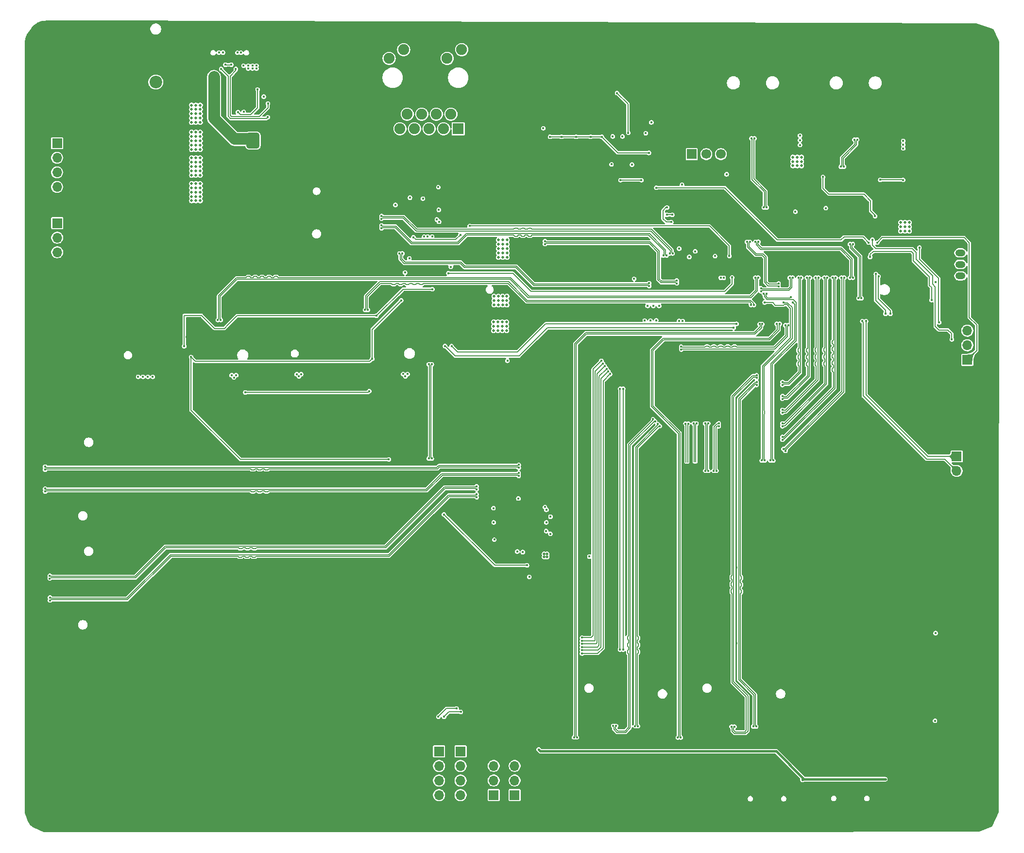
<source format=gbr>
%TF.GenerationSoftware,KiCad,Pcbnew,9.0.3*%
%TF.CreationDate,2025-07-29T21:44:47-04:00*%
%TF.ProjectId,[DFR1142]Lite Carrier for LattePanda Mu,5b444652-3131-4343-925d-4c6974652043,rev?*%
%TF.SameCoordinates,Original*%
%TF.FileFunction,Copper,L4,Bot*%
%TF.FilePolarity,Positive*%
%FSLAX46Y46*%
G04 Gerber Fmt 4.6, Leading zero omitted, Abs format (unit mm)*
G04 Created by KiCad (PCBNEW 9.0.3) date 2025-07-29 21:44:47*
%MOMM*%
%LPD*%
G01*
G04 APERTURE LIST*
G04 Aperture macros list*
%AMRoundRect*
0 Rectangle with rounded corners*
0 $1 Rounding radius*
0 $2 $3 $4 $5 $6 $7 $8 $9 X,Y pos of 4 corners*
0 Add a 4 corners polygon primitive as box body*
4,1,4,$2,$3,$4,$5,$6,$7,$8,$9,$2,$3,0*
0 Add four circle primitives for the rounded corners*
1,1,$1+$1,$2,$3*
1,1,$1+$1,$4,$5*
1,1,$1+$1,$6,$7*
1,1,$1+$1,$8,$9*
0 Add four rect primitives between the rounded corners*
20,1,$1+$1,$2,$3,$4,$5,0*
20,1,$1+$1,$4,$5,$6,$7,0*
20,1,$1+$1,$6,$7,$8,$9,0*
20,1,$1+$1,$8,$9,$2,$3,0*%
G04 Aperture macros list end*
%TA.AperFunction,ComponentPad*%
%ADD10C,0.800000*%
%TD*%
%TA.AperFunction,ComponentPad*%
%ADD11C,6.400000*%
%TD*%
%TA.AperFunction,ComponentPad*%
%ADD12R,1.700000X1.700000*%
%TD*%
%TA.AperFunction,ComponentPad*%
%ADD13C,1.700000*%
%TD*%
%TA.AperFunction,ComponentPad*%
%ADD14O,1.700000X1.700000*%
%TD*%
%TA.AperFunction,ComponentPad*%
%ADD15O,1.500000X2.300000*%
%TD*%
%TA.AperFunction,ComponentPad*%
%ADD16O,1.500000X3.300000*%
%TD*%
%TA.AperFunction,ComponentPad*%
%ADD17C,2.500000*%
%TD*%
%TA.AperFunction,ComponentPad*%
%ADD18C,1.900000*%
%TD*%
%TA.AperFunction,ComponentPad*%
%ADD19R,1.900000X1.900000*%
%TD*%
%TA.AperFunction,ComponentPad*%
%ADD20O,1.500000X2.700000*%
%TD*%
%TA.AperFunction,ComponentPad*%
%ADD21O,3.700000X1.500000*%
%TD*%
%TA.AperFunction,ComponentPad*%
%ADD22C,2.200000*%
%TD*%
%TA.AperFunction,ComponentPad*%
%ADD23O,1.000000X1.800000*%
%TD*%
%TA.AperFunction,ComponentPad*%
%ADD24O,1.000000X2.100000*%
%TD*%
%TA.AperFunction,HeatsinkPad*%
%ADD25O,2.520000X3.400000*%
%TD*%
%TA.AperFunction,HeatsinkPad*%
%ADD26O,1.200000X2.900000*%
%TD*%
%TA.AperFunction,ComponentPad*%
%ADD27O,1.750000X1.200000*%
%TD*%
%TA.AperFunction,ComponentPad*%
%ADD28RoundRect,0.250000X0.625000X-0.350000X0.625000X0.350000X-0.625000X0.350000X-0.625000X-0.350000X0*%
%TD*%
%TA.AperFunction,ComponentPad*%
%ADD29C,0.900000*%
%TD*%
%TA.AperFunction,ComponentPad*%
%ADD30C,8.000000*%
%TD*%
%TA.AperFunction,ComponentPad*%
%ADD31C,3.200000*%
%TD*%
%TA.AperFunction,ViaPad*%
%ADD32C,0.400000*%
%TD*%
%TA.AperFunction,ViaPad*%
%ADD33C,0.460000*%
%TD*%
%TA.AperFunction,ViaPad*%
%ADD34C,0.500000*%
%TD*%
%TA.AperFunction,Conductor*%
%ADD35C,0.170400*%
%TD*%
%TA.AperFunction,Conductor*%
%ADD36C,0.200000*%
%TD*%
%TA.AperFunction,Conductor*%
%ADD37C,0.120400*%
%TD*%
%TA.AperFunction,Conductor*%
%ADD38C,0.150000*%
%TD*%
%TA.AperFunction,Conductor*%
%ADD39C,0.400000*%
%TD*%
%TA.AperFunction,Conductor*%
%ADD40C,2.000000*%
%TD*%
%TA.AperFunction,Conductor*%
%ADD41C,1.000000*%
%TD*%
G04 APERTURE END LIST*
D10*
%TO.P,H1,1,1*%
%TO.N,GND*%
X122992573Y-58020627D03*
X124689629Y-58723571D03*
X121295517Y-58723571D03*
X125392573Y-60420627D03*
D11*
X122992573Y-60420627D03*
D10*
X120592573Y-60420627D03*
X124689629Y-62117683D03*
X121295517Y-62117683D03*
X122992573Y-62820627D03*
%TD*%
D12*
%TO.P,J88,1,Pin_1*%
%TO.N,Net-(J88-Pin_1)*%
X235410000Y-78825000D03*
D13*
%TO.P,J88,2,Pin_2*%
%TO.N,Net-(A1-~{BIOS_SEL})*%
X237950000Y-78825000D03*
%TO.P,J88,3,Pin_3*%
%TO.N,Net-(J88-Pin_3)*%
X240490000Y-78825000D03*
%TD*%
D10*
%TO.P,H1,1,1*%
%TO.N,GND*%
X178625000Y-141850000D03*
X177922056Y-143547056D03*
X177922056Y-140152944D03*
X176225000Y-144250000D03*
D11*
X176225000Y-141850000D03*
D10*
X176225000Y-139450000D03*
X174527944Y-143547056D03*
X174527944Y-140152944D03*
X173825000Y-141850000D03*
%TD*%
%TO.P,H2,1,1*%
%TO.N,GND*%
X149550000Y-142175000D03*
X148847056Y-143872056D03*
X148847056Y-140477944D03*
X147150000Y-144575000D03*
D11*
X147150000Y-142175000D03*
D10*
X147150000Y-139775000D03*
X145452944Y-143872056D03*
X145452944Y-140477944D03*
X144750000Y-142175000D03*
%TD*%
%TO.P,H3,1,1*%
%TO.N,GND*%
X149550000Y-191908582D03*
X148847056Y-193605638D03*
X148847056Y-190211526D03*
X147150000Y-194308582D03*
D11*
X147150000Y-191908582D03*
D10*
X147150000Y-189508582D03*
X145452944Y-193605638D03*
X145452944Y-190211526D03*
X144750000Y-191908582D03*
%TD*%
%TO.P,H4,1,1*%
%TO.N,GND*%
X178625000Y-191850000D03*
X177922056Y-193547056D03*
X177922056Y-190152944D03*
X176225000Y-194250000D03*
D11*
X176225000Y-191850000D03*
D10*
X176225000Y-189450000D03*
X174527944Y-193547056D03*
X174527944Y-190152944D03*
X173825000Y-191850000D03*
%TD*%
D14*
%TO.P,J1,3,Pin_3*%
%TO.N,GND*%
X281600000Y-136605000D03*
%TO.P,J1,2,Pin_2*%
%TO.N,Net-(A1-SIO_UART_RX)*%
X281600000Y-134065000D03*
D12*
%TO.P,J1,1,Pin_1*%
%TO.N,Net-(A1-SIO_UART_TX)*%
X281600000Y-131525000D03*
%TD*%
D15*
%TO.P,J3,SH,SH*%
%TO.N,GND*%
X224250000Y-59785000D03*
X209750000Y-59785000D03*
D16*
X224250000Y-65745000D03*
X209750000Y-65745000D03*
%TD*%
D17*
%TO.P,J6,SH,SH*%
%TO.N,GND*%
X181225000Y-68550000D03*
X196775000Y-68550000D03*
D18*
%TO.P,J6,R10,GND*%
X183285000Y-71850000D03*
%TO.P,J6,R9,TD4-*%
%TO.N,/Gigabit Ethernet/MDI3-*%
X184555000Y-74390000D03*
%TO.P,J6,R8,TD4+*%
%TO.N,/Gigabit Ethernet/MDI3+*%
X185825000Y-71850000D03*
%TO.P,J6,R7,TD3-*%
%TO.N,/Gigabit Ethernet/MDI2-*%
X187095000Y-74390000D03*
%TO.P,J6,R6,TD3+*%
%TO.N,/Gigabit Ethernet/MDI2+*%
X188365000Y-71850000D03*
%TO.P,J6,R5,TD2-*%
%TO.N,/Gigabit Ethernet/MDI1-*%
X189635000Y-74390000D03*
%TO.P,J6,R4,TD2+*%
%TO.N,/Gigabit Ethernet/MDI1+*%
X190905000Y-71850000D03*
%TO.P,J6,R3,TD1-*%
%TO.N,/Gigabit Ethernet/MDI0-*%
X192175000Y-74390000D03*
%TO.P,J6,R2,TD1+*%
%TO.N,/Gigabit Ethernet/MDI0+*%
X193445000Y-71850000D03*
D19*
%TO.P,J6,R1,CT*%
%TO.N,Net-(J6-CT)*%
X194715000Y-74390000D03*
D18*
%TO.P,J6,L4*%
%TO.N,/Gigabit Ethernet/LED1_1000*%
X195325000Y-60600000D03*
%TO.P,J6,L3*%
%TO.N,Net-(J6-PadL3)*%
X192785000Y-62120000D03*
%TO.P,J6,L2*%
%TO.N,/Gigabit Ethernet/LED2_ACT*%
X185215000Y-60600000D03*
%TO.P,J6,L1*%
%TO.N,Net-(J6-PadL1)*%
X182675000Y-62120000D03*
%TD*%
D14*
%TO.P,J7,4,Pin_4*%
%TO.N,/GPIO/I2C5_SDA*%
X191375000Y-190600609D03*
%TO.P,J7,3,Pin_3*%
%TO.N,/GPIO/I2C4_SDA*%
X191375000Y-188060609D03*
%TO.P,J7,2,Pin_2*%
%TO.N,/GPIO/I2C3_SDA*%
X191375000Y-185520609D03*
D12*
%TO.P,J7,1,Pin_1*%
%TO.N,/GPIO/I2C2_SDA*%
X191375000Y-182980609D03*
%TD*%
D14*
%TO.P,J8,3,Pin_3*%
%TO.N,/GPIO/SOC_UART2_RX*%
X200900000Y-185510000D03*
%TO.P,J8,2,Pin_2*%
%TO.N,/GPIO/SOC_UART0_RX*%
X200900000Y-188050000D03*
D12*
%TO.P,J8,1,Pin_1*%
%TO.N,/GPIO/SOC_UART1_RX*%
X200900000Y-190590000D03*
%TD*%
D14*
%TO.P,J9,4,Pin_4*%
%TO.N,/GPIO/I2C5_SCL*%
X195125000Y-190600000D03*
%TO.P,J9,3,Pin_3*%
%TO.N,/GPIO/I2C4_SCL*%
X195125000Y-188060000D03*
%TO.P,J9,2,Pin_2*%
%TO.N,/GPIO/I2C3_SCL*%
X195125000Y-185520000D03*
D12*
%TO.P,J9,1,Pin_1*%
%TO.N,/GPIO/I2C2_SCL*%
X195125000Y-182980000D03*
%TD*%
D14*
%TO.P,J10,3,Pin_3*%
%TO.N,/GPIO/SOC_UART2_TX*%
X204550000Y-185510000D03*
%TO.P,J10,2,Pin_2*%
%TO.N,/GPIO/SOC_UART0_TX*%
X204550000Y-188050000D03*
D12*
%TO.P,J10,1,Pin_1*%
%TO.N,/GPIO/SOC_UART1_TX*%
X204550000Y-190590000D03*
%TD*%
D14*
%TO.P,J11,3,Pin_3*%
%TO.N,GND*%
X128550000Y-95930000D03*
%TO.P,J11,2,Pin_2*%
X128550000Y-93390000D03*
D12*
%TO.P,J11,1,Pin_1*%
X128550000Y-90850000D03*
%TD*%
D14*
%TO.P,J12,4,Pin_4*%
%TO.N,GND*%
X128525000Y-84540000D03*
%TO.P,J12,3,Pin_3*%
X128525000Y-82000000D03*
%TO.P,J12,2,Pin_2*%
X128525000Y-79460000D03*
D12*
%TO.P,J12,1,Pin_1*%
X128525000Y-76920000D03*
%TD*%
D14*
%TO.P,J13,4,Pin_4*%
%TO.N,+3V3*%
X124800000Y-84540000D03*
%TO.P,J13,3,Pin_3*%
X124800000Y-82000000D03*
%TO.P,J13,2,Pin_2*%
X124800000Y-79460000D03*
D12*
%TO.P,J13,1,Pin_1*%
X124800000Y-76920000D03*
%TD*%
D14*
%TO.P,J14,3,Pin_3*%
%TO.N,+3V3*%
X124825000Y-95930000D03*
%TO.P,J14,2,Pin_2*%
X124825000Y-93390000D03*
D12*
%TO.P,J14,1,Pin_1*%
X124825000Y-90850000D03*
%TD*%
D20*
%TO.P,J17,3*%
%TO.N,GND*%
X146750000Y-64350000D03*
X146750000Y-59750000D03*
X137250000Y-64450000D03*
X137250000Y-59750000D03*
D21*
%TO.P,J17,2*%
X142000000Y-60250000D03*
D22*
%TO.P,J17,1*%
%TO.N,+12V*%
X142000000Y-66250000D03*
%TD*%
D23*
%TO.P,J18,S1,SHIELD*%
%TO.N,GND*%
X150580000Y-57475000D03*
D24*
X150580000Y-61675000D03*
D23*
X159220000Y-57475000D03*
D24*
X159220000Y-61675000D03*
%TD*%
D25*
%TO.P,J78,10,SHIELD*%
%TO.N,GND*%
X239288999Y-66400000D03*
X252888999Y-66400000D03*
%TD*%
D23*
%TO.P,J79,S1,SHIELD*%
%TO.N,GND*%
X267360000Y-194860000D03*
D24*
X267360000Y-190660000D03*
D23*
X258720000Y-194860000D03*
D24*
X258720000Y-190660000D03*
%TD*%
D25*
%TO.P,J80,10,SHIELD*%
%TO.N,GND*%
X257200000Y-66407500D03*
X270800000Y-66407500D03*
%TD*%
D23*
%TO.P,J81,S1,SHIELD*%
%TO.N,GND*%
X252860000Y-194910000D03*
D24*
X252860000Y-190710000D03*
D23*
X244220000Y-194910000D03*
D24*
X244220000Y-190710000D03*
%TD*%
D26*
%TO.P,J82,5,Shield*%
%TO.N,GND*%
X239650000Y-188200000D03*
X226850000Y-188200000D03*
%TD*%
%TO.P,J83,5,Shield*%
%TO.N,GND*%
X221550000Y-188200000D03*
X208750000Y-188200000D03*
%TD*%
D14*
%TO.P,JP1,3,B*%
%TO.N,/LattePanda Module/SLS_S3*%
X283450000Y-109610000D03*
%TO.P,JP1,2,C*%
%TO.N,Net-(JP1-C)*%
X283450000Y-112150000D03*
D12*
%TO.P,JP1,1,A*%
%TO.N,/~{PWR_LED}{slash}~{PSON}*%
X283450000Y-114690000D03*
%TD*%
D27*
%TO.P,M1,4,PWM*%
%TO.N,Net-(M1-PWM)*%
X282250000Y-96050000D03*
%TO.P,M1,3,Tacho*%
%TO.N,Net-(D26-A)*%
X282250000Y-98050000D03*
%TO.P,M1,2,+*%
%TO.N,+5V*%
X282250000Y-100050000D03*
D28*
%TO.P,M1,1,-*%
%TO.N,GND*%
X282250000Y-102050000D03*
%TD*%
D29*
%TO.P,H72,1,1*%
%TO.N,GND*%
X122575000Y-191375000D03*
X123453680Y-189253680D03*
X123453680Y-193496320D03*
X125575000Y-188375000D03*
D30*
X125575000Y-191375000D03*
D29*
X125575000Y-194375000D03*
X127696320Y-189253680D03*
X127696320Y-193496320D03*
X128575000Y-191375000D03*
%TD*%
%TO.P,H73,1,1*%
%TO.N,GND*%
X280628680Y-191375000D03*
X281507360Y-189253680D03*
X281507360Y-193496320D03*
X283628680Y-188375000D03*
D30*
X283628680Y-191375000D03*
D29*
X283628680Y-194375000D03*
X285750000Y-189253680D03*
X285750000Y-193496320D03*
X286628680Y-191375000D03*
%TD*%
D31*
%TO.P,H6,1,1*%
%TO.N,GND*%
X266025000Y-158850000D03*
%TD*%
%TO.P,H5,1,1*%
%TO.N,GND*%
X203825000Y-158625000D03*
%TD*%
D29*
%TO.P,H74,1,1*%
%TO.N,GND*%
X280628680Y-61096320D03*
X281507360Y-58975000D03*
X281507360Y-63217640D03*
X283628680Y-58096320D03*
D30*
X283628680Y-61096320D03*
D29*
X283628680Y-64096320D03*
X285750000Y-58975000D03*
X285750000Y-63217640D03*
X286628680Y-61096320D03*
%TD*%
D32*
%TO.N,GND*%
X190600000Y-115025000D03*
X189100000Y-115025000D03*
%TO.N,/LattePanda Module/REFCLK2+*%
X190100800Y-115475000D03*
%TO.N,/LattePanda Module/REFCLK2-*%
X189599200Y-115475000D03*
%TO.N,GND*%
X224375000Y-115875000D03*
X228100000Y-111875000D03*
%TO.N,/LattePanda Module/SUSCLK_WIFI*%
X233225000Y-95300000D03*
%TO.N,/Gigabit Ethernet/GbE_PCIe_TX+*%
X232075800Y-96125000D03*
%TO.N,/Gigabit Ethernet/GbE_PCIe_TX-*%
X231574200Y-96125000D03*
%TO.N,/Gigabit Ethernet/GbE_PCIe_CLK-*%
X230499200Y-96500000D03*
%TO.N,/Gigabit Ethernet/GbE_PCIe_CLK+*%
X231000800Y-96500000D03*
%TO.N,/LattePanda Module/SUSCLK_WIFI*%
X225375000Y-100575000D03*
%TO.N,GND*%
X208000000Y-149025000D03*
X207700000Y-149260000D03*
X206150000Y-168575000D03*
X233125000Y-112025000D03*
X233100000Y-113225000D03*
X234025000Y-113225000D03*
X234000000Y-112050000D03*
%TO.N,/Gigabit Ethernet/GbE_PCIe_RX-*%
X233575000Y-112399200D03*
%TO.N,/Gigabit Ethernet/GbE_PCIe_RX+*%
X233575000Y-112900800D03*
%TO.N,GND*%
X245675000Y-179125000D03*
X247175000Y-179100000D03*
X241925000Y-179050000D03*
X243275000Y-179050000D03*
X226650000Y-178575000D03*
X225125000Y-179050000D03*
X221250000Y-178925000D03*
X222675000Y-178900000D03*
%TO.N,/GPIO/I2C4_SDA*%
X192250000Y-176950000D03*
%TO.N,/GPIO/I2C3_SDA*%
X191250000Y-176950000D03*
%TO.N,/GPIO/I2C4_SDA*%
X195175000Y-176100000D03*
%TO.N,/GPIO/I2C3_SDA*%
X194430699Y-175505699D03*
%TO.N,/GPIO/I2C2_SDA*%
X216300000Y-163149985D03*
%TO.N,/GPIO/I2C2_SCL*%
X216300000Y-163699988D03*
%TO.N,/GPIO/I2C3_SDA*%
X216300000Y-164249991D03*
%TO.N,/GPIO/I2C3_SCL*%
X216300000Y-164799994D03*
%TO.N,/GPIO/I2C4_SDA*%
X216300000Y-165349997D03*
%TO.N,/GPIO/I2C4_SCL*%
X216300000Y-165900000D03*
%TO.N,/GPIO/I2C2_SDA*%
X219650000Y-114875000D03*
%TO.N,/GPIO/I2C2_SCL*%
X219962199Y-115356474D03*
%TO.N,/GPIO/I2C3_SDA*%
X220268807Y-115813086D03*
%TO.N,/GPIO/I2C3_SCL*%
X220570443Y-116272998D03*
%TO.N,/GPIO/I2C4_SDA*%
X220888408Y-116721775D03*
%TO.N,/GPIO/I2C4_SCL*%
X221200000Y-117175000D03*
%TO.N,/GPIO/SOC_UART2_RX*%
X222924997Y-165225000D03*
%TO.N,/GPIO/SOC_UART2_TX*%
X223475000Y-165225000D03*
%TO.N,/GPIO/SOC_UART2_RX*%
X222924997Y-119725000D03*
%TO.N,/GPIO/SOC_UART2_TX*%
X223475000Y-119725000D03*
%TO.N,GND*%
X203925000Y-178815000D03*
X200900000Y-178840000D03*
%TO.N,/LattePanda Module/SUSCLK_WIFI*%
X203300000Y-114850000D03*
%TO.N,/~{PLT_RST}*%
X185450000Y-99475000D03*
X182625000Y-132050000D03*
%TO.N,+3V3*%
X207100000Y-152550000D03*
%TO.N,+5V*%
X209550000Y-74300000D03*
%TO.N,/LattePanda Module/SUSCLK_WIFI*%
X236025000Y-95775000D03*
X157625000Y-120375000D03*
X179225000Y-120150000D03*
%TO.N,+3V3*%
X278550000Y-108150000D03*
%TO.N,/GPIO/I2C4_SCL*%
X229725000Y-105275000D03*
%TO.N,/GPIO/I2C4_SDA*%
X229225000Y-107825000D03*
%TO.N,/GPIO/I2C3_SCL*%
X228725000Y-105275000D03*
%TO.N,/GPIO/I2C3_SDA*%
X228225000Y-107850000D03*
%TO.N,/GPIO/I2C2_SCL*%
X227725000Y-105275000D03*
%TO.N,/GPIO/I2C2_SDA*%
X227225000Y-107850000D03*
%TO.N,Net-(A1-SIO_UART_RX)*%
X265150000Y-107950000D03*
%TO.N,Net-(A1-SIO_UART_TX)*%
X265800000Y-107950000D03*
%TO.N,GND*%
X243500000Y-115125000D03*
%TO.N,/GPIO/SOC_UART2_TX*%
X233850000Y-107925000D03*
%TO.N,/GPIO/SOC_UART2_RX*%
X233225000Y-107925000D03*
%TO.N,/BIOS/SPI_IO1*%
X232025000Y-89400000D03*
%TO.N,/BIOS/SPI_CS*%
X231850000Y-90675000D03*
X231125000Y-88125000D03*
%TO.N,/BIOS/SPI_IO1*%
X231100000Y-89400000D03*
%TO.N,VDC*%
X241500000Y-82325000D03*
%TO.N,Net-(A1-~{BIOS_SEL})*%
X234975000Y-96750000D03*
%TO.N,+3V3*%
X233725000Y-84150000D03*
X210775000Y-145050000D03*
D33*
%TO.N,+1V2*%
X209699010Y-149050051D03*
X210200000Y-149050000D03*
X209699010Y-148550051D03*
X210199411Y-148550051D03*
D32*
X210087500Y-140837500D03*
X209825000Y-140375000D03*
%TO.N,/~{PLT_RST}*%
X206700000Y-150525000D03*
%TO.N,/LattePanda Module/REFCLK2-*%
X209825000Y-93999200D03*
%TO.N,/LattePanda Module/REFCLK2+*%
X209825000Y-94500800D03*
%TO.N,GND*%
X233275000Y-100475000D03*
X233275000Y-101725000D03*
X189125000Y-131600000D03*
X190575000Y-131600000D03*
%TO.N,/LattePanda Module/REFCLK2-*%
X189599200Y-131900000D03*
%TO.N,/LattePanda Module/REFCLK2+*%
X190100800Y-131900000D03*
%TO.N,/LattePanda Module/REFCLK2-*%
X232825000Y-100849200D03*
%TO.N,/LattePanda Module/REFCLK2+*%
X232825000Y-101350800D03*
%TO.N,GND*%
X237325000Y-134425000D03*
X240175000Y-134425000D03*
X238775000Y-134425000D03*
X237300000Y-126175000D03*
X238750000Y-126175000D03*
X240625000Y-125425000D03*
X240625000Y-126625000D03*
%TO.N,/LattePanda Module/HSIO_8_TX-*%
X239224200Y-134050000D03*
%TO.N,/LattePanda Module/HSIO_8_TX+*%
X239725800Y-134050000D03*
%TO.N,/LattePanda Module/HSIO_8_TX-*%
X240130455Y-125780074D03*
%TO.N,/LattePanda Module/HSIO_8_TX+*%
X240130455Y-126281674D03*
%TO.N,/LattePanda Module/HSIO_8_RX-*%
X237774200Y-125800000D03*
%TO.N,/LattePanda Module/HSIO_8_RX+*%
X238275800Y-125800000D03*
%TO.N,/LattePanda Module/HSIO_9_TX-*%
X235740732Y-125800000D03*
%TO.N,/LattePanda Module/HSIO_9_TX+*%
X236242332Y-125800000D03*
%TO.N,GND*%
X233875000Y-126150000D03*
X235275000Y-126150000D03*
%TO.N,/LattePanda Module/HSIO_9_RX+*%
X234825800Y-125825000D03*
%TO.N,/LattePanda Module/HSIO_9_RX-*%
X234324200Y-125825000D03*
%TO.N,GND*%
X200250000Y-144550000D03*
%TO.N,SATA4_RX-*%
X123525000Y-152838300D03*
%TO.N,SATA4_RX+*%
X123525000Y-152336700D03*
%TO.N,SATA4_RX-*%
X197925000Y-137250800D03*
%TO.N,SATA4_RX+*%
X197925000Y-136749200D03*
%TO.N,GND*%
X197548353Y-139060646D03*
X197550000Y-137725000D03*
%TO.N,SATA4_TX-*%
X197915135Y-138149200D03*
%TO.N,SATA4_TX+*%
X197915135Y-138650800D03*
%TO.N,SATA4_TX-*%
X123554651Y-156146700D03*
%TO.N,SATA4_TX+*%
X123554651Y-156648300D03*
%TO.N,GND*%
X204900000Y-132550000D03*
%TO.N,SATA3_RX+*%
X205258130Y-133007940D03*
%TO.N,SATA3_RX-*%
X205258130Y-133509540D03*
%TO.N,GND*%
X204875000Y-135375000D03*
X204900000Y-133975000D03*
%TO.N,SATA3_TX-*%
X205250000Y-134424200D03*
%TO.N,SATA3_TX+*%
X205250000Y-134925800D03*
%TO.N,SATA3_TX-*%
X122710300Y-137156700D03*
%TO.N,SATA3_TX+*%
X122710300Y-137658300D03*
D34*
%TO.N,GND*%
X267400000Y-78600000D03*
D32*
X210075000Y-146700000D03*
D34*
X170575000Y-104625000D03*
D32*
X222050000Y-96450000D03*
X139150000Y-110350000D03*
X156900000Y-69275000D03*
X155625000Y-69275000D03*
X247500000Y-86800000D03*
X250500000Y-99775000D03*
D34*
X169075000Y-103875000D03*
X170575000Y-103875000D03*
D32*
X261625000Y-74707500D03*
X223375000Y-71875000D03*
X217775000Y-79075000D03*
X244500000Y-80000000D03*
X250750000Y-127775000D03*
X265500000Y-99775000D03*
D34*
X268150000Y-79350000D03*
D32*
X246000000Y-86800000D03*
D34*
X218900000Y-87025000D03*
D32*
X250750000Y-125400000D03*
X225425000Y-74450000D03*
X157050000Y-66025000D03*
X186237500Y-80662500D03*
X142150000Y-110350000D03*
D34*
X187216150Y-89450000D03*
X268150000Y-78600000D03*
X251738999Y-84425000D03*
D32*
X217500000Y-64450000D03*
X248625000Y-135650000D03*
X251780145Y-131126642D03*
D34*
X187216150Y-88700000D03*
D32*
X193927669Y-92860793D03*
X244500000Y-99775000D03*
D34*
X220400000Y-87775000D03*
D32*
X243638999Y-74475000D03*
X278925000Y-97075000D03*
D34*
X187966150Y-88700000D03*
D32*
X255790000Y-178535000D03*
X212750000Y-79125000D03*
X177975000Y-109800000D03*
X192016150Y-86050000D03*
X255000000Y-99775000D03*
X247225000Y-118225000D03*
X252000000Y-99775000D03*
X252025000Y-141850000D03*
X156275000Y-70450000D03*
X264000000Y-94150000D03*
X250750000Y-130125000D03*
X215225000Y-72075000D03*
X250750000Y-128975000D03*
X255800000Y-165150000D03*
D34*
X169825000Y-103125000D03*
D32*
X253500000Y-99775000D03*
D34*
X221150000Y-87775000D03*
D32*
X262500000Y-99775000D03*
X266425000Y-74625000D03*
D34*
X188716150Y-90200000D03*
D32*
X156900000Y-70450000D03*
X243000000Y-99775000D03*
D34*
X220400000Y-88525000D03*
D32*
X226450000Y-75175000D03*
X156900000Y-69875000D03*
D34*
X170575000Y-103125000D03*
X187966150Y-90200000D03*
X187966150Y-89450000D03*
D32*
X168475000Y-109925000D03*
D34*
X219650000Y-87025000D03*
D32*
X244500000Y-96975000D03*
X148900000Y-110700000D03*
X220500000Y-64450000D03*
D34*
X219650000Y-88525000D03*
D32*
X185691150Y-84050000D03*
D34*
X220400000Y-87025000D03*
D32*
X187775000Y-81675000D03*
X247500000Y-99775000D03*
X280475000Y-99650000D03*
X246000000Y-96975000D03*
D34*
X267400000Y-80100000D03*
D32*
X222250000Y-69975000D03*
D34*
X268150000Y-80100000D03*
X188716150Y-89450000D03*
X168325000Y-104625000D03*
X168325000Y-103125000D03*
D32*
X176475000Y-109800000D03*
D34*
X252488999Y-84425000D03*
X169825000Y-104625000D03*
D32*
X215250000Y-68950000D03*
X246000000Y-99775000D03*
X265500000Y-95275000D03*
X211600000Y-142175000D03*
X216000000Y-64450000D03*
X188566150Y-84050000D03*
X185575000Y-87100000D03*
X213100000Y-72575000D03*
X189275000Y-80650000D03*
X195942669Y-89100793D03*
X243175000Y-164125000D03*
X214500000Y-64450000D03*
X187775000Y-80675000D03*
X264000000Y-99775000D03*
X187775000Y-82575000D03*
X243000000Y-96975000D03*
X153575000Y-68950000D03*
X155625000Y-69875000D03*
D34*
X250988999Y-84425000D03*
D32*
X144400000Y-110700000D03*
X216750000Y-68950000D03*
X259500000Y-99775000D03*
X250750000Y-124225000D03*
X215275000Y-79100000D03*
X221075000Y-71825000D03*
D34*
X169825000Y-103875000D03*
D32*
X250750000Y-120600000D03*
X262500000Y-94150000D03*
X213000000Y-64500000D03*
X250750000Y-119450000D03*
X156275000Y-69875000D03*
X243175000Y-150925000D03*
X210675000Y-141200000D03*
X250750000Y-123000000D03*
D34*
X188716150Y-88700000D03*
X218900000Y-87775000D03*
D32*
X250500000Y-96975000D03*
X155625000Y-70450000D03*
X247500000Y-96975000D03*
X217400000Y-72500000D03*
D34*
X187216150Y-90200000D03*
D32*
X249000000Y-99775000D03*
D34*
X250238999Y-84425000D03*
D32*
X225200000Y-160125000D03*
X262500000Y-80725000D03*
X166975000Y-109900000D03*
X248488999Y-74500000D03*
X156275000Y-69275000D03*
D34*
X168325000Y-103875000D03*
D32*
X184550000Y-80750000D03*
X215250000Y-73215000D03*
D34*
X169075000Y-103125000D03*
D32*
X191450000Y-79225000D03*
X247225000Y-116975000D03*
X213750000Y-68950000D03*
X228825000Y-124325000D03*
X224425000Y-78000000D03*
X258000000Y-99775000D03*
X186237500Y-77812500D03*
X256500000Y-99775000D03*
X205200000Y-147544015D03*
X281625000Y-110850000D03*
X249000000Y-96975000D03*
X229700000Y-125225000D03*
X250750000Y-126625000D03*
D34*
X221150000Y-87025000D03*
D32*
X261000000Y-99775000D03*
X250750000Y-118175000D03*
D34*
X221150000Y-88525000D03*
D32*
X250750000Y-121850000D03*
X230550000Y-126075000D03*
D34*
X219650000Y-87775000D03*
D32*
X255825000Y-153200000D03*
X147400000Y-110700000D03*
D34*
X169075000Y-104625000D03*
D32*
X174975000Y-109800000D03*
X247225000Y-119450000D03*
X264000000Y-83725000D03*
D34*
X267400000Y-79350000D03*
X218900000Y-88525000D03*
D32*
%TO.N,/Gigabit Ethernet/GbE_PCIe_CLK+*%
X181350000Y-91249200D03*
%TO.N,/Gigabit Ethernet/GbE_PCIe_TX+*%
X247483815Y-102224200D03*
X252504199Y-100385597D03*
X181350000Y-89586700D03*
D34*
%TO.N,VDC*%
X201750000Y-94550000D03*
X203200000Y-103625000D03*
X202400000Y-109575000D03*
X149000000Y-80975000D03*
X271850000Y-92225000D03*
X148250000Y-71775000D03*
X148250000Y-71025000D03*
X149000000Y-86950000D03*
X148250000Y-80225000D03*
X253063999Y-79350000D03*
X254563999Y-79350000D03*
X201750000Y-96800000D03*
X203150000Y-108075000D03*
X201650000Y-108825000D03*
X149000000Y-84700000D03*
X149000000Y-83950000D03*
X271850000Y-90725000D03*
X253813999Y-80100000D03*
X148250000Y-76500000D03*
X203250000Y-96050000D03*
X253063999Y-80100000D03*
X202400000Y-108825000D03*
X253813999Y-80850000D03*
X202500000Y-94550000D03*
X149750000Y-75750000D03*
X202500000Y-95300000D03*
X149000000Y-73275000D03*
X149750000Y-80975000D03*
X148250000Y-80975000D03*
X148250000Y-77250000D03*
X149000000Y-82475000D03*
X203250000Y-96800000D03*
X149750000Y-86200000D03*
X149000000Y-76500000D03*
X253813999Y-79350000D03*
X272600000Y-91475000D03*
X254563999Y-80850000D03*
X200900000Y-108075000D03*
X149750000Y-78000000D03*
X148250000Y-73275000D03*
X149000000Y-81725000D03*
X148250000Y-86950000D03*
X148250000Y-79475000D03*
X148250000Y-81725000D03*
X272600000Y-90725000D03*
X149750000Y-72525000D03*
X253063999Y-80850000D03*
X148250000Y-83950000D03*
X202450000Y-103625000D03*
X149750000Y-70275000D03*
X148250000Y-72525000D03*
X149750000Y-77250000D03*
X149000000Y-80225000D03*
X273350000Y-90725000D03*
X203150000Y-108825000D03*
X202400000Y-108075000D03*
X201650000Y-108075000D03*
X149000000Y-70275000D03*
X200950000Y-105125000D03*
X273350000Y-91475000D03*
X149750000Y-71025000D03*
X149750000Y-73275000D03*
X201750000Y-93800000D03*
X149750000Y-86950000D03*
X203200000Y-105125000D03*
X201750000Y-95300000D03*
X201750000Y-96050000D03*
X203150000Y-109575000D03*
X149000000Y-75000000D03*
X271850000Y-91475000D03*
X200950000Y-104375000D03*
X202500000Y-96800000D03*
X200900000Y-108825000D03*
X149000000Y-71025000D03*
X149000000Y-86200000D03*
X149000000Y-85450000D03*
X203250000Y-94550000D03*
X148250000Y-85450000D03*
X202500000Y-96050000D03*
X203200000Y-104375000D03*
X148250000Y-70275000D03*
X149750000Y-83950000D03*
X272600000Y-92225000D03*
X202500000Y-93800000D03*
X149000000Y-79475000D03*
X201700000Y-103625000D03*
X273350000Y-92225000D03*
X148250000Y-86200000D03*
X148250000Y-75750000D03*
X149000000Y-72525000D03*
X201700000Y-105125000D03*
X149000000Y-71775000D03*
X149000000Y-78000000D03*
X149750000Y-81725000D03*
X201700000Y-104375000D03*
X149750000Y-80225000D03*
X254563999Y-80100000D03*
X149750000Y-71775000D03*
X149750000Y-85450000D03*
X149750000Y-76500000D03*
X200900000Y-109575000D03*
X149000000Y-77250000D03*
X203250000Y-93800000D03*
X149750000Y-79475000D03*
X202450000Y-104375000D03*
X148250000Y-78000000D03*
X149000000Y-75750000D03*
X149750000Y-84700000D03*
X148250000Y-75000000D03*
X148250000Y-82475000D03*
X201650000Y-109575000D03*
X149750000Y-75000000D03*
X200950000Y-103625000D03*
X202450000Y-105125000D03*
X148250000Y-84700000D03*
X203250000Y-95300000D03*
X149750000Y-82475000D03*
D32*
%TO.N,/LattePanda Module/HSIO_9_TX+*%
X251212877Y-123904274D03*
X257507399Y-100382399D03*
%TO.N,/~{PWR_LED}{slash}~{PSON}*%
X267750000Y-94250000D03*
X229240000Y-84685000D03*
X266250000Y-94250000D03*
%TO.N,/USB2.0&USB3.0/CON_USB4_D_N*%
X248484604Y-88125000D03*
X246337299Y-76073364D03*
%TO.N,/LattePanda Module/HSIO_8_TX-*%
X258497600Y-100376599D03*
X251208817Y-125780074D03*
%TO.N,/USB2.0&USB3.0/CON_USB3_D_P*%
X261424200Y-81016207D03*
X263759200Y-76289615D03*
%TO.N,/USB2.0&USB3.0/CON_USB3_D_N*%
X261925800Y-81016207D03*
X264260800Y-76289615D03*
%TO.N,/LattePanda Module/HSIO_3_TX-*%
X251210604Y-128128742D03*
X259998400Y-100375000D03*
%TO.N,/LattePanda Module/HSIO_3_TX+*%
X251210604Y-128630342D03*
X260500000Y-100375000D03*
%TO.N,/LattePanda Module/HSIO_9_TX-*%
X257005799Y-100382399D03*
X251212877Y-123402674D03*
%TO.N,Net-(A1-~{CLKREQ4})*%
X242725000Y-109100000D03*
X192425000Y-112300000D03*
%TO.N,/USB2.0&USB3.0/CON_USB2_D_N*%
X249124200Y-132250000D03*
X253022658Y-104652342D03*
X248481549Y-103200000D03*
X252650000Y-103750000D03*
%TO.N,/LattePanda Module/HSIO_1_TX-*%
X246535699Y-94125000D03*
X262999200Y-100373401D03*
%TO.N,/LattePanda Module/~{PWR_SW}*%
X270050000Y-106675000D03*
X267975000Y-100125000D03*
%TO.N,/LattePanda Module/HSIO_2_TX+*%
X251752343Y-130577343D03*
X262000000Y-100375000D03*
%TO.N,/LattePanda Module/REFCLK0+*%
X153325800Y-107725000D03*
X247000000Y-100375000D03*
%TO.N,/Gigabit Ethernet/GbE_PCIe_RX-*%
X228000000Y-101324200D03*
X251729949Y-108650000D03*
X184979450Y-96150000D03*
%TO.N,/LattePanda Module/USB_2_P4+*%
X250731549Y-108434018D03*
X233500800Y-180550000D03*
%TO.N,/USB2.0&USB3.0/CON_USB4_D_P*%
X247983004Y-88125000D03*
X245835699Y-76073364D03*
%TO.N,/LattePanda Module/REFCLK3-*%
X245749200Y-105100000D03*
X178975800Y-105989107D03*
%TO.N,/HDMI/DDI_B_HPD*%
X226650000Y-83350000D03*
X223000000Y-83350000D03*
%TO.N,/USB2.0&USB3.0/CON_USB3_SSRX_P*%
X265000800Y-103959677D03*
X263500800Y-94511676D03*
%TO.N,/LattePanda Module/HSIO_2_TX-*%
X261498400Y-100375000D03*
X251397657Y-130222657D03*
%TO.N,/Gigabit Ethernet/GbE_PCIe_CLK-*%
X181350000Y-91750800D03*
%TO.N,/USB2.0&USB3.0/CON_USB4_SSRX_N*%
X245038199Y-94125000D03*
X250550000Y-101900800D03*
%TO.N,/LattePanda Module/USB_2_P4-*%
X250229949Y-108434018D03*
X232999200Y-180550000D03*
%TO.N,/LattePanda Module/HSIO_1_TX+*%
X247037299Y-94125000D03*
X263500800Y-100373401D03*
%TO.N,/~{WAKE}*%
X146950000Y-112300000D03*
X190225000Y-102375000D03*
X242456728Y-100325000D03*
X180475000Y-107000000D03*
X193000000Y-99600000D03*
%TO.N,/USB2.0&USB3.0/CON_USB2_D_P*%
X247979949Y-103200000D03*
X249625800Y-132250000D03*
%TO.N,/LattePanda Module/SLS_S3*%
X266500000Y-96750000D03*
X277200000Y-104275000D03*
%TO.N,Net-(A1-~{CLKREQ3})*%
X243230749Y-108419251D03*
X193550000Y-112300000D03*
%TO.N,/Gigabit Ethernet/GbE_PCIe_TX-*%
X181350000Y-90088300D03*
X253005799Y-100385597D03*
X247483815Y-102725800D03*
%TO.N,/LattePanda Module/REFCLK3+*%
X246250800Y-105100000D03*
X178474200Y-105989107D03*
%TO.N,/LattePanda Module/~{RST_SW}*%
X267500000Y-99725000D03*
X269175000Y-106675000D03*
%TO.N,/~{PLT_RST}*%
X184775000Y-104325000D03*
X179725000Y-114500000D03*
X196700000Y-91350000D03*
X148150000Y-114200000D03*
X186917412Y-93319000D03*
X241975000Y-96575000D03*
X195075000Y-92925000D03*
%TO.N,/USB2.0&USB3.0/CON_USB3_SSRX_N*%
X264499200Y-103959677D03*
X262999200Y-94511676D03*
%TO.N,/Gigabit Ethernet/GbE_PCIe_RX+*%
X228000000Y-101825800D03*
X252231549Y-108650000D03*
X184477850Y-96150000D03*
%TO.N,+BATT*%
X239480749Y-96600000D03*
X193425000Y-98475000D03*
%TO.N,/LattePanda Module/REFCLK0-*%
X246498400Y-100375000D03*
X152824200Y-107725000D03*
%TO.N,/USB2.0&USB3.0/CON_USB1_D_N*%
X247624200Y-132250000D03*
X248113819Y-104674537D03*
X240981549Y-100395466D03*
%TO.N,/LattePanda Module/HSIO_8_TX+*%
X258999200Y-100376599D03*
X251208817Y-126281674D03*
%TO.N,/USB2.0&USB3.0/CON_USB4_SSRX_P*%
X250550000Y-101399200D03*
X245539799Y-94125000D03*
%TO.N,/USB2.0&USB3.0/CON_USB1_D_P*%
X240479949Y-100395466D03*
X251398231Y-104663254D03*
X248125800Y-132250000D03*
%TO.N,+5V*%
X228375000Y-73275000D03*
X254288999Y-76375000D03*
X254288999Y-77225000D03*
X226815000Y-182960000D03*
X269165000Y-187835000D03*
X272275000Y-76500000D03*
X272275000Y-83325000D03*
X254715000Y-187935000D03*
X268275000Y-83300000D03*
X277900000Y-101150000D03*
X272275000Y-77825000D03*
X254288999Y-75600000D03*
X208725000Y-182650000D03*
X272275000Y-77175000D03*
%TO.N,+1V0*%
X186303650Y-86412500D03*
X188566150Y-86575000D03*
X191329490Y-88529802D03*
X188776150Y-93218061D03*
X190166150Y-93200000D03*
%TO.N,+3V3*%
X275100000Y-95125000D03*
X185100000Y-117175000D03*
X253476499Y-88862500D03*
X191250000Y-84575000D03*
X201000000Y-146050000D03*
X205200000Y-138875000D03*
X277815000Y-177635000D03*
X205975000Y-148225000D03*
X139775000Y-117650000D03*
X155225000Y-117375000D03*
X185900000Y-117175000D03*
X210800000Y-142050000D03*
X138925000Y-117650000D03*
X221650000Y-75725000D03*
X227400000Y-75175000D03*
X166950000Y-117600000D03*
X156025000Y-117375000D03*
X183775000Y-87675000D03*
X140625000Y-117650000D03*
X185500000Y-117575000D03*
X221425000Y-80600000D03*
X186191150Y-96991150D03*
X167350000Y-117200000D03*
X258788999Y-88225000D03*
X223350000Y-75725000D03*
X277925000Y-162350000D03*
X225000000Y-80650000D03*
X189381150Y-93200000D03*
X141475000Y-117650000D03*
X166550000Y-117200000D03*
X155625000Y-117775000D03*
%TO.N,/HDMI/HPD*%
X222400000Y-68175000D03*
X224362500Y-75112500D03*
%TO.N,/PSU/PWR_C_D+*%
X155150000Y-63225000D03*
X154150000Y-63225000D03*
%TO.N,+12V*%
X157300000Y-63400000D03*
X158950000Y-76775000D03*
X158950000Y-75600000D03*
X158300000Y-76200000D03*
X158950000Y-77325000D03*
X158125000Y-63875000D03*
X151500000Y-65350000D03*
X158300000Y-75600000D03*
X152775000Y-66525000D03*
X152775000Y-67075000D03*
X156825000Y-61125000D03*
X158300000Y-77325000D03*
X158850000Y-63875000D03*
X159575000Y-76200000D03*
X158125000Y-63400000D03*
X158300000Y-76775000D03*
X151500000Y-65950000D03*
X152150000Y-65950000D03*
X152150000Y-66525000D03*
X151500000Y-67075000D03*
X152775000Y-65350000D03*
X153000000Y-61100000D03*
X159575000Y-75600000D03*
X159575000Y-77325000D03*
X159575000Y-76775000D03*
X159550000Y-63875000D03*
X152150000Y-65350000D03*
X152775000Y-65950000D03*
X151500000Y-66525000D03*
X158950000Y-76200000D03*
X156225000Y-61125000D03*
X153700000Y-61100000D03*
X159550000Y-63400000D03*
X158850000Y-63400000D03*
X152150000Y-67075000D03*
%TO.N,/PSU/CC1*%
X161550000Y-70000000D03*
X155950000Y-63950000D03*
%TO.N,/PSU/CC2*%
X153400000Y-63975000D03*
X161525000Y-72375000D03*
%TO.N,/Gigabit Ethernet/LED2_ACT*%
X191380061Y-90613911D03*
%TO.N,/Gigabit Ethernet/LED1_1000*%
X190991150Y-90225000D03*
%TO.N,Net-(Q4-D)*%
X227950000Y-78600000D03*
X210725000Y-75800000D03*
X217775000Y-75800000D03*
X212725000Y-75800000D03*
X219750000Y-75800000D03*
X215250000Y-75800000D03*
%TO.N,Net-(U14-VBUS)*%
X156325000Y-71500000D03*
X159747387Y-67551000D03*
%TO.N,Net-(U14-CFG1)*%
X157325000Y-71448000D03*
X160825000Y-68800000D03*
%TO.N,/PSU/PWR_EN*%
X267375000Y-89650000D03*
X266900000Y-93750000D03*
X280750000Y-111125000D03*
X258300000Y-82800000D03*
%TO.N,/LattePanda Module/USB_2_P8-*%
X214899200Y-180525000D03*
X247229949Y-108455609D03*
%TO.N,/LattePanda Module/USB_2_P8+*%
X247731549Y-108455609D03*
X215400800Y-180525000D03*
%TO.N,+1V2*%
X200850000Y-140550000D03*
X210075000Y-143050000D03*
X200900000Y-143050000D03*
X205005000Y-148125000D03*
%TO.N,/PCIe x4/SATA/SATA_TX_2+*%
X229852343Y-126252343D03*
X226048300Y-178576990D03*
X251217912Y-121500678D03*
X256006599Y-100383998D03*
%TO.N,/PCIe x4/SATA/SATA_RX_2-*%
X228672657Y-125047657D03*
%TO.N,/PCIe x4/SATA/SATA_RX_2+*%
X221723400Y-178550000D03*
X229027343Y-125402343D03*
%TO.N,/PCIe x4/SATA/SATA_RX_2-*%
X222225000Y-178550000D03*
%TO.N,/PCIe x4/SATA/SATA_TX_2-*%
X229497657Y-125897657D03*
X225546700Y-178576990D03*
X255504999Y-100383998D03*
X251217912Y-120999078D03*
%TO.N,/PCIe x4/SATA/SATA_RX_3-*%
X242850800Y-178700000D03*
%TO.N,/PCIe x4/SATA/SATA_RX_3+*%
X246725000Y-117850800D03*
%TO.N,/PCIe x4/SATA/SATA_TX_3+*%
X246650800Y-178636584D03*
X246725000Y-119070490D03*
X254506599Y-100383998D03*
X251225035Y-119070490D03*
%TO.N,/PCIe x4/SATA/SATA_TX_3-*%
X251225035Y-118568890D03*
X246725000Y-118568890D03*
X246149200Y-178636584D03*
X254004999Y-100383998D03*
%TO.N,/PCIe x4/SATA/SATA_RX_3+*%
X242349200Y-178700000D03*
%TO.N,/PCIe x4/SATA/SATA_RX_3-*%
X246725000Y-117349200D03*
%TO.N,Net-(U78-GPIO0)*%
X217575000Y-149000000D03*
X210050000Y-144550000D03*
%TO.N,SATA3_RX+*%
X122713606Y-133331700D03*
%TO.N,SATA3_RX-*%
X122713606Y-133833300D03*
%TO.N,/LattePanda Module/HSIO_8_RX+*%
X238275800Y-134048342D03*
%TO.N,/LattePanda Module/HSIO_8_RX-*%
X237774200Y-134048342D03*
%TO.N,/~{PLT_RST}*%
X192225000Y-141650000D03*
%TD*%
D35*
%TO.N,/LattePanda Module/REFCLK2-*%
X189713999Y-115589799D02*
X189713999Y-131785201D01*
X189599200Y-115475000D02*
X189713999Y-115589799D01*
%TO.N,/LattePanda Module/REFCLK2+*%
X189986001Y-115589799D02*
X189986001Y-131785201D01*
X190100800Y-115475000D02*
X189986001Y-115589799D01*
%TO.N,/Gigabit Ethernet/GbE_PCIe_TX+*%
X228406334Y-91939000D02*
X207562960Y-91939000D01*
X232075800Y-96125000D02*
X231961001Y-96010201D01*
%TO.N,/Gigabit Ethernet/GbE_PCIe_TX-*%
X231688999Y-96010201D02*
X231688999Y-95606333D01*
X231574200Y-96125000D02*
X231688999Y-96010201D01*
%TO.N,/Gigabit Ethernet/GbE_PCIe_TX+*%
X231961001Y-96010201D02*
X231961001Y-95493667D01*
X231961001Y-95493667D02*
X228406334Y-91939000D01*
%TO.N,/Gigabit Ethernet/GbE_PCIe_CLK-*%
X230613999Y-96385201D02*
X230613999Y-95656333D01*
%TO.N,/Gigabit Ethernet/GbE_PCIe_CLK+*%
X230886001Y-96385201D02*
X230886001Y-95543667D01*
X231000800Y-96500000D02*
X230886001Y-96385201D01*
%TO.N,/Gigabit Ethernet/GbE_PCIe_CLK-*%
X230499200Y-96500000D02*
X230613999Y-96385201D01*
%TO.N,/Gigabit Ethernet/GbE_PCIe_RX-*%
X242460506Y-112513999D02*
X242678140Y-112296365D01*
X240278106Y-112296399D02*
X240660506Y-112296399D01*
X240878106Y-112513999D02*
X241260506Y-112513999D01*
X244575378Y-112513999D02*
X249818665Y-112513999D01*
X243278140Y-112513999D02*
X244575378Y-112513999D01*
X242678140Y-112296365D02*
X243060506Y-112296365D01*
X240660506Y-112296399D02*
X240878106Y-112513999D01*
X251844748Y-110487918D02*
X251844748Y-108764799D01*
X241860506Y-112296399D02*
X242078106Y-112513999D01*
X241478106Y-112296399D02*
X241860506Y-112296399D01*
X249818665Y-112513999D02*
X249818666Y-112514000D01*
X243060506Y-112296365D02*
X243278140Y-112513999D01*
X242078106Y-112513999D02*
X242460506Y-112513999D01*
X241260506Y-112513999D02*
X241478106Y-112296399D01*
X238478106Y-112513999D02*
X238860506Y-112513999D01*
X237878106Y-112296399D02*
X238260506Y-112296399D01*
X251844748Y-108764799D02*
X251729949Y-108650000D01*
X249818666Y-112514000D02*
X251844748Y-110487918D01*
X233575000Y-112399200D02*
X233689799Y-112513999D01*
X233689799Y-112513999D02*
X237660506Y-112513999D01*
X238860506Y-112513999D02*
X239078106Y-112296399D01*
X240060506Y-112513999D02*
X240278106Y-112296399D01*
X238260506Y-112296399D02*
X238478106Y-112513999D01*
X239678106Y-112513999D02*
X240060506Y-112513999D01*
X239460506Y-112296399D02*
X239678106Y-112513999D01*
X237660506Y-112513999D02*
X237878106Y-112296399D01*
X239078106Y-112296399D02*
X239460506Y-112296399D01*
%TO.N,/Gigabit Ethernet/GbE_PCIe_RX+*%
X233689799Y-112786001D02*
X233575000Y-112900800D01*
X249931333Y-112786001D02*
X233689799Y-112786001D01*
X252116750Y-110600584D02*
X249931333Y-112786001D01*
X252116750Y-108764799D02*
X252116750Y-110600584D01*
X252231549Y-108650000D02*
X252116750Y-108764799D01*
%TO.N,/PCIe x4/SATA/SATA_RX_3+*%
X242463999Y-178814799D02*
X242349200Y-178700000D01*
X242463999Y-179431333D02*
X242463999Y-178814799D01*
X242893666Y-179861000D02*
X242463999Y-179431333D01*
X244756334Y-179861000D02*
X242893666Y-179861000D01*
X245197000Y-179420334D02*
X244756334Y-179861000D01*
X245197000Y-173304666D02*
X245197000Y-179420334D01*
X242736000Y-121135167D02*
X242736000Y-170843666D01*
X246135166Y-117736001D02*
X242736000Y-121135167D01*
X246610201Y-117736001D02*
X246135166Y-117736001D01*
X242736000Y-170843666D02*
X245197000Y-173304666D01*
X246725000Y-117850800D02*
X246610201Y-117736001D01*
%TO.N,/PCIe x4/SATA/SATA_RX_3-*%
X242736001Y-179318667D02*
X242736001Y-178814799D01*
X244643666Y-179589000D02*
X243006334Y-179589000D01*
X243006334Y-179589000D02*
X242736001Y-179318667D01*
X244925000Y-173417334D02*
X244925000Y-179307666D01*
X244925000Y-179307666D02*
X244643666Y-179589000D01*
X242464000Y-170956334D02*
X244925000Y-173417334D01*
X242464000Y-156208813D02*
X242464000Y-170956334D01*
X242736001Y-178814799D02*
X242850800Y-178700000D01*
D36*
%TO.N,/GPIO/I2C4_SDA*%
X192250000Y-176950000D02*
X193100000Y-176100000D01*
X193100000Y-176100000D02*
X195175000Y-176100000D01*
%TO.N,/GPIO/I2C3_SDA*%
X192694301Y-175505699D02*
X191250000Y-176950000D01*
X194430699Y-175505699D02*
X192694301Y-175505699D01*
%TO.N,/GPIO/I2C2_SDA*%
X217871015Y-163149985D02*
X216300000Y-163149985D01*
X218221000Y-162800000D02*
X217871015Y-163149985D01*
X218221000Y-159775000D02*
X218221000Y-162800000D01*
%TO.N,/GPIO/I2C2_SCL*%
X218572000Y-163578000D02*
X218450012Y-163699988D01*
X218572000Y-116746673D02*
X218572000Y-163578000D01*
X219962199Y-115356474D02*
X218572000Y-116746673D01*
X218450012Y-163699988D02*
X216300000Y-163699988D01*
%TO.N,/GPIO/I2C3_SDA*%
X218725009Y-164249991D02*
X216300000Y-164249991D01*
X218923000Y-164052000D02*
X218725009Y-164249991D01*
X218923000Y-159650000D02*
X218923000Y-164052000D01*
X218923000Y-159650000D02*
X218923000Y-159775000D01*
%TO.N,/GPIO/I2C3_SCL*%
X219274000Y-117569441D02*
X220570443Y-116272998D01*
X218950006Y-164799994D02*
X219274000Y-164476000D01*
X219274000Y-164476000D02*
X219274000Y-117569441D01*
X216300000Y-164799994D02*
X218950006Y-164799994D01*
%TO.N,/GPIO/I2C4_SDA*%
X219625000Y-117985183D02*
X220888408Y-116721775D01*
X216300000Y-165349997D02*
X219075003Y-165349997D01*
X219075003Y-165349997D02*
X219625000Y-164800000D01*
X219625000Y-164800000D02*
X219625000Y-117985183D01*
%TO.N,/GPIO/I2C4_SCL*%
X219975000Y-164950000D02*
X219975000Y-118400000D01*
X216300000Y-165900000D02*
X219025000Y-165900000D01*
X219025000Y-165900000D02*
X219975000Y-164950000D01*
X219975000Y-118400000D02*
X221200000Y-117175000D01*
%TO.N,/GPIO/I2C2_SDA*%
X218221000Y-117725000D02*
X218221000Y-159775000D01*
X218221000Y-116304000D02*
X218221000Y-117725000D01*
X219650000Y-114875000D02*
X218221000Y-116304000D01*
%TO.N,/GPIO/I2C3_SDA*%
X218923000Y-117714829D02*
X218923000Y-159650000D01*
X220268807Y-115813086D02*
X218923000Y-117158893D01*
X218923000Y-117158893D02*
X218923000Y-117714829D01*
%TO.N,/GPIO/SOC_UART2_RX*%
X222924997Y-165225000D02*
X222924997Y-119725000D01*
%TO.N,/GPIO/SOC_UART2_TX*%
X223475000Y-119725000D02*
X223475000Y-165225000D01*
%TO.N,/~{PLT_RST}*%
X148150000Y-123475000D02*
X148150000Y-114200000D01*
X182625000Y-132050000D02*
X156725000Y-132050000D01*
X156725000Y-132050000D02*
X148150000Y-123475000D01*
%TO.N,/LattePanda Module/SUSCLK_WIFI*%
X179000000Y-120375000D02*
X179225000Y-120150000D01*
X157625000Y-120375000D02*
X179000000Y-120375000D01*
%TO.N,+3V3*%
X278550000Y-108150000D02*
X278450000Y-108050000D01*
X278450000Y-108050000D02*
X278450000Y-100500000D01*
%TO.N,/~{PLT_RST}*%
X179725000Y-109400000D02*
X179725000Y-114500000D01*
X184775000Y-104350000D02*
X179725000Y-109400000D01*
X184775000Y-104325000D02*
X184775000Y-104350000D01*
%TO.N,Net-(A1-SIO_UART_RX)*%
X265325000Y-120975000D02*
X265325000Y-108125000D01*
X265325000Y-108125000D02*
X265150000Y-107950000D01*
X276375000Y-132025000D02*
X265325000Y-120975000D01*
X279560000Y-132025000D02*
X276375000Y-132025000D01*
X281600000Y-134065000D02*
X279560000Y-132025000D01*
%TO.N,Net-(A1-SIO_UART_TX)*%
X265800000Y-120750000D02*
X265800000Y-107950000D01*
X276575000Y-131525000D02*
X265800000Y-120750000D01*
X281600000Y-131525000D02*
X276575000Y-131525000D01*
%TO.N,/BIOS/SPI_IO1*%
X231100000Y-89400000D02*
X232025000Y-89400000D01*
%TO.N,/BIOS/SPI_CS*%
X230950000Y-88125000D02*
X231125000Y-88125000D01*
X230425000Y-90100000D02*
X230425000Y-88650000D01*
X231000000Y-90675000D02*
X230425000Y-90100000D01*
X230425000Y-88650000D02*
X230950000Y-88125000D01*
X231850000Y-90675000D02*
X231000000Y-90675000D01*
D35*
%TO.N,/LattePanda Module/REFCLK2-*%
X232710200Y-100964000D02*
X232825000Y-100849200D01*
X230156334Y-100964000D02*
X232710200Y-100964000D01*
X229786000Y-100593666D02*
X230156334Y-100964000D01*
X229786000Y-95743666D02*
X229786000Y-100593666D01*
X228156333Y-94113999D02*
X229786000Y-95743666D01*
X209939799Y-94113999D02*
X228156333Y-94113999D01*
X209825000Y-93999200D02*
X209939799Y-94113999D01*
%TO.N,/LattePanda Module/REFCLK2+*%
X232710200Y-101236000D02*
X232825000Y-101350800D01*
X229514000Y-100706334D02*
X230043666Y-101236000D01*
X209939799Y-94386001D02*
X228043667Y-94386001D01*
X209825000Y-94500800D02*
X209939799Y-94386001D01*
X230043666Y-101236000D02*
X232710200Y-101236000D01*
X228043667Y-94386001D02*
X229514000Y-95856334D01*
X229514000Y-95856334D02*
X229514000Y-100706334D01*
%TO.N,/LattePanda Module/REFCLK2-*%
X189713999Y-131785201D02*
X189599200Y-131900000D01*
%TO.N,/LattePanda Module/REFCLK2+*%
X189986001Y-131785201D02*
X190100800Y-131900000D01*
%TO.N,/LattePanda Module/HSIO_8_TX-*%
X239338999Y-133935201D02*
X239224200Y-134050000D01*
X239338999Y-126343667D02*
X239338999Y-133935201D01*
X239787793Y-125894873D02*
X239338999Y-126343667D01*
X240130455Y-125780074D02*
X240015656Y-125894873D01*
%TO.N,/LattePanda Module/HSIO_8_TX+*%
X239611001Y-133935201D02*
X239725800Y-134050000D01*
X239611001Y-126456333D02*
X239611001Y-133935201D01*
X239900459Y-126166875D02*
X239611001Y-126456333D01*
X240015656Y-126166875D02*
X239900459Y-126166875D01*
X240130455Y-126281674D02*
X240015656Y-126166875D01*
%TO.N,/LattePanda Module/HSIO_8_TX-*%
X240015656Y-125894873D02*
X239787793Y-125894873D01*
%TO.N,/LattePanda Module/HSIO_8_RX-*%
X237888999Y-126749999D02*
X237888999Y-125914799D01*
X237888999Y-125914799D02*
X237774200Y-125800000D01*
%TO.N,/LattePanda Module/HSIO_8_RX+*%
X238161001Y-126749999D02*
X238161001Y-125914799D01*
X238161001Y-125914799D02*
X238275800Y-125800000D01*
X238161000Y-126750000D02*
X238161001Y-126749999D01*
%TO.N,/LattePanda Module/HSIO_8_RX-*%
X237889000Y-126750000D02*
X237888999Y-126749999D01*
%TO.N,/LattePanda Module/HSIO_8_RX+*%
X238275800Y-134048342D02*
X238161000Y-133933542D01*
X238161000Y-133933542D02*
X238161000Y-126750000D01*
%TO.N,/LattePanda Module/HSIO_8_RX-*%
X237774200Y-134048342D02*
X237889000Y-133933542D01*
X237889000Y-133933542D02*
X237889000Y-126750000D01*
%TO.N,/LattePanda Module/HSIO_9_TX-*%
X235740732Y-125800000D02*
X235855532Y-125914800D01*
%TO.N,/LattePanda Module/HSIO_9_TX+*%
X236127532Y-125914800D02*
X236127532Y-132500000D01*
%TO.N,/LattePanda Module/HSIO_9_TX-*%
X235855532Y-125914800D02*
X235855532Y-132500000D01*
%TO.N,/LattePanda Module/HSIO_9_TX+*%
X236242332Y-125800000D02*
X236127532Y-125914800D01*
%TO.N,/LattePanda Module/HSIO_9_RX-*%
X234324200Y-125825000D02*
X234439000Y-125939800D01*
%TO.N,/LattePanda Module/HSIO_9_RX+*%
X234825800Y-125825000D02*
X234711000Y-125939800D01*
X234711000Y-125939800D02*
X234711000Y-132525000D01*
%TO.N,/LattePanda Module/HSIO_9_RX-*%
X234439000Y-125939800D02*
X234439000Y-132525000D01*
%TO.N,/PCIe x4/SATA/SATA_RX_2-*%
X224427000Y-162803132D02*
X224245674Y-162984458D01*
X224427000Y-165203132D02*
X224245642Y-165384490D01*
X224427000Y-164003132D02*
X224245674Y-164184458D01*
X224245674Y-163403132D02*
X224427000Y-163584458D01*
X224245674Y-164184458D02*
X224245674Y-164603132D01*
X224427000Y-165984490D02*
X224427000Y-167093865D01*
X222110201Y-178664799D02*
X222225000Y-178550000D01*
X222506334Y-179414000D02*
X222110201Y-179017867D01*
X228672657Y-125047657D02*
X228672657Y-125210009D01*
X224427000Y-167093865D02*
X224427000Y-178780666D01*
X224245642Y-165803132D02*
X224427000Y-165984490D01*
X224427000Y-129455666D02*
X224427000Y-162803132D01*
X223793666Y-179414000D02*
X222506334Y-179414000D01*
X224427000Y-164784458D02*
X224427000Y-165203132D01*
X222110201Y-179017867D02*
X222110201Y-178664799D01*
X224245642Y-165384490D02*
X224245642Y-165803132D01*
X224245674Y-162984458D02*
X224245674Y-163403132D01*
X224427000Y-178780666D02*
X223793666Y-179414000D01*
X224245674Y-164603132D02*
X224427000Y-164784458D01*
X224427000Y-163584458D02*
X224427000Y-164003132D01*
X228672657Y-125210009D02*
X224427000Y-129455666D01*
%TO.N,/PCIe x4/SATA/SATA_RX_2+*%
X221838199Y-179130533D02*
X221838199Y-178664799D01*
X222393666Y-179686000D02*
X221838199Y-179130533D01*
X223906334Y-179686000D02*
X222393666Y-179686000D01*
X224700000Y-129567334D02*
X224700000Y-178892334D01*
X229027343Y-125402343D02*
X228864991Y-125402343D01*
X228864991Y-125402343D02*
X224700000Y-129567334D01*
X224700000Y-178892334D02*
X223906334Y-179686000D01*
%TO.N,/PCIe x4/SATA/SATA_TX_3+*%
X243886000Y-153092533D02*
X244067326Y-152911207D01*
X243886000Y-170393666D02*
X243886000Y-155492533D01*
X244067326Y-152492533D02*
X243886000Y-152311207D01*
X243886000Y-152311207D02*
X243886000Y-151621600D01*
X244067326Y-154892533D02*
X243886000Y-154711207D01*
X246536643Y-118955691D02*
X246610201Y-118955691D01*
X246610201Y-118955691D02*
X246725000Y-119070490D01*
X243886000Y-153511207D02*
X243886000Y-153092533D01*
X243886000Y-151621600D02*
X243886000Y-121606334D01*
X243886000Y-154711207D02*
X243886000Y-154292533D01*
X243886000Y-155492533D02*
X244067326Y-155311207D01*
X244067326Y-152911207D02*
X244067326Y-152492533D01*
X244067326Y-153692533D02*
X243886000Y-153511207D01*
X243886000Y-154292533D02*
X244067326Y-154111207D01*
X246536001Y-173043667D02*
X243886000Y-170393666D01*
X244067326Y-154111207D02*
X244067326Y-153692533D01*
X243886000Y-121606334D02*
X246536643Y-118955691D01*
X246536001Y-178521785D02*
X246536001Y-173043667D01*
X244067326Y-155311207D02*
X244067326Y-154892533D01*
X246650800Y-178636584D02*
X246536001Y-178521785D01*
%TO.N,/PCIe x4/SATA/SATA_RX_3-*%
X242464000Y-154670407D02*
X242282642Y-154851765D01*
X246610201Y-117463999D02*
X246022500Y-117463999D01*
X242464000Y-121022499D02*
X242464000Y-152270407D01*
X246725000Y-117349200D02*
X246610201Y-117463999D01*
X242464000Y-154251733D02*
X242464000Y-154670407D01*
X242282674Y-154070407D02*
X242464000Y-154251733D01*
X242282674Y-153651733D02*
X242282674Y-154070407D01*
X242282674Y-152451733D02*
X242282674Y-152870407D01*
X242282674Y-152870407D02*
X242464000Y-153051733D01*
X242464000Y-153051733D02*
X242464000Y-153470407D01*
X246022500Y-117463999D02*
X242464000Y-121022499D01*
X242464000Y-153470407D02*
X242282674Y-153651733D01*
X242464000Y-152270407D02*
X242282674Y-152451733D01*
X242282642Y-155270407D02*
X242464000Y-155451765D01*
X242464000Y-155451765D02*
X242464000Y-156208813D01*
X242282642Y-154851765D02*
X242282642Y-155270407D01*
%TO.N,SATA3_RX-*%
X191422594Y-133394740D02*
X205143330Y-133394740D01*
X186126167Y-133718501D02*
X186126168Y-133718500D01*
X191098834Y-133718500D02*
X191422594Y-133394740D01*
X205143330Y-133394740D02*
X205258130Y-133509540D01*
X186126168Y-133718500D02*
X191098834Y-133718500D01*
X161712748Y-133718501D02*
X163292196Y-133718501D01*
X159728582Y-133718501D02*
X159912748Y-133902667D01*
X159128582Y-133902701D02*
X159312782Y-133718501D01*
X161112748Y-133902667D02*
X161528582Y-133902667D01*
X122828405Y-133718501D02*
X158528582Y-133718501D01*
X159312782Y-133718501D02*
X159728582Y-133718501D01*
X163292196Y-133718501D02*
X186126167Y-133718501D01*
X161528582Y-133902667D02*
X161712748Y-133718501D01*
X160928582Y-133718501D02*
X161112748Y-133902667D01*
X160512748Y-133718501D02*
X160928582Y-133718501D01*
X158712782Y-133902701D02*
X159128582Y-133902701D01*
X160328582Y-133902667D02*
X160512748Y-133718501D01*
X122713606Y-133833300D02*
X122828405Y-133718501D01*
X159912748Y-133902667D02*
X160328582Y-133902667D01*
X158528582Y-133718501D02*
X158712782Y-133902701D01*
%TO.N,SATA3_TX+*%
X158509296Y-137543500D02*
X158693496Y-137727700D01*
X205135201Y-134811001D02*
X205250000Y-134925800D01*
X160493462Y-137543500D02*
X160909296Y-137543500D01*
X159293496Y-137543500D02*
X159709296Y-137543500D01*
X159109296Y-137727700D02*
X159293496Y-137543500D01*
X161693462Y-137543500D02*
X165837933Y-137543500D01*
X191956333Y-134811001D02*
X205135201Y-134811001D01*
X161509296Y-137727666D02*
X161693462Y-137543500D01*
X158693496Y-137727700D02*
X159109296Y-137727700D01*
X189223834Y-137543500D02*
X191956333Y-134811001D01*
X160909296Y-137543500D02*
X161093462Y-137727666D01*
X122825100Y-137543500D02*
X158509296Y-137543500D01*
X159709296Y-137543500D02*
X159893462Y-137727666D01*
X165837933Y-137543500D02*
X189223834Y-137543500D01*
X161093462Y-137727666D02*
X161509296Y-137727666D01*
X160309296Y-137727666D02*
X160493462Y-137543500D01*
X159893462Y-137727666D02*
X160309296Y-137727666D01*
X122710300Y-137658300D02*
X122825100Y-137543500D01*
%TO.N,SATA4_TX+*%
X197800336Y-138536001D02*
X197915135Y-138650800D01*
X157105748Y-148950000D02*
X157527266Y-148950000D01*
X157527266Y-148950000D02*
X157705748Y-149128482D01*
X156505748Y-149128482D02*
X156927266Y-149128482D01*
X144642334Y-148950000D02*
X156327266Y-148950000D01*
X156927266Y-149128482D02*
X157105748Y-148950000D01*
X157705748Y-149128482D02*
X158127266Y-149128482D01*
X137058833Y-156533501D02*
X144642334Y-148950000D01*
X156327266Y-148950000D02*
X156505748Y-149128482D01*
X123669450Y-156533501D02*
X137058833Y-156533501D01*
X182692334Y-148950000D02*
X193106333Y-138536001D01*
X123554651Y-156648300D02*
X123669450Y-156533501D01*
X159505782Y-148950000D02*
X160582955Y-148950000D01*
X158905782Y-149128516D02*
X159327266Y-149128516D01*
X158305748Y-148950000D02*
X158727266Y-148950000D01*
X158127266Y-149128482D02*
X158305748Y-148950000D01*
X193106333Y-138536001D02*
X197800336Y-138536001D01*
X160582955Y-148950000D02*
X182692334Y-148950000D01*
X158727266Y-148950000D02*
X158905782Y-149128516D01*
X159327266Y-149128516D02*
X159505782Y-148950000D01*
%TO.N,SATA4_RX-*%
X182106334Y-147461000D02*
X192431333Y-137136001D01*
X197810201Y-137136001D02*
X197925000Y-137250800D01*
X192431333Y-137136001D02*
X197810201Y-137136001D01*
X159562718Y-147461000D02*
X161512502Y-147461000D01*
X161512502Y-147461000D02*
X182106334Y-147461000D01*
X157581392Y-147461000D02*
X157762718Y-147642326D01*
X159381392Y-147642326D02*
X159562718Y-147461000D01*
X158781392Y-147461000D02*
X158962718Y-147642326D01*
X123525000Y-152838300D02*
X123639799Y-152723501D01*
X157762718Y-147642326D02*
X158181392Y-147642326D01*
X143756334Y-147461000D02*
X156381392Y-147461000D01*
X138493833Y-152723501D02*
X143756334Y-147461000D01*
X158362718Y-147461000D02*
X158781392Y-147461000D01*
X156981392Y-147642326D02*
X157162718Y-147461000D01*
X158181392Y-147642326D02*
X158362718Y-147461000D01*
X156562718Y-147642326D02*
X156981392Y-147642326D01*
X123639799Y-152723501D02*
X138493833Y-152723501D01*
X158962718Y-147642326D02*
X159381392Y-147642326D01*
X156381392Y-147461000D02*
X156562718Y-147642326D01*
X157162718Y-147461000D02*
X157581392Y-147461000D01*
%TO.N,SATA4_RX+*%
X197810201Y-136863999D02*
X197925000Y-136749200D01*
X192318667Y-136863999D02*
X197810201Y-136863999D01*
X143643666Y-147189000D02*
X181993666Y-147189000D01*
X138381167Y-152451499D02*
X143643666Y-147189000D01*
X181993666Y-147189000D02*
X192318667Y-136863999D01*
X123639799Y-152451499D02*
X138381167Y-152451499D01*
X123525000Y-152336700D02*
X123639799Y-152451499D01*
%TO.N,SATA4_TX-*%
X197800336Y-138263999D02*
X197915135Y-138149200D01*
X192993667Y-138263999D02*
X197800336Y-138263999D01*
X182579666Y-148678000D02*
X192993667Y-138263999D01*
X144529666Y-148678000D02*
X182579666Y-148678000D01*
X136946167Y-156261499D02*
X144529666Y-148678000D01*
X123669450Y-156261499D02*
X136946167Y-156261499D01*
X123554651Y-156146700D02*
X123669450Y-156261499D01*
%TO.N,SATA3_RX+*%
X122828405Y-133446499D02*
X122713606Y-133331700D01*
X186238833Y-133446499D02*
X122828405Y-133446499D01*
X191309926Y-133122740D02*
X190986166Y-133446500D01*
X190986166Y-133446500D02*
X186238834Y-133446500D01*
X205143330Y-133122740D02*
X191309926Y-133122740D01*
X205258130Y-133007940D02*
X205143330Y-133122740D01*
X186238834Y-133446500D02*
X186238833Y-133446499D01*
%TO.N,SATA3_TX-*%
X205135201Y-134538999D02*
X205250000Y-134424200D01*
X191843667Y-134538999D02*
X205135201Y-134538999D01*
X189111166Y-137271500D02*
X191843667Y-134538999D01*
X122710300Y-137156700D02*
X122825100Y-137271500D01*
X122825100Y-137271500D02*
X189111166Y-137271500D01*
D36*
%TO.N,GND*%
X250750000Y-130125000D02*
X250750000Y-130212811D01*
X251663831Y-131126642D02*
X251780145Y-131126642D01*
D35*
%TO.N,/Gigabit Ethernet/GbE_PCIe_CLK+*%
X181464799Y-91363999D02*
X183856333Y-91363999D01*
X183856333Y-91363999D02*
X186656334Y-94164000D01*
X196093666Y-92689000D02*
X228031334Y-92689000D01*
X228031334Y-92689000D02*
X230886001Y-95543667D01*
X194618666Y-94164000D02*
X196093666Y-92689000D01*
X186656334Y-94164000D02*
X194618666Y-94164000D01*
X181350000Y-91249200D02*
X181464799Y-91363999D01*
%TO.N,/Gigabit Ethernet/GbE_PCIe_TX+*%
X205581634Y-91939000D02*
X205762960Y-91757674D01*
X205762960Y-91757674D02*
X206181634Y-91757674D01*
X205162960Y-91939000D02*
X205581634Y-91939000D01*
X206181634Y-91757674D02*
X206362960Y-91939000D01*
X207381634Y-91757674D02*
X207562960Y-91939000D01*
X185243833Y-89701499D02*
X187481334Y-91939000D01*
X181464799Y-89701499D02*
X185243833Y-89701499D01*
X206781634Y-91939000D02*
X206962960Y-91757674D01*
X187481334Y-91939000D02*
X204381634Y-91939000D01*
X252268667Y-102338999D02*
X247598614Y-102338999D01*
X204981634Y-91757674D02*
X205162960Y-91939000D01*
X247598614Y-102338999D02*
X247483815Y-102224200D01*
X181350000Y-89586700D02*
X181464799Y-89701499D01*
X206962960Y-91757674D02*
X207381634Y-91757674D01*
X252504199Y-100385597D02*
X252618998Y-100270798D01*
X204562960Y-91757674D02*
X204981634Y-91757674D01*
X252618998Y-100500396D02*
X252618998Y-101988668D01*
X252504199Y-100385597D02*
X252618998Y-100500396D01*
X206362960Y-91939000D02*
X206781634Y-91939000D01*
X252618998Y-101988668D02*
X252268667Y-102338999D01*
X204381634Y-91939000D02*
X204562960Y-91757674D01*
%TO.N,/LattePanda Module/HSIO_9_TX+*%
X257392599Y-118224735D02*
X251827859Y-123789475D01*
X257507399Y-100382399D02*
X257392600Y-100267600D01*
X257507399Y-100382399D02*
X257392599Y-100497199D01*
X251827859Y-123789475D02*
X251327676Y-123789475D01*
X251327676Y-123789475D02*
X251212877Y-123904274D01*
X257392599Y-100497199D02*
X257392599Y-118224735D01*
D36*
%TO.N,/~{PWR_LED}{slash}~{PSON}*%
X261450000Y-93800000D02*
X261975000Y-93275000D01*
X261975000Y-93275000D02*
X265275000Y-93275000D01*
X285075000Y-113065000D02*
X283450000Y-114690000D01*
X241210000Y-84685000D02*
X229240000Y-84685000D01*
X265275000Y-93275000D02*
X266250000Y-94250000D01*
X282900000Y-93375000D02*
X283800000Y-94275000D01*
X268625000Y-93375000D02*
X282900000Y-93375000D01*
X283800000Y-107325000D02*
X285075000Y-108600000D01*
X285075000Y-108600000D02*
X285075000Y-113065000D01*
X241210000Y-84685000D02*
X250325000Y-93800000D01*
X283800000Y-94275000D02*
X283800000Y-107325000D01*
X267750000Y-94250000D02*
X268625000Y-93375000D01*
X250325000Y-93800000D02*
X261450000Y-93800000D01*
D35*
%TO.N,/USB2.0&USB3.0/CON_USB4_D_N*%
X248369804Y-85289221D02*
X246222500Y-83141917D01*
X246222500Y-76188163D02*
X246337299Y-76073364D01*
D37*
X246198499Y-76212164D02*
X246337299Y-76073364D01*
X246198499Y-76223641D02*
X246198499Y-76212164D01*
D35*
X248484604Y-88125000D02*
X248369804Y-88010200D01*
D37*
X246197499Y-76224641D02*
X246198499Y-76223641D01*
D35*
X248369804Y-88010200D02*
X248369804Y-85289221D01*
X246222500Y-83141917D02*
X246222500Y-76188163D01*
%TO.N,/LattePanda Module/HSIO_8_TX-*%
X258497600Y-100376599D02*
X258612400Y-100491399D01*
X258612400Y-116437816D02*
X258612400Y-118820266D01*
X258431074Y-113965180D02*
X258431074Y-114383854D01*
X258431074Y-115165180D02*
X258431074Y-115583854D01*
X258431074Y-115583854D02*
X258612400Y-115765180D01*
X258612400Y-113365180D02*
X258612400Y-113783854D01*
X258431074Y-114383854D02*
X258612400Y-114565180D01*
X258497600Y-100376599D02*
X258611400Y-100490399D01*
X258497600Y-100376599D02*
X258612399Y-100261800D01*
X251323616Y-125894873D02*
X251208817Y-125780074D01*
X258612400Y-114983854D02*
X258431074Y-115165180D01*
X258612400Y-113783854D02*
X258431074Y-113965180D01*
X258612400Y-100491399D02*
X258612400Y-112583854D01*
X258612400Y-112583854D02*
X258431074Y-112765180D01*
X258612400Y-115765180D02*
X258612400Y-116437816D01*
X258431074Y-113183854D02*
X258612400Y-113365180D01*
X258612400Y-114565180D02*
X258612400Y-114983854D01*
X258612400Y-118820266D02*
X251537793Y-125894873D01*
X251537793Y-125894873D02*
X251323616Y-125894873D01*
X258431074Y-112765180D02*
X258431074Y-113183854D01*
%TO.N,/USB2.0&USB3.0/CON_USB3_D_P*%
X263873999Y-76404414D02*
X263873999Y-77058667D01*
X263873999Y-77058667D02*
X261538999Y-79393667D01*
X261538999Y-79393667D02*
X261538999Y-80901408D01*
X263759200Y-76289615D02*
X263873999Y-76404414D01*
X261538999Y-80901408D02*
X261424200Y-81016207D01*
%TO.N,/USB2.0&USB3.0/CON_USB3_D_N*%
X264260800Y-76289615D02*
X264146001Y-76404414D01*
X264146001Y-76404414D02*
X264146001Y-77171333D01*
X264146001Y-77171333D02*
X261811001Y-79506333D01*
X261811001Y-80901408D02*
X261925800Y-81016207D01*
X261811001Y-79506333D02*
X261811001Y-80901408D01*
%TO.N,/LattePanda Module/HSIO_3_TX-*%
X259895600Y-115041733D02*
X259895600Y-115424133D01*
X260113200Y-111224133D02*
X259895600Y-111441733D01*
X259895600Y-111441733D02*
X259895600Y-111824133D01*
X259895566Y-116241767D02*
X259895566Y-116624133D01*
X251414125Y-128243541D02*
X251325403Y-128243541D01*
X260113200Y-112041733D02*
X260113200Y-112424133D01*
X259998400Y-100375000D02*
X260113200Y-100489800D01*
X259895600Y-113024133D02*
X260113200Y-113241733D01*
X260113200Y-119544466D02*
X251414125Y-128243541D01*
X260113200Y-114824133D02*
X259895600Y-115041733D01*
X259895600Y-114224133D02*
X260113200Y-114441733D01*
X260113200Y-112424133D02*
X259895600Y-112641733D01*
X251325403Y-128243541D02*
X251210604Y-128128742D01*
X260113200Y-117658525D02*
X260113200Y-119544466D01*
X259895600Y-111824133D02*
X260113200Y-112041733D01*
X260113200Y-113241733D02*
X260113200Y-113624133D01*
X260113200Y-113624133D02*
X259895600Y-113841733D01*
X259895566Y-116624133D02*
X260113200Y-116841767D01*
X260113200Y-114441733D02*
X260113200Y-114824133D01*
X259895600Y-115424133D02*
X260113200Y-115641733D01*
X260113200Y-100489800D02*
X260113200Y-111224133D01*
X259895600Y-112641733D02*
X259895600Y-113024133D01*
X260113200Y-115641733D02*
X260113200Y-116024133D01*
X259998400Y-100375000D02*
X260113199Y-100260201D01*
X260113200Y-116024133D02*
X259895566Y-116241767D01*
X259895600Y-113841733D02*
X259895600Y-114224133D01*
X260113200Y-116841767D02*
X260113200Y-117658525D01*
%TO.N,/LattePanda Module/HSIO_3_TX+*%
X251325403Y-128515543D02*
X251210604Y-128630342D01*
X251526791Y-128515543D02*
X251325403Y-128515543D01*
X260500000Y-100375000D02*
X260385201Y-100260201D01*
X260500000Y-100375000D02*
X260385200Y-100489800D01*
X260385200Y-100489800D02*
X260385200Y-119657134D01*
X260385200Y-119657134D02*
X251526791Y-128515543D01*
%TO.N,/LattePanda Module/HSIO_9_TX-*%
X257120599Y-114992709D02*
X256939273Y-115174035D01*
X257005799Y-100382399D02*
X257120598Y-100267600D01*
X256939273Y-115592709D02*
X257120599Y-115774035D01*
X257120599Y-114574035D02*
X257120599Y-114992709D01*
X256939273Y-115174035D02*
X256939273Y-115592709D01*
X256939273Y-113192709D02*
X257120599Y-113374035D01*
X257005799Y-100382399D02*
X257120599Y-100497199D01*
X251715193Y-123517473D02*
X251327676Y-123517473D01*
X256939273Y-112774035D02*
X256939273Y-113192709D01*
X256939273Y-114392709D02*
X257120599Y-114574035D01*
X257120599Y-115774035D02*
X257120599Y-116282088D01*
X256939273Y-113974035D02*
X256939273Y-114392709D01*
X257120599Y-116282088D02*
X257120599Y-118112067D01*
X251327676Y-123517473D02*
X251212877Y-123402674D01*
X257120599Y-118112067D02*
X251715193Y-123517473D01*
X257120599Y-100497199D02*
X257120599Y-112592709D01*
X257120599Y-113374035D02*
X257120599Y-113792709D01*
X257120599Y-113792709D02*
X256939273Y-113974035D01*
X257120599Y-112592709D02*
X256939273Y-112774035D01*
D36*
%TO.N,Net-(A1-~{CLKREQ4})*%
X194175000Y-114025000D02*
X195350000Y-114025000D01*
X242725000Y-109100000D02*
X210250000Y-109100000D01*
X192450000Y-112300000D02*
X194175000Y-114025000D01*
X208250000Y-111100000D02*
X205325000Y-114025000D01*
X205325000Y-114025000D02*
X195350000Y-114025000D01*
X192425000Y-112300000D02*
X192450000Y-112300000D01*
X210250000Y-109100000D02*
X208250000Y-111100000D01*
D35*
%TO.N,/USB2.0&USB3.0/CON_USB2_D_N*%
X248366750Y-103599416D02*
X248656334Y-103889000D01*
X249238999Y-115361001D02*
X249238999Y-132135201D01*
X253364000Y-104993684D02*
X253022658Y-104652342D01*
X253364000Y-105400000D02*
X253364000Y-111236000D01*
X253364000Y-105400000D02*
X253364000Y-104993684D01*
X248481549Y-103200000D02*
X248366750Y-103314799D01*
X253364000Y-111236000D02*
X249238999Y-115361001D01*
X248366750Y-103314799D02*
X248366750Y-103599416D01*
X252511000Y-103889000D02*
X252650000Y-103750000D01*
X249238999Y-132135201D02*
X249124200Y-132250000D01*
X252450000Y-103889000D02*
X252511000Y-103889000D01*
X248656334Y-103889000D02*
X252450000Y-103889000D01*
%TO.N,/LattePanda Module/HSIO_1_TX-*%
X263113999Y-100258602D02*
X263113999Y-97206333D01*
X262999200Y-100373401D02*
X263113999Y-100258602D01*
X246650498Y-94642832D02*
X246650498Y-94239799D01*
X263113999Y-97206333D02*
X261368666Y-95461000D01*
X261368666Y-95461000D02*
X247468666Y-95461000D01*
X247468666Y-95461000D02*
X246650498Y-94642832D01*
X246650498Y-94239799D02*
X246535699Y-94125000D01*
D36*
%TO.N,/LattePanda Module/~{PWR_SW}*%
X267975000Y-100125000D02*
X267954749Y-100145251D01*
X267954749Y-100145251D02*
X267954749Y-104054749D01*
X270050000Y-106150000D02*
X270050000Y-106675000D01*
X267954749Y-104054749D02*
X270050000Y-106150000D01*
D35*
%TO.N,/LattePanda Module/HSIO_2_TX+*%
X262000000Y-100375000D02*
X261885201Y-100260201D01*
X261885200Y-120282134D02*
X251752343Y-130414991D01*
X261885200Y-100489800D02*
X261885200Y-120282134D01*
X262000000Y-100375000D02*
X261885200Y-100489800D01*
X251752343Y-130414991D02*
X251752343Y-130577343D01*
%TO.N,/LattePanda Module/REFCLK0+*%
X153325800Y-107725000D02*
X153211001Y-107610201D01*
X245717334Y-103850000D02*
X246885201Y-102682133D01*
X247000000Y-100375000D02*
X246885201Y-100260201D01*
X246885201Y-102682133D02*
X246885201Y-100489799D01*
X156178000Y-100647000D02*
X203712332Y-100647000D01*
X206915332Y-103850000D02*
X245717334Y-103850000D01*
X246885201Y-100489799D02*
X247000000Y-100375000D01*
X203712332Y-100647000D02*
X206915332Y-103850000D01*
X153211001Y-103613999D02*
X156178000Y-100647000D01*
X153211001Y-107610201D02*
X153211001Y-103613999D01*
%TO.N,/Gigabit Ethernet/GbE_PCIe_RX-*%
X227885201Y-101438999D02*
X228000000Y-101324200D01*
X209000001Y-101438999D02*
X227885201Y-101438999D01*
X185431334Y-97639000D02*
X195206334Y-97639000D01*
X195206334Y-97639000D02*
X195906334Y-98339000D01*
X207981334Y-101439000D02*
X209000000Y-101439000D01*
X195906334Y-98339000D02*
X204881334Y-98339000D01*
X204881334Y-98339000D02*
X207981334Y-101439000D01*
X184979450Y-96150000D02*
X184864651Y-96264799D01*
X209000000Y-101439000D02*
X209000001Y-101438999D01*
X184864651Y-96264799D02*
X184864651Y-97072317D01*
X184864651Y-97072317D02*
X185431334Y-97639000D01*
%TO.N,/LattePanda Module/USB_2_P4+*%
X250731549Y-108434018D02*
X250616750Y-108548817D01*
X248956334Y-111211000D02*
X230523668Y-111211000D01*
X250616750Y-109550584D02*
X248956334Y-111211000D01*
X233386001Y-180435201D02*
X233500800Y-180550000D01*
X230523668Y-111211000D02*
X228661000Y-113073668D01*
X233386001Y-127418667D02*
X233386001Y-180435201D01*
X250616750Y-108548817D02*
X250616750Y-109550584D01*
X228661000Y-122693666D02*
X233386001Y-127418667D01*
X228661000Y-113073668D02*
X228661000Y-122693666D01*
%TO.N,/USB2.0&USB3.0/CON_USB4_D_P*%
X247983004Y-88125000D02*
X248097804Y-88010200D01*
X245950498Y-76188163D02*
X245835699Y-76073364D01*
X248097804Y-88010200D02*
X248097804Y-85401889D01*
X245950498Y-83254583D02*
X245950498Y-76188163D01*
D37*
X245974499Y-76212164D02*
X245835699Y-76073364D01*
D35*
X248097804Y-85401889D02*
X245950498Y-83254583D01*
%TO.N,/LattePanda Module/REFCLK3-*%
X245543666Y-104586000D02*
X245863999Y-104906333D01*
X184461274Y-101578600D02*
X184843674Y-101578600D01*
X185661274Y-101578600D02*
X186043674Y-101578600D01*
X188443674Y-101578634D02*
X188661308Y-101361000D01*
X178975800Y-105989107D02*
X178861001Y-105874308D01*
X185061274Y-101361000D02*
X185443674Y-101361000D01*
X203376332Y-101361000D02*
X206601332Y-104586000D01*
X183043674Y-101361000D02*
X183261274Y-101578600D01*
X187461274Y-101361000D02*
X187843674Y-101361000D01*
X184843674Y-101578600D02*
X185061274Y-101361000D01*
X187243674Y-101578600D02*
X187461274Y-101361000D01*
X187843674Y-101361000D02*
X188061308Y-101578634D01*
X186261274Y-101361000D02*
X186643674Y-101361000D01*
X183643674Y-101578600D02*
X183861274Y-101361000D01*
X186643674Y-101361000D02*
X186861274Y-101578600D01*
X178861001Y-105874308D02*
X178861001Y-103656333D01*
X181156334Y-101361000D02*
X183043674Y-101361000D01*
X178861001Y-103656333D02*
X181156334Y-101361000D01*
X245863999Y-104985201D02*
X245749200Y-105100000D01*
X188661308Y-101361000D02*
X190331523Y-101361000D01*
X190331523Y-101361000D02*
X203376332Y-101361000D01*
X183261274Y-101578600D02*
X183643674Y-101578600D01*
X188061308Y-101578634D02*
X188443674Y-101578634D01*
X186861274Y-101578600D02*
X187243674Y-101578600D01*
X245863999Y-104906333D02*
X245863999Y-104985201D01*
X184243674Y-101361000D02*
X184461274Y-101578600D01*
X186043674Y-101578600D02*
X186261274Y-101361000D01*
X206601332Y-104586000D02*
X245543666Y-104586000D01*
X183861274Y-101361000D02*
X184243674Y-101361000D01*
X185443674Y-101361000D02*
X185661274Y-101578600D01*
D36*
%TO.N,/HDMI/DDI_B_HPD*%
X223000000Y-83350000D02*
X226650000Y-83350000D01*
D35*
%TO.N,/USB2.0&USB3.0/CON_USB3_SSRX_P*%
X263386001Y-94626475D02*
X263386001Y-95118667D01*
X263386001Y-95118667D02*
X264886001Y-96618667D01*
X264886001Y-103844878D02*
X265000800Y-103959677D01*
X264886001Y-96618667D02*
X264886001Y-103844878D01*
X263500800Y-94511676D02*
X263386001Y-94626475D01*
%TO.N,/LattePanda Module/HSIO_2_TX-*%
X261498400Y-100375000D02*
X261613200Y-100489800D01*
X261613200Y-100489800D02*
X261613200Y-120169466D01*
X261498400Y-100375000D02*
X261613199Y-100260201D01*
X261613200Y-120169466D02*
X251560009Y-130222657D01*
X251560009Y-130222657D02*
X251397657Y-130222657D01*
%TO.N,/Gigabit Ethernet/GbE_PCIe_CLK-*%
X206367595Y-92961000D02*
X206786269Y-92961000D01*
X208308590Y-92961000D02*
X227918666Y-92961000D01*
X205167595Y-92961000D02*
X205586269Y-92961000D01*
X204386269Y-92961000D02*
X204567595Y-93142326D01*
X227918666Y-92961000D02*
X230613999Y-95656333D01*
X206967595Y-93142326D02*
X207386269Y-93142326D01*
X206786269Y-92961000D02*
X206967595Y-93142326D01*
X194731334Y-94436000D02*
X196206334Y-92961000D01*
X181350000Y-91750800D02*
X181464799Y-91636001D01*
X205767595Y-93142326D02*
X206186269Y-93142326D01*
X207567595Y-92961000D02*
X208308590Y-92961000D01*
X196206334Y-92961000D02*
X204386269Y-92961000D01*
X206186269Y-93142326D02*
X206367595Y-92961000D01*
X205586269Y-92961000D02*
X205767595Y-93142326D01*
X207386269Y-93142326D02*
X207567595Y-92961000D01*
X186543666Y-94436000D02*
X194731334Y-94436000D01*
X204567595Y-93142326D02*
X204986269Y-93142326D01*
X183743667Y-91636001D02*
X186543666Y-94436000D01*
X204986269Y-93142326D02*
X205167595Y-92961000D01*
X181464799Y-91636001D02*
X183743667Y-91636001D01*
%TO.N,/USB2.0&USB3.0/CON_USB4_SSRX_N*%
X247715332Y-96475000D02*
X248113999Y-96873667D01*
X245038199Y-94125000D02*
X245152998Y-94239799D01*
X245152998Y-94239799D02*
X245152998Y-95070332D01*
X248743667Y-101786001D02*
X250435201Y-101786001D01*
X245038199Y-94125000D02*
X245152999Y-94239800D01*
X245152998Y-95070332D02*
X246557666Y-96475000D01*
X248113999Y-96873667D02*
X248113999Y-101156333D01*
X250435201Y-101786001D02*
X250550000Y-101900800D01*
X246557666Y-96475000D02*
X247715332Y-96475000D01*
X248113999Y-101156333D02*
X248743667Y-101786001D01*
%TO.N,/LattePanda Module/USB_2_P4-*%
X233113999Y-127531333D02*
X233113999Y-180435201D01*
X248843666Y-110939000D02*
X230411000Y-110939000D01*
X228389000Y-112961000D02*
X228389000Y-122806334D01*
X250344748Y-108548817D02*
X250344748Y-109437918D01*
X250344748Y-109437918D02*
X248843666Y-110939000D01*
X233113999Y-180435201D02*
X232999200Y-180550000D01*
X230411000Y-110939000D02*
X228389000Y-112961000D01*
X250229949Y-108434018D02*
X250344748Y-108548817D01*
X228389000Y-122806334D02*
X233113999Y-127531333D01*
%TO.N,/LattePanda Module/HSIO_1_TX+*%
X261481334Y-95189000D02*
X247581334Y-95189000D01*
X247581334Y-95189000D02*
X246922500Y-94530166D01*
X246922500Y-94530166D02*
X246922500Y-94239799D01*
X263386001Y-97093667D02*
X261481334Y-95189000D01*
X246922500Y-94239799D02*
X247037299Y-94125000D01*
X263500800Y-100373401D02*
X263386001Y-100258602D01*
X263386001Y-100258602D02*
X263386001Y-97093667D01*
D36*
%TO.N,/~{WAKE}*%
X153925000Y-109225000D02*
X154650000Y-108500000D01*
X146950000Y-112300000D02*
X146950000Y-106950000D01*
X189825000Y-102375000D02*
X190225000Y-102375000D01*
X242456728Y-101468272D02*
X241150000Y-102775000D01*
X180475000Y-107000000D02*
X185100000Y-102375000D01*
X152275000Y-109225000D02*
X153925000Y-109225000D01*
X204225000Y-99600000D02*
X193000000Y-99600000D01*
X154650000Y-108500000D02*
X156150000Y-107000000D01*
X146950000Y-106950000D02*
X150000000Y-106950000D01*
X156150000Y-107000000D02*
X180475000Y-107000000D01*
X241150000Y-102775000D02*
X207400000Y-102775000D01*
X185100000Y-102375000D02*
X189825000Y-102375000D01*
X150000000Y-106950000D02*
X152275000Y-109225000D01*
X207400000Y-102775000D02*
X204225000Y-99600000D01*
X242456728Y-100325000D02*
X242456728Y-101468272D01*
D35*
%TO.N,/USB2.0&USB3.0/CON_USB2_D_P*%
X249511001Y-132135201D02*
X249625800Y-132250000D01*
X248543666Y-104161000D02*
X253078334Y-104161000D01*
X253637000Y-104719666D02*
X253637000Y-105275000D01*
X249511001Y-115473667D02*
X249511001Y-132135201D01*
X247979949Y-103200000D02*
X248094748Y-103314799D01*
X253636000Y-111348668D02*
X249511001Y-115473667D01*
X248094748Y-103712082D02*
X248543666Y-104161000D01*
X253078334Y-104161000D02*
X253637000Y-104719666D01*
X248094748Y-103314799D02*
X248094748Y-103712082D01*
X253636000Y-105275000D02*
X253636000Y-111348668D01*
D36*
%TO.N,/LattePanda Module/SLS_S3*%
X276850000Y-100175000D02*
X276850000Y-101750000D01*
X266500000Y-96750000D02*
X266500000Y-96350000D01*
X267075000Y-95775000D02*
X273675000Y-95775000D01*
X274050000Y-96150000D02*
X274050000Y-97375000D01*
X276850000Y-101750000D02*
X277200000Y-102100000D01*
X266500000Y-96350000D02*
X267075000Y-95775000D01*
X277200000Y-102100000D02*
X277200000Y-104275000D01*
X273675000Y-95775000D02*
X274050000Y-96150000D01*
X274050000Y-97375000D02*
X276850000Y-100175000D01*
%TO.N,Net-(A1-~{CLKREQ3})*%
X194600000Y-113325000D02*
X195050000Y-113325000D01*
X193550000Y-112300000D02*
X193575000Y-112300000D01*
X195050000Y-113325000D02*
X205025000Y-113325000D01*
X209930749Y-108419251D02*
X243230749Y-108419251D01*
X193575000Y-112300000D02*
X194600000Y-113325000D01*
X205025000Y-113325000D02*
X209930749Y-108419251D01*
D35*
%TO.N,/Gigabit Ethernet/GbE_PCIe_TX-*%
X252891000Y-102101334D02*
X252381333Y-102611001D01*
X252891000Y-100500396D02*
X252891000Y-102101334D01*
X187368666Y-92211000D02*
X228293666Y-92211000D01*
X253005799Y-100385597D02*
X252891000Y-100270798D01*
X252381333Y-102611001D02*
X247598614Y-102611001D01*
X228293666Y-92211000D02*
X231688999Y-95606333D01*
X181464799Y-89973501D02*
X185131167Y-89973501D01*
X247598614Y-102611001D02*
X247483815Y-102725800D01*
X185131167Y-89973501D02*
X187368666Y-92211000D01*
X181350000Y-90088300D02*
X181464799Y-89973501D01*
X253005799Y-100385597D02*
X252891000Y-100500396D01*
%TO.N,/LattePanda Module/REFCLK3+*%
X181043666Y-101089000D02*
X178588999Y-103543667D01*
X206714000Y-104314000D02*
X203489000Y-101089000D01*
X178588999Y-103543667D02*
X178588999Y-105874308D01*
X246250800Y-105100000D02*
X246136001Y-104985201D01*
X245656334Y-104314000D02*
X206714000Y-104314000D01*
X246136001Y-104985201D02*
X246136001Y-104793667D01*
X246136001Y-104793667D02*
X245656334Y-104314000D01*
X178588999Y-105874308D02*
X178474200Y-105989107D01*
X203489000Y-101089000D02*
X181043666Y-101089000D01*
D36*
%TO.N,/LattePanda Module/~{RST_SW}*%
X269175000Y-106050000D02*
X267500000Y-104375000D01*
X269175000Y-106675000D02*
X269175000Y-106050000D01*
X267500000Y-104375000D02*
X267500000Y-99725000D01*
D38*
%TO.N,/~{PLT_RST}*%
X194305939Y-93694061D02*
X195075000Y-92925000D01*
X186917412Y-93319000D02*
X187292473Y-93694061D01*
X196700000Y-91350000D02*
X238550000Y-91350000D01*
D36*
X179274000Y-114951000D02*
X179725000Y-114500000D01*
D38*
X187292473Y-93694061D02*
X194305939Y-93694061D01*
X238550000Y-91350000D02*
X241975000Y-94775000D01*
D36*
X148901000Y-114951000D02*
X179274000Y-114951000D01*
X148150000Y-114200000D02*
X148901000Y-114951000D01*
D38*
X241975000Y-94775000D02*
X241975000Y-96575000D01*
D35*
%TO.N,/USB2.0&USB3.0/CON_USB3_SSRX_N*%
X263113999Y-94626475D02*
X263113999Y-95231333D01*
X264613999Y-103844878D02*
X264499200Y-103959677D01*
X263113999Y-95231333D02*
X264613999Y-96731333D01*
X262999200Y-94511676D02*
X263113999Y-94626475D01*
X264613999Y-96731333D02*
X264613999Y-103844878D01*
%TO.N,/Gigabit Ethernet/GbE_PCIe_RX+*%
X184592649Y-96264799D02*
X184592649Y-97184983D01*
X195793666Y-98611000D02*
X204768666Y-98611000D01*
X185318666Y-97911000D02*
X195093666Y-97911000D01*
X204768666Y-98611000D02*
X207868666Y-101711000D01*
X184477850Y-96150000D02*
X184592649Y-96264799D01*
X209000001Y-101711001D02*
X227885201Y-101711001D01*
X207868666Y-101711000D02*
X209000000Y-101711000D01*
X184592649Y-97184983D02*
X185318666Y-97911000D01*
X209000000Y-101711000D02*
X209000001Y-101711001D01*
X195093666Y-97911000D02*
X195793666Y-98611000D01*
X227885201Y-101711001D02*
X228000000Y-101825800D01*
%TO.N,/LattePanda Module/REFCLK0-*%
X163351884Y-100375000D02*
X164127895Y-100375000D01*
X158334250Y-100157400D02*
X158551850Y-100375000D01*
X159151850Y-100157400D02*
X159534250Y-100157400D01*
X164127895Y-100375000D02*
X203825000Y-100375000D01*
X159534250Y-100157400D02*
X159751850Y-100375000D01*
X246613199Y-102569467D02*
X246613199Y-100489799D01*
X152824200Y-107725000D02*
X152938999Y-107610201D01*
X156065332Y-100375000D02*
X157734250Y-100375000D01*
X161934250Y-100157400D02*
X162151850Y-100375000D01*
X203825000Y-100375000D02*
X207028000Y-103578000D01*
X163134250Y-100157366D02*
X163351884Y-100375000D01*
X162751884Y-100157366D02*
X163134250Y-100157366D01*
X161551850Y-100157400D02*
X161934250Y-100157400D01*
X160951850Y-100375000D02*
X161334250Y-100375000D01*
X157734250Y-100375000D02*
X157951850Y-100157400D01*
X160134250Y-100375000D02*
X160351850Y-100157400D01*
X162151850Y-100375000D02*
X162534250Y-100375000D01*
X152938999Y-103501333D02*
X156065332Y-100375000D01*
X160734250Y-100157400D02*
X160951850Y-100375000D01*
X245604666Y-103578000D02*
X246613199Y-102569467D01*
X246613199Y-100489799D02*
X246498400Y-100375000D01*
X152938999Y-107610201D02*
X152938999Y-103501333D01*
X160351850Y-100157400D02*
X160734250Y-100157400D01*
X158551850Y-100375000D02*
X158934250Y-100375000D01*
X207028000Y-103578000D02*
X245604666Y-103578000D01*
X158934250Y-100375000D02*
X159151850Y-100157400D01*
X159751850Y-100375000D02*
X160134250Y-100375000D01*
X157951850Y-100157400D02*
X158334250Y-100157400D01*
X161334250Y-100375000D02*
X161551850Y-100157400D01*
X162534250Y-100375000D02*
X162751884Y-100157366D01*
%TO.N,/USB2.0&USB3.0/CON_USB1_D_N*%
X247738999Y-132135201D02*
X247738999Y-115751333D01*
X249524537Y-104674537D02*
X250014854Y-105164854D01*
X252639000Y-105681334D02*
X252007721Y-105050055D01*
X250014854Y-105164854D02*
X251398231Y-105164854D01*
X252639000Y-110851332D02*
X252639000Y-105681334D01*
X251513030Y-105050055D02*
X251398231Y-105164854D01*
X247738999Y-115751333D02*
X252639000Y-110851332D01*
X247624200Y-132250000D02*
X247738999Y-132135201D01*
X248113819Y-104674537D02*
X249524537Y-104674537D01*
X252007721Y-105050055D02*
X251513030Y-105050055D01*
%TO.N,/LattePanda Module/HSIO_8_TX+*%
X251323616Y-126166875D02*
X251208817Y-126281674D01*
X258999200Y-100376599D02*
X258884401Y-100261800D01*
X258999200Y-100376599D02*
X258884400Y-100491399D01*
X258884400Y-100491399D02*
X258884400Y-118932934D01*
X251650459Y-126166875D02*
X251323616Y-126166875D01*
X258884400Y-118932934D02*
X251650459Y-126166875D01*
%TO.N,/USB2.0&USB3.0/CON_USB4_SSRX_P*%
X245539799Y-94125000D02*
X245425000Y-94239799D01*
X250435201Y-101513999D02*
X250550000Y-101399200D01*
X245425000Y-94957666D02*
X246670334Y-96203000D01*
X247828000Y-96203000D02*
X248386001Y-96761001D01*
X245425000Y-94239799D02*
X245425000Y-94957666D01*
X245539799Y-94125000D02*
X245424999Y-94239800D01*
X248386001Y-96761001D02*
X248386001Y-101043667D01*
X248386001Y-101043667D02*
X248856333Y-101513999D01*
X248856333Y-101513999D02*
X250435201Y-101513999D01*
X246670334Y-96203000D02*
X247828000Y-96203000D01*
%TO.N,/USB2.0&USB3.0/CON_USB1_D_P*%
X251513030Y-104778053D02*
X251398231Y-104663254D01*
X248011001Y-132135201D02*
X248011001Y-124216547D01*
X248146991Y-123616547D02*
X248011001Y-123480557D01*
X248011001Y-120622119D02*
X248011001Y-115863999D01*
X252911000Y-110964000D02*
X252911000Y-105568666D01*
X248125800Y-132250000D02*
X248011001Y-132135201D01*
X248011001Y-115863999D02*
X252911000Y-110964000D01*
X252120387Y-104778053D02*
X251513030Y-104778053D01*
X252911000Y-105568666D02*
X252120387Y-104778053D01*
X248146991Y-124080557D02*
X248146991Y-123616547D01*
X248011001Y-123480557D02*
X248011001Y-120622119D01*
X248011001Y-124216547D02*
X248146991Y-124080557D01*
D36*
%TO.N,+5V*%
X272250000Y-83300000D02*
X272275000Y-83325000D01*
D39*
X209035000Y-182960000D02*
X226815000Y-182960000D01*
X254815000Y-187835000D02*
X254715000Y-187935000D01*
X250140000Y-182960000D02*
X226815000Y-182960000D01*
D36*
X268275000Y-83300000D02*
X272250000Y-83300000D01*
D39*
X269165000Y-187835000D02*
X255015000Y-187835000D01*
X255015000Y-187835000D02*
X254815000Y-187835000D01*
X208725000Y-182650000D02*
X209035000Y-182960000D01*
X255015000Y-187835000D02*
X250140000Y-182960000D01*
D36*
%TO.N,/HDMI/HPD*%
X224300000Y-75050000D02*
X224300000Y-70075000D01*
X224300000Y-70075000D02*
X222400000Y-68175000D01*
X224362500Y-75112500D02*
X224300000Y-75050000D01*
%TO.N,/PSU/PWR_C_D+*%
X154175000Y-63250000D02*
X154150000Y-63225000D01*
X155150000Y-63225000D02*
X155125000Y-63250000D01*
X155125000Y-63250000D02*
X154175000Y-63250000D01*
D40*
%TO.N,+12V*%
X152150000Y-66525000D02*
X152150000Y-65350000D01*
X152150000Y-72575000D02*
X155775000Y-76200000D01*
X152150000Y-66525000D02*
X152150000Y-72575000D01*
D41*
X158300000Y-77325000D02*
X159575000Y-77325000D01*
X159575000Y-75600000D02*
X158300000Y-75600000D01*
X159575000Y-77325000D02*
X159575000Y-75600000D01*
D40*
X155775000Y-76200000D02*
X158950000Y-76200000D01*
D36*
%TO.N,/PSU/CC1*%
X155950000Y-63950000D02*
X155950000Y-64225000D01*
X160026000Y-72249000D02*
X161550000Y-70725000D01*
X154972387Y-72050999D02*
X155170388Y-72249000D01*
X155950000Y-64225000D02*
X154972387Y-65202613D01*
X161550000Y-70725000D02*
X161550000Y-70000000D01*
X155170388Y-72249000D02*
X160026000Y-72249000D01*
X154972387Y-65202613D02*
X154972387Y-72050999D01*
%TO.N,/PSU/CC2*%
X154621387Y-65196387D02*
X154621387Y-72196387D01*
X161300000Y-72600000D02*
X161525000Y-72375000D01*
X154621387Y-72196387D02*
X155025000Y-72600000D01*
X155025000Y-72600000D02*
X161300000Y-72600000D01*
X153400000Y-63975000D02*
X154621387Y-65196387D01*
%TO.N,Net-(Q4-D)*%
X222550000Y-78600000D02*
X224300000Y-78600000D01*
X210725000Y-75800000D02*
X212725000Y-75800000D01*
X215250000Y-75800000D02*
X217775000Y-75800000D01*
X212725000Y-75800000D02*
X215250000Y-75800000D01*
X219750000Y-75800000D02*
X222550000Y-78600000D01*
X224300000Y-78600000D02*
X227950000Y-78600000D01*
X217775000Y-75800000D02*
X219750000Y-75800000D01*
%TO.N,Net-(U14-VBUS)*%
X158577000Y-71898000D02*
X159747387Y-70727613D01*
X156723000Y-71898000D02*
X158577000Y-71898000D01*
X159747387Y-70727613D02*
X159747387Y-67551000D01*
X156325000Y-71500000D02*
X156723000Y-71898000D01*
%TO.N,/PSU/PWR_EN*%
X266900000Y-93750000D02*
X266900000Y-94700000D01*
X277375000Y-101500000D02*
X277850000Y-101975000D01*
X266900000Y-94700000D02*
X267500000Y-95300000D01*
X266600000Y-88725000D02*
X266600000Y-86966676D01*
X277375000Y-100025000D02*
X277375000Y-101500000D01*
X278500000Y-109475000D02*
X280075000Y-109475000D01*
X267337500Y-89462500D02*
X266600000Y-88725000D01*
X277850000Y-101975000D02*
X277850000Y-108825000D01*
X259325000Y-85800000D02*
X258300000Y-84775000D01*
X280075000Y-109475000D02*
X280750000Y-110150000D01*
X267500000Y-95300000D02*
X273850000Y-95300000D01*
X273850000Y-95300000D02*
X274525000Y-95975000D01*
X274525000Y-97175000D02*
X277375000Y-100025000D01*
X274525000Y-95975000D02*
X274525000Y-97175000D01*
X267337500Y-89612500D02*
X267337500Y-89462500D01*
X265433324Y-85800000D02*
X259325000Y-85800000D01*
X266600000Y-86966676D02*
X265433324Y-85800000D01*
X277850000Y-108825000D02*
X278500000Y-109475000D01*
X280750000Y-110150000D02*
X280750000Y-111125000D01*
X258300000Y-84775000D02*
X258300000Y-82800000D01*
X267375000Y-89650000D02*
X267337500Y-89612500D01*
D35*
%TO.N,/LattePanda Module/USB_2_P8-*%
X247344748Y-108570408D02*
X247229949Y-108455609D01*
X247344748Y-108962918D02*
X247344748Y-108570408D01*
X246343666Y-109964000D02*
X247344748Y-108962918D01*
X214899200Y-180525000D02*
X215014000Y-180410200D01*
X215014000Y-180410200D02*
X215014000Y-111868666D01*
X216918666Y-109964000D02*
X246343666Y-109964000D01*
X215014000Y-111868666D02*
X216918666Y-109964000D01*
%TO.N,/LattePanda Module/USB_2_P8+*%
X217031334Y-110236000D02*
X246456334Y-110236000D01*
X246456334Y-110236000D02*
X247616750Y-109075584D01*
X215286000Y-111981334D02*
X217031334Y-110236000D01*
X215400800Y-180525000D02*
X215286000Y-180410200D01*
X247616750Y-108570408D02*
X247731549Y-108455609D01*
X215286000Y-180410200D02*
X215286000Y-111981334D01*
X247616750Y-109075584D02*
X247616750Y-108570408D01*
%TO.N,/PCIe x4/SATA/SATA_TX_2+*%
X255891799Y-117550535D02*
X252056455Y-121385879D01*
X225933501Y-166002111D02*
X226114827Y-165820785D01*
X226114827Y-165820785D02*
X226114827Y-165402111D01*
X255891799Y-100498798D02*
X255891799Y-117550535D01*
X226048300Y-178576990D02*
X225933501Y-178462191D01*
X226114827Y-164620785D02*
X226114827Y-164202111D01*
X225933501Y-164020785D02*
X225933501Y-163602111D01*
X225933501Y-163602111D02*
X226114827Y-163420785D01*
X225933501Y-178462191D02*
X225933501Y-166002111D01*
X226114827Y-165402111D02*
X225933501Y-165220785D01*
X226114827Y-163420785D02*
X226114827Y-163002111D01*
X251332711Y-121385879D02*
X251217912Y-121500678D01*
X252056455Y-121385879D02*
X251332711Y-121385879D01*
X225933501Y-165220785D02*
X225933501Y-164802111D01*
X226114827Y-164202111D02*
X225933501Y-164020785D01*
X226114827Y-163002111D02*
X225933501Y-162820785D01*
X225933501Y-130008833D02*
X229689991Y-126252343D01*
X229689991Y-126252343D02*
X229852343Y-126252343D01*
X256006599Y-100383998D02*
X255891799Y-100498798D01*
X225933501Y-161746248D02*
X225933501Y-130008833D01*
X225933501Y-164802111D02*
X226114827Y-164620785D01*
X225933501Y-162820785D02*
X225933501Y-161746248D01*
X256006599Y-100383998D02*
X255891800Y-100269199D01*
%TO.N,/PCIe x4/SATA/SATA_TX_2-*%
X255504999Y-100383998D02*
X255619799Y-100498798D01*
X255619799Y-112654860D02*
X255438473Y-112836186D01*
X255619799Y-115054860D02*
X255438473Y-115236186D01*
X255438473Y-114454860D02*
X255619799Y-114636186D01*
X255619799Y-117437867D02*
X251943789Y-121113877D01*
X255619799Y-113854860D02*
X255438473Y-114036186D01*
X255438473Y-115654860D02*
X255619799Y-115836186D01*
X255619799Y-100498798D02*
X255619799Y-112654860D01*
X255438473Y-112836186D02*
X255438473Y-113254860D01*
X251332711Y-121113877D02*
X251217912Y-120999078D01*
X255438473Y-114036186D02*
X255438473Y-114454860D01*
X255619799Y-113436186D02*
X255619799Y-113854860D01*
X225661499Y-129896167D02*
X229497657Y-126060009D01*
X225546700Y-178576990D02*
X225661499Y-178462191D01*
X229497657Y-126060009D02*
X229497657Y-125897657D01*
X255619799Y-116495107D02*
X255619799Y-117437867D01*
X255619799Y-115836186D02*
X255619799Y-116495107D01*
X255504999Y-100383998D02*
X255619798Y-100269199D01*
X255438473Y-115236186D02*
X255438473Y-115654860D01*
X255619799Y-114636186D02*
X255619799Y-115054860D01*
X251943789Y-121113877D02*
X251332711Y-121113877D01*
X255438473Y-113254860D02*
X255619799Y-113436186D01*
X225661499Y-178462191D02*
X225661499Y-129896167D01*
%TO.N,/PCIe x4/SATA/SATA_RX_3-*%
X242850800Y-178700000D02*
X242736000Y-178585200D01*
%TO.N,/PCIe x4/SATA/SATA_TX_3+*%
X254506599Y-100383998D02*
X254391800Y-100269199D01*
%TO.N,/PCIe x4/SATA/SATA_TX_3-*%
X254119799Y-113813715D02*
X253938473Y-113995041D01*
X254119799Y-113395041D02*
X254119799Y-113813715D01*
X253938473Y-114413715D02*
X254119799Y-114595041D01*
X253938473Y-115613715D02*
X254119799Y-115795041D01*
X254119799Y-114595041D02*
X254119799Y-115013715D01*
X243614000Y-121493666D02*
X243614000Y-170506334D01*
X246725000Y-118568890D02*
X246610201Y-118683689D01*
X246610201Y-118683689D02*
X246423977Y-118683689D01*
X253938473Y-113995041D02*
X253938473Y-114413715D01*
X254119799Y-115013715D02*
X253938473Y-115195041D01*
X246263999Y-178521785D02*
X246149200Y-178636584D01*
X253938473Y-112795041D02*
X253938473Y-113213715D01*
X246423977Y-118683689D02*
X243614000Y-121493666D01*
X254004999Y-100383998D02*
X254119799Y-100498798D01*
X243614000Y-170506334D02*
X246263999Y-173156333D01*
X253938473Y-115195041D02*
X253938473Y-115613715D01*
X254119799Y-100498798D02*
X254119799Y-112613715D01*
X254004999Y-100383998D02*
X254119798Y-100269199D01*
X254119799Y-112613715D02*
X253938473Y-112795041D01*
X253938473Y-113213715D02*
X254119799Y-113395041D01*
X246263999Y-173156333D02*
X246263999Y-178521785D01*
%TO.N,/PCIe x4/SATA/SATA_RX_3+*%
X242464000Y-178585200D02*
X242349200Y-178700000D01*
D36*
%TO.N,+3V3*%
X278450000Y-100500000D02*
X275100000Y-97150000D01*
X275100000Y-97150000D02*
X275100000Y-95125000D01*
%TO.N,/~{PLT_RST}*%
X206700000Y-150525000D02*
X201100000Y-150525000D01*
X200425000Y-149850000D02*
X192225000Y-141650000D01*
X201100000Y-150525000D02*
X200425000Y-149850000D01*
D35*
%TO.N,/PCIe x4/SATA/SATA_TX_3+*%
X254391799Y-100498798D02*
X254391799Y-116900535D01*
X254506599Y-100383998D02*
X254391799Y-100498798D01*
%TO.N,/PCIe x4/SATA/SATA_TX_3-*%
X254119799Y-115795041D02*
X254119799Y-116453961D01*
X254119799Y-116453961D02*
X254119799Y-116787867D01*
X254119799Y-116787867D02*
X252223977Y-118683689D01*
%TO.N,/PCIe x4/SATA/SATA_TX_3+*%
X254391799Y-116900535D02*
X252336643Y-118955691D01*
X251339834Y-118955691D02*
X251225035Y-119070490D01*
%TO.N,/PCIe x4/SATA/SATA_TX_3-*%
X251339834Y-118683689D02*
X251225035Y-118568890D01*
%TO.N,/PCIe x4/SATA/SATA_TX_3+*%
X252336643Y-118955691D02*
X251339834Y-118955691D01*
%TO.N,/PCIe x4/SATA/SATA_TX_3-*%
X252223977Y-118683689D02*
X251339834Y-118683689D01*
%TD*%
%TA.AperFunction,Conductor*%
%TO.N,GND*%
G36*
X228949943Y-125796684D02*
G01*
X228955066Y-125797604D01*
X228974616Y-125802843D01*
X228984210Y-125802843D01*
X228995093Y-125804799D01*
X229057593Y-125836032D01*
X229093285Y-125896097D01*
X229097157Y-125926843D01*
X229097157Y-125950387D01*
X229101046Y-125964901D01*
X229099381Y-126034751D01*
X229068951Y-126084672D01*
X225486075Y-129667550D01*
X225432883Y-129720741D01*
X225432877Y-129720749D01*
X225395272Y-129785884D01*
X225395269Y-129785891D01*
X225375799Y-129858554D01*
X225375799Y-178141610D01*
X225356114Y-178208649D01*
X225313801Y-178248996D01*
X225300790Y-178256507D01*
X225300784Y-178256512D01*
X225226221Y-178331075D01*
X225217086Y-178346898D01*
X225166518Y-178395113D01*
X225097911Y-178408334D01*
X225033047Y-178382365D01*
X224992519Y-178325450D01*
X224985700Y-178284896D01*
X224985700Y-129737036D01*
X225005385Y-129669997D01*
X225022014Y-129649360D01*
X228840328Y-125831045D01*
X228846274Y-125827798D01*
X228850137Y-125822228D01*
X228876553Y-125811265D01*
X228901649Y-125797562D01*
X228909143Y-125797740D01*
X228914670Y-125795447D01*
X228949943Y-125796684D01*
G37*
%TD.AperFunction*%
%TA.AperFunction,Conductor*%
G36*
X261266002Y-95766385D02*
G01*
X261286644Y-95783019D01*
X262791980Y-97288355D01*
X262825465Y-97349678D01*
X262828299Y-97376036D01*
X262828299Y-99938021D01*
X262808614Y-100005060D01*
X262766301Y-100045407D01*
X262753290Y-100052918D01*
X262753284Y-100052923D01*
X262678721Y-100127486D01*
X262625994Y-100218811D01*
X262625992Y-100218815D01*
X262619159Y-100244317D01*
X262582793Y-100303976D01*
X262519945Y-100334504D01*
X262450570Y-100326207D01*
X262396693Y-100281720D01*
X262379610Y-100244311D01*
X262379425Y-100243621D01*
X262373207Y-100220413D01*
X262320480Y-100129087D01*
X262245913Y-100054520D01*
X262179059Y-100015922D01*
X262154589Y-100001794D01*
X262154588Y-100001793D01*
X262154587Y-100001793D01*
X262052727Y-99974500D01*
X261947273Y-99974500D01*
X261946849Y-99974500D01*
X261930047Y-99976439D01*
X261922814Y-99974501D01*
X261847588Y-99974501D01*
X261774925Y-99993971D01*
X261774117Y-99994437D01*
X261763418Y-99995672D01*
X261743652Y-99992265D01*
X261717108Y-99992265D01*
X261650812Y-99974501D01*
X261575586Y-99974501D01*
X261567460Y-99974501D01*
X261567460Y-99973981D01*
X261559254Y-99973981D01*
X261559254Y-99974500D01*
X261445673Y-99974500D01*
X261343813Y-100001793D01*
X261343810Y-100001794D01*
X261252485Y-100054521D01*
X261177921Y-100129085D01*
X261125194Y-100220410D01*
X261125193Y-100220411D01*
X261122782Y-100229411D01*
X261119710Y-100240879D01*
X261118975Y-100243621D01*
X261082610Y-100303281D01*
X261019763Y-100333810D01*
X260950387Y-100325515D01*
X260896509Y-100281030D01*
X260879425Y-100243621D01*
X260878690Y-100240879D01*
X260873207Y-100220413D01*
X260820480Y-100129087D01*
X260745913Y-100054520D01*
X260679059Y-100015922D01*
X260654589Y-100001794D01*
X260654588Y-100001793D01*
X260654587Y-100001793D01*
X260552727Y-99974500D01*
X260447273Y-99974500D01*
X260446849Y-99974500D01*
X260430047Y-99976439D01*
X260422814Y-99974501D01*
X260347588Y-99974501D01*
X260274925Y-99993971D01*
X260274117Y-99994437D01*
X260263418Y-99995672D01*
X260243652Y-99992265D01*
X260217108Y-99992265D01*
X260150812Y-99974501D01*
X260075586Y-99974501D01*
X260067460Y-99974501D01*
X260067460Y-99973981D01*
X260059254Y-99973981D01*
X260059254Y-99974500D01*
X259945673Y-99974500D01*
X259843813Y-100001793D01*
X259843810Y-100001794D01*
X259752485Y-100054521D01*
X259677921Y-100129085D01*
X259625194Y-100220410D01*
X259625192Y-100220414D01*
X259618359Y-100245916D01*
X259581993Y-100305575D01*
X259519145Y-100336103D01*
X259449770Y-100327806D01*
X259395893Y-100283319D01*
X259378810Y-100245910D01*
X259372407Y-100222012D01*
X259319680Y-100130686D01*
X259245113Y-100056119D01*
X259166604Y-100010792D01*
X259153789Y-100003393D01*
X259153788Y-100003392D01*
X259153787Y-100003392D01*
X259051927Y-99976099D01*
X258946473Y-99976099D01*
X258946049Y-99976099D01*
X258929247Y-99978038D01*
X258922014Y-99976100D01*
X258846788Y-99976100D01*
X258774125Y-99995570D01*
X258773317Y-99996036D01*
X258762618Y-99997271D01*
X258742852Y-99993864D01*
X258716308Y-99993864D01*
X258650012Y-99976100D01*
X258574786Y-99976100D01*
X258566660Y-99976100D01*
X258566660Y-99975580D01*
X258558454Y-99975580D01*
X258558454Y-99976099D01*
X258444873Y-99976099D01*
X258343013Y-100003392D01*
X258343010Y-100003393D01*
X258251685Y-100056120D01*
X258177121Y-100130684D01*
X258124394Y-100222009D01*
X258124392Y-100222013D01*
X258121496Y-100232823D01*
X258085129Y-100292482D01*
X258022281Y-100323010D01*
X257952906Y-100314713D01*
X257899029Y-100270226D01*
X257881947Y-100232817D01*
X257881035Y-100229413D01*
X257880606Y-100227812D01*
X257827879Y-100136486D01*
X257753312Y-100061919D01*
X257684619Y-100022259D01*
X257661988Y-100009193D01*
X257661987Y-100009192D01*
X257661986Y-100009192D01*
X257560126Y-99981899D01*
X257454672Y-99981899D01*
X257454248Y-99981899D01*
X257437446Y-99983838D01*
X257430213Y-99981900D01*
X257354987Y-99981900D01*
X257282324Y-100001370D01*
X257281516Y-100001836D01*
X257270817Y-100003071D01*
X257251051Y-99999664D01*
X257224507Y-99999664D01*
X257158211Y-99981900D01*
X257082985Y-99981900D01*
X257074859Y-99981900D01*
X257074859Y-99981380D01*
X257066653Y-99981380D01*
X257066653Y-99981899D01*
X256953072Y-99981899D01*
X256851212Y-100009192D01*
X256851209Y-100009193D01*
X256759884Y-100061920D01*
X256685320Y-100136484D01*
X256632593Y-100227809D01*
X256632591Y-100227813D01*
X256625758Y-100253315D01*
X256589392Y-100312974D01*
X256526544Y-100343502D01*
X256457169Y-100335205D01*
X256403292Y-100290718D01*
X256386209Y-100253309D01*
X256384228Y-100245916D01*
X256379806Y-100229411D01*
X256327079Y-100138085D01*
X256252512Y-100063518D01*
X256170593Y-100016222D01*
X256161188Y-100010792D01*
X256161187Y-100010791D01*
X256161186Y-100010791D01*
X256059326Y-99983498D01*
X255953872Y-99983498D01*
X255953448Y-99983498D01*
X255936646Y-99985437D01*
X255929413Y-99983499D01*
X255854187Y-99983499D01*
X255781524Y-100002969D01*
X255780716Y-100003435D01*
X255770017Y-100004670D01*
X255750251Y-100001263D01*
X255723707Y-100001263D01*
X255657411Y-99983499D01*
X255582185Y-99983499D01*
X255574059Y-99983499D01*
X255574059Y-99982979D01*
X255565853Y-99982979D01*
X255565853Y-99983498D01*
X255452272Y-99983498D01*
X255350412Y-100010791D01*
X255350409Y-100010792D01*
X255259084Y-100063519D01*
X255184520Y-100138083D01*
X255131793Y-100229408D01*
X255131792Y-100229409D01*
X255128720Y-100240876D01*
X255127985Y-100243621D01*
X255125574Y-100252619D01*
X255089209Y-100312279D01*
X255026362Y-100342808D01*
X254956986Y-100334513D01*
X254903108Y-100290028D01*
X254886024Y-100252619D01*
X254884226Y-100245910D01*
X254879806Y-100229411D01*
X254827079Y-100138085D01*
X254752512Y-100063518D01*
X254670593Y-100016222D01*
X254661188Y-100010792D01*
X254661187Y-100010791D01*
X254661186Y-100010791D01*
X254559326Y-99983498D01*
X254453872Y-99983498D01*
X254453448Y-99983498D01*
X254436646Y-99985437D01*
X254429413Y-99983499D01*
X254354187Y-99983499D01*
X254281524Y-100002969D01*
X254280716Y-100003435D01*
X254270017Y-100004670D01*
X254250251Y-100001263D01*
X254223707Y-100001263D01*
X254157411Y-99983499D01*
X254082185Y-99983499D01*
X254074059Y-99983499D01*
X254074059Y-99982979D01*
X254065853Y-99982979D01*
X254065853Y-99983498D01*
X253952272Y-99983498D01*
X253850412Y-100010791D01*
X253850409Y-100010792D01*
X253759084Y-100063519D01*
X253684520Y-100138083D01*
X253631793Y-100229408D01*
X253631791Y-100229412D01*
X253624958Y-100254914D01*
X253588592Y-100314573D01*
X253525744Y-100345101D01*
X253456369Y-100336804D01*
X253402492Y-100292317D01*
X253385409Y-100254908D01*
X253379006Y-100231010D01*
X253326279Y-100139684D01*
X253251712Y-100065117D01*
X253169793Y-100017821D01*
X253160388Y-100012391D01*
X253160387Y-100012390D01*
X253160386Y-100012390D01*
X253058526Y-99985097D01*
X252953072Y-99985097D01*
X252952648Y-99985097D01*
X252935846Y-99987036D01*
X252928613Y-99985098D01*
X252853387Y-99985098D01*
X252780724Y-100004568D01*
X252779916Y-100005034D01*
X252769217Y-100006269D01*
X252749451Y-100002862D01*
X252722907Y-100002862D01*
X252656611Y-99985098D01*
X252581385Y-99985098D01*
X252573259Y-99985098D01*
X252573259Y-99984578D01*
X252565053Y-99984578D01*
X252565053Y-99985097D01*
X252451472Y-99985097D01*
X252349612Y-100012390D01*
X252349609Y-100012391D01*
X252258284Y-100065118D01*
X252183720Y-100139682D01*
X252130993Y-100231007D01*
X252130992Y-100231010D01*
X252103699Y-100332870D01*
X252103699Y-100438324D01*
X252130992Y-100540184D01*
X252183719Y-100631510D01*
X252258286Y-100706077D01*
X252258287Y-100706078D01*
X252258289Y-100706079D01*
X252271294Y-100713587D01*
X252319512Y-100764152D01*
X252333298Y-100820976D01*
X252333298Y-101818965D01*
X252324653Y-101848405D01*
X252318130Y-101878392D01*
X252314375Y-101883407D01*
X252313613Y-101886004D01*
X252296979Y-101906646D01*
X252186645Y-102016980D01*
X252125322Y-102050465D01*
X252098964Y-102053299D01*
X251074500Y-102053299D01*
X251007461Y-102033614D01*
X250961706Y-101980810D01*
X250950500Y-101929299D01*
X250950500Y-101848075D01*
X250950500Y-101848073D01*
X250923207Y-101746213D01*
X250903453Y-101711998D01*
X250886980Y-101644102D01*
X250903452Y-101588002D01*
X250923207Y-101553787D01*
X250950500Y-101451927D01*
X250950500Y-101346473D01*
X250923207Y-101244613D01*
X250870480Y-101153287D01*
X250795913Y-101078720D01*
X250704587Y-101025993D01*
X250602727Y-100998700D01*
X250497273Y-100998700D01*
X250395413Y-101025993D01*
X250395410Y-101025994D01*
X250304085Y-101078721D01*
X250229519Y-101153287D01*
X250222007Y-101166300D01*
X250171440Y-101214515D01*
X250114620Y-101228299D01*
X249026036Y-101228299D01*
X248958997Y-101208614D01*
X248938355Y-101191980D01*
X248708020Y-100961645D01*
X248674535Y-100900322D01*
X248671701Y-100873964D01*
X248671701Y-96723390D01*
X248671701Y-96723388D01*
X248652231Y-96650725D01*
X248633305Y-96617944D01*
X248614622Y-96585583D01*
X248614616Y-96585575D01*
X248003425Y-95974384D01*
X247996973Y-95969433D01*
X247999032Y-95966749D01*
X247961632Y-95927535D01*
X247948400Y-95858930D01*
X247974359Y-95794061D01*
X248031268Y-95753525D01*
X248071840Y-95746700D01*
X261198963Y-95746700D01*
X261266002Y-95766385D01*
G37*
%TD.AperFunction*%
%TA.AperFunction,Conductor*%
G36*
X131430528Y-55528928D02*
G01*
X284980075Y-55999938D01*
X285018898Y-56006299D01*
X287719137Y-56906379D01*
X287950578Y-56983526D01*
X288007953Y-57023400D01*
X288022827Y-57046826D01*
X288941550Y-58931385D01*
X288953940Y-58979639D01*
X288970922Y-59325386D01*
X288971071Y-59331476D01*
X288964002Y-193225113D01*
X288964002Y-193235112D01*
X288964000Y-193235118D01*
X288964000Y-193271942D01*
X288964000Y-193271947D01*
X288963851Y-193278032D01*
X288948806Y-193584247D01*
X288937174Y-193630915D01*
X287844946Y-195954386D01*
X287816000Y-195993511D01*
X287729240Y-196072145D01*
X287694046Y-196094567D01*
X285565889Y-196989752D01*
X285518020Y-196999452D01*
X241248127Y-197074500D01*
X122988552Y-197074500D01*
X122982467Y-197074351D01*
X122619165Y-197056502D01*
X122607055Y-197055309D01*
X122469415Y-197034892D01*
X122437547Y-197025679D01*
X120575723Y-196204063D01*
X120542513Y-196182496D01*
X120333999Y-195993511D01*
X120303353Y-195965735D01*
X120294764Y-195957146D01*
X120052541Y-195689894D01*
X120044821Y-195680488D01*
X119829956Y-195390777D01*
X119823196Y-195380659D01*
X119787537Y-195321166D01*
X119679995Y-195141742D01*
X119671145Y-195123853D01*
X119310874Y-194218783D01*
X119305800Y-194203059D01*
X119260485Y-194022152D01*
X119258112Y-194010220D01*
X119205190Y-193653444D01*
X119203997Y-193641334D01*
X119201192Y-193584247D01*
X119186148Y-193278030D01*
X119186000Y-193271944D01*
X119186003Y-193225113D01*
X119186147Y-190497139D01*
X190324500Y-190497139D01*
X190324500Y-190704078D01*
X190364868Y-190907021D01*
X190364870Y-190907029D01*
X190444059Y-191098207D01*
X190472897Y-191141366D01*
X190559024Y-191270266D01*
X190705342Y-191416584D01*
X190705345Y-191416586D01*
X190877402Y-191531550D01*
X191068580Y-191610739D01*
X191218195Y-191640499D01*
X191271530Y-191651108D01*
X191271534Y-191651109D01*
X191271535Y-191651109D01*
X191478466Y-191651109D01*
X191478467Y-191651108D01*
X191681420Y-191610739D01*
X191872598Y-191531550D01*
X192044655Y-191416586D01*
X192190977Y-191270264D01*
X192305941Y-191098207D01*
X192385130Y-190907029D01*
X192425500Y-190704074D01*
X192425500Y-190497144D01*
X192425378Y-190496530D01*
X194074500Y-190496530D01*
X194074500Y-190703469D01*
X194114868Y-190906412D01*
X194114870Y-190906420D01*
X194194058Y-191097596D01*
X194309024Y-191269657D01*
X194455342Y-191415975D01*
X194455345Y-191415977D01*
X194627402Y-191530941D01*
X194818580Y-191610130D01*
X195021530Y-191650499D01*
X195021534Y-191650500D01*
X195021535Y-191650500D01*
X195228466Y-191650500D01*
X195228467Y-191650499D01*
X195431420Y-191610130D01*
X195622598Y-191530941D01*
X195794655Y-191415977D01*
X195940977Y-191269655D01*
X196055941Y-191097598D01*
X196135130Y-190906420D01*
X196175500Y-190703465D01*
X196175500Y-190496535D01*
X196135130Y-190293580D01*
X196055941Y-190102402D01*
X195940977Y-189930345D01*
X195940975Y-189930342D01*
X195794657Y-189784024D01*
X195699207Y-189720247D01*
X199849500Y-189720247D01*
X199849500Y-191459752D01*
X199861131Y-191518229D01*
X199861132Y-191518230D01*
X199905447Y-191584552D01*
X199971769Y-191628867D01*
X199971770Y-191628868D01*
X200030247Y-191640499D01*
X200030250Y-191640500D01*
X200030252Y-191640500D01*
X201769750Y-191640500D01*
X201769751Y-191640499D01*
X201784568Y-191637552D01*
X201828229Y-191628868D01*
X201828229Y-191628867D01*
X201828231Y-191628867D01*
X201894552Y-191584552D01*
X201938867Y-191518231D01*
X201938867Y-191518229D01*
X201938868Y-191518229D01*
X201950499Y-191459752D01*
X201950500Y-191459750D01*
X201950500Y-189720249D01*
X201950499Y-189720247D01*
X203499500Y-189720247D01*
X203499500Y-191459752D01*
X203511131Y-191518229D01*
X203511132Y-191518230D01*
X203555447Y-191584552D01*
X203621769Y-191628867D01*
X203621770Y-191628868D01*
X203680247Y-191640499D01*
X203680250Y-191640500D01*
X203680252Y-191640500D01*
X205419750Y-191640500D01*
X205419751Y-191640499D01*
X205434568Y-191637552D01*
X205478229Y-191628868D01*
X205478229Y-191628867D01*
X205478231Y-191628867D01*
X205544552Y-191584552D01*
X205588867Y-191518231D01*
X205588867Y-191518229D01*
X205588868Y-191518229D01*
X205600499Y-191459752D01*
X205600500Y-191459750D01*
X205600500Y-191167399D01*
X245174500Y-191167399D01*
X245174500Y-191292601D01*
X245206905Y-191413536D01*
X245269505Y-191521964D01*
X245358036Y-191610495D01*
X245466464Y-191673095D01*
X245587399Y-191705500D01*
X245587401Y-191705500D01*
X245712599Y-191705500D01*
X245712601Y-191705500D01*
X245833536Y-191673095D01*
X245941964Y-191610495D01*
X246030495Y-191521964D01*
X246093095Y-191413536D01*
X246125500Y-191292601D01*
X246125500Y-191167399D01*
X250954500Y-191167399D01*
X250954500Y-191292601D01*
X250986905Y-191413536D01*
X251049505Y-191521964D01*
X251138036Y-191610495D01*
X251246464Y-191673095D01*
X251367399Y-191705500D01*
X251367401Y-191705500D01*
X251492599Y-191705500D01*
X251492601Y-191705500D01*
X251613536Y-191673095D01*
X251721964Y-191610495D01*
X251810495Y-191521964D01*
X251873095Y-191413536D01*
X251905500Y-191292601D01*
X251905500Y-191167399D01*
X251892102Y-191117399D01*
X259674500Y-191117399D01*
X259674500Y-191242601D01*
X259706905Y-191363536D01*
X259769505Y-191471964D01*
X259858036Y-191560495D01*
X259966464Y-191623095D01*
X260087399Y-191655500D01*
X260087401Y-191655500D01*
X260212599Y-191655500D01*
X260212601Y-191655500D01*
X260333536Y-191623095D01*
X260441964Y-191560495D01*
X260530495Y-191471964D01*
X260593095Y-191363536D01*
X260625500Y-191242601D01*
X260625500Y-191117399D01*
X265454500Y-191117399D01*
X265454500Y-191242601D01*
X265486905Y-191363536D01*
X265549505Y-191471964D01*
X265638036Y-191560495D01*
X265746464Y-191623095D01*
X265867399Y-191655500D01*
X265867401Y-191655500D01*
X265992599Y-191655500D01*
X265992601Y-191655500D01*
X266113536Y-191623095D01*
X266221964Y-191560495D01*
X266310495Y-191471964D01*
X266373095Y-191363536D01*
X266405500Y-191242601D01*
X266405500Y-191117399D01*
X266373095Y-190996464D01*
X266310495Y-190888036D01*
X266221964Y-190799505D01*
X266113536Y-190736905D01*
X266113537Y-190736905D01*
X266073224Y-190726103D01*
X265992601Y-190704500D01*
X265867399Y-190704500D01*
X265786775Y-190726103D01*
X265746463Y-190736905D01*
X265638037Y-190799504D01*
X265638034Y-190799506D01*
X265549506Y-190888034D01*
X265549504Y-190888037D01*
X265486905Y-190996463D01*
X265486905Y-190996464D01*
X265454500Y-191117399D01*
X260625500Y-191117399D01*
X260593095Y-190996464D01*
X260530495Y-190888036D01*
X260441964Y-190799505D01*
X260333536Y-190736905D01*
X260333537Y-190736905D01*
X260293224Y-190726103D01*
X260212601Y-190704500D01*
X260087399Y-190704500D01*
X260006775Y-190726103D01*
X259966463Y-190736905D01*
X259858037Y-190799504D01*
X259858034Y-190799506D01*
X259769506Y-190888034D01*
X259769504Y-190888037D01*
X259706905Y-190996463D01*
X259706905Y-190996464D01*
X259674500Y-191117399D01*
X251892102Y-191117399D01*
X251873095Y-191046464D01*
X251810495Y-190938036D01*
X251721964Y-190849505D01*
X251613536Y-190786905D01*
X251613537Y-190786905D01*
X251573224Y-190776103D01*
X251492601Y-190754500D01*
X251367399Y-190754500D01*
X251286775Y-190776103D01*
X251246463Y-190786905D01*
X251138037Y-190849504D01*
X251138034Y-190849506D01*
X251049506Y-190938034D01*
X251049504Y-190938037D01*
X250986905Y-191046463D01*
X250986905Y-191046464D01*
X250954500Y-191167399D01*
X246125500Y-191167399D01*
X246093095Y-191046464D01*
X246030495Y-190938036D01*
X245941964Y-190849505D01*
X245833536Y-190786905D01*
X245833537Y-190786905D01*
X245793224Y-190776103D01*
X245712601Y-190754500D01*
X245587399Y-190754500D01*
X245506775Y-190776103D01*
X245466463Y-190786905D01*
X245358037Y-190849504D01*
X245358034Y-190849506D01*
X245269506Y-190938034D01*
X245269504Y-190938037D01*
X245206905Y-191046463D01*
X245206905Y-191046464D01*
X245174500Y-191167399D01*
X205600500Y-191167399D01*
X205600500Y-189720249D01*
X205600499Y-189720247D01*
X205588868Y-189661770D01*
X205588867Y-189661769D01*
X205544552Y-189595447D01*
X205478230Y-189551132D01*
X205478229Y-189551131D01*
X205419752Y-189539500D01*
X205419748Y-189539500D01*
X203680252Y-189539500D01*
X203680247Y-189539500D01*
X203621770Y-189551131D01*
X203621769Y-189551132D01*
X203555447Y-189595447D01*
X203511132Y-189661769D01*
X203511131Y-189661770D01*
X203499500Y-189720247D01*
X201950499Y-189720247D01*
X201938868Y-189661770D01*
X201938867Y-189661769D01*
X201894552Y-189595447D01*
X201828230Y-189551132D01*
X201828229Y-189551131D01*
X201769752Y-189539500D01*
X201769748Y-189539500D01*
X200030252Y-189539500D01*
X200030247Y-189539500D01*
X199971770Y-189551131D01*
X199971769Y-189551132D01*
X199905447Y-189595447D01*
X199861132Y-189661769D01*
X199861131Y-189661770D01*
X199849500Y-189720247D01*
X195699207Y-189720247D01*
X195623509Y-189669668D01*
X195622598Y-189669059D01*
X195604998Y-189661769D01*
X195431420Y-189589870D01*
X195431412Y-189589868D01*
X195228469Y-189549500D01*
X195228465Y-189549500D01*
X195021535Y-189549500D01*
X195021530Y-189549500D01*
X194818587Y-189589868D01*
X194818579Y-189589870D01*
X194627403Y-189669058D01*
X194455342Y-189784024D01*
X194309024Y-189930342D01*
X194194058Y-190102403D01*
X194114870Y-190293579D01*
X194114868Y-190293587D01*
X194074500Y-190496530D01*
X192425378Y-190496530D01*
X192385130Y-190294189D01*
X192305941Y-190103011D01*
X192190977Y-189930954D01*
X192190975Y-189930951D01*
X192044657Y-189784633D01*
X191948295Y-189720247D01*
X191872598Y-189669668D01*
X191871125Y-189669058D01*
X191681420Y-189590479D01*
X191681412Y-189590477D01*
X191478469Y-189550109D01*
X191478465Y-189550109D01*
X191271535Y-189550109D01*
X191271530Y-189550109D01*
X191068587Y-189590477D01*
X191068579Y-189590479D01*
X190877403Y-189669667D01*
X190705342Y-189784633D01*
X190559024Y-189930951D01*
X190444058Y-190103012D01*
X190364870Y-190294188D01*
X190364868Y-190294196D01*
X190324500Y-190497139D01*
X119186147Y-190497139D01*
X119186281Y-187957139D01*
X190324500Y-187957139D01*
X190324500Y-188164078D01*
X190364868Y-188367021D01*
X190364870Y-188367029D01*
X190444058Y-188558205D01*
X190559024Y-188730266D01*
X190705342Y-188876584D01*
X190705345Y-188876586D01*
X190877402Y-188991550D01*
X191068580Y-189070739D01*
X191218195Y-189100499D01*
X191271530Y-189111108D01*
X191271534Y-189111109D01*
X191271535Y-189111109D01*
X191478466Y-189111109D01*
X191478467Y-189111108D01*
X191681420Y-189070739D01*
X191872598Y-188991550D01*
X192044655Y-188876586D01*
X192190977Y-188730264D01*
X192305941Y-188558207D01*
X192385130Y-188367029D01*
X192425500Y-188164074D01*
X192425500Y-187957144D01*
X192425378Y-187956530D01*
X194074500Y-187956530D01*
X194074500Y-188163469D01*
X194114868Y-188366412D01*
X194114870Y-188366420D01*
X194194058Y-188557596D01*
X194309024Y-188729657D01*
X194455342Y-188875975D01*
X194455345Y-188875977D01*
X194627402Y-188990941D01*
X194818580Y-189070130D01*
X195021530Y-189110499D01*
X195021534Y-189110500D01*
X195021535Y-189110500D01*
X195228466Y-189110500D01*
X195228467Y-189110499D01*
X195431420Y-189070130D01*
X195622598Y-188990941D01*
X195794655Y-188875977D01*
X195940977Y-188729655D01*
X196055941Y-188557598D01*
X196135130Y-188366420D01*
X196175500Y-188163465D01*
X196175500Y-187956535D01*
X196175499Y-187956530D01*
X196175499Y-187956527D01*
X196173510Y-187946530D01*
X199849500Y-187946530D01*
X199849500Y-188153469D01*
X199889868Y-188356412D01*
X199889870Y-188356420D01*
X199969059Y-188547598D01*
X199976148Y-188558207D01*
X200084024Y-188719657D01*
X200230342Y-188865975D01*
X200230345Y-188865977D01*
X200402402Y-188980941D01*
X200593580Y-189060130D01*
X200796530Y-189100499D01*
X200796534Y-189100500D01*
X200796535Y-189100500D01*
X201003466Y-189100500D01*
X201003467Y-189100499D01*
X201206420Y-189060130D01*
X201397598Y-188980941D01*
X201569655Y-188865977D01*
X201715977Y-188719655D01*
X201830941Y-188547598D01*
X201910130Y-188356420D01*
X201950500Y-188153465D01*
X201950500Y-187946535D01*
X201950499Y-187946530D01*
X203499500Y-187946530D01*
X203499500Y-188153469D01*
X203539868Y-188356412D01*
X203539870Y-188356420D01*
X203619059Y-188547598D01*
X203626148Y-188558207D01*
X203734024Y-188719657D01*
X203880342Y-188865975D01*
X203880345Y-188865977D01*
X204052402Y-188980941D01*
X204243580Y-189060130D01*
X204446530Y-189100499D01*
X204446534Y-189100500D01*
X204446535Y-189100500D01*
X204653466Y-189100500D01*
X204653467Y-189100499D01*
X204856420Y-189060130D01*
X205047598Y-188980941D01*
X205219655Y-188865977D01*
X205365977Y-188719655D01*
X205480941Y-188547598D01*
X205560130Y-188356420D01*
X205600500Y-188153465D01*
X205600500Y-187946535D01*
X205560130Y-187743580D01*
X205480941Y-187552402D01*
X205365977Y-187380345D01*
X205365975Y-187380342D01*
X205219657Y-187234024D01*
X205133626Y-187176541D01*
X205047598Y-187119059D01*
X204856420Y-187039870D01*
X204856412Y-187039868D01*
X204653469Y-186999500D01*
X204653465Y-186999500D01*
X204446535Y-186999500D01*
X204446530Y-186999500D01*
X204243587Y-187039868D01*
X204243579Y-187039870D01*
X204052403Y-187119058D01*
X203880342Y-187234024D01*
X203734024Y-187380342D01*
X203619058Y-187552403D01*
X203539870Y-187743579D01*
X203539868Y-187743587D01*
X203499500Y-187946530D01*
X201950499Y-187946530D01*
X201910130Y-187743580D01*
X201830941Y-187552402D01*
X201715977Y-187380345D01*
X201715975Y-187380342D01*
X201569657Y-187234024D01*
X201483626Y-187176541D01*
X201397598Y-187119059D01*
X201206420Y-187039870D01*
X201206412Y-187039868D01*
X201003469Y-186999500D01*
X201003465Y-186999500D01*
X200796535Y-186999500D01*
X200796530Y-186999500D01*
X200593587Y-187039868D01*
X200593579Y-187039870D01*
X200402403Y-187119058D01*
X200230342Y-187234024D01*
X200084024Y-187380342D01*
X199969058Y-187552403D01*
X199889870Y-187743579D01*
X199889868Y-187743587D01*
X199849500Y-187946530D01*
X196173510Y-187946530D01*
X196140467Y-187780412D01*
X196135130Y-187753580D01*
X196055941Y-187562402D01*
X195940977Y-187390345D01*
X195940975Y-187390342D01*
X195794657Y-187244024D01*
X195623509Y-187129668D01*
X195622598Y-187129059D01*
X195431420Y-187049870D01*
X195431412Y-187049868D01*
X195228469Y-187009500D01*
X195228465Y-187009500D01*
X195021535Y-187009500D01*
X195021530Y-187009500D01*
X194818587Y-187049868D01*
X194818579Y-187049870D01*
X194627403Y-187129058D01*
X194455342Y-187244024D01*
X194309024Y-187390342D01*
X194194058Y-187562403D01*
X194114870Y-187753579D01*
X194114868Y-187753587D01*
X194074500Y-187956530D01*
X192425378Y-187956530D01*
X192385130Y-187754189D01*
X192305941Y-187563011D01*
X192190977Y-187390954D01*
X192190975Y-187390951D01*
X192044657Y-187244633D01*
X191958626Y-187187150D01*
X191872598Y-187129668D01*
X191871125Y-187129058D01*
X191681420Y-187050479D01*
X191681412Y-187050477D01*
X191478469Y-187010109D01*
X191478465Y-187010109D01*
X191271535Y-187010109D01*
X191271530Y-187010109D01*
X191068587Y-187050477D01*
X191068579Y-187050479D01*
X190877403Y-187129667D01*
X190705342Y-187244633D01*
X190559024Y-187390951D01*
X190444058Y-187563012D01*
X190364870Y-187754188D01*
X190364868Y-187754196D01*
X190324500Y-187957139D01*
X119186281Y-187957139D01*
X119186415Y-185417139D01*
X190324500Y-185417139D01*
X190324500Y-185624078D01*
X190364868Y-185827021D01*
X190364870Y-185827029D01*
X190444058Y-186018205D01*
X190559024Y-186190266D01*
X190705342Y-186336584D01*
X190705345Y-186336586D01*
X190877402Y-186451550D01*
X191068580Y-186530739D01*
X191218195Y-186560499D01*
X191271530Y-186571108D01*
X191271534Y-186571109D01*
X191271535Y-186571109D01*
X191478466Y-186571109D01*
X191478467Y-186571108D01*
X191681420Y-186530739D01*
X191872598Y-186451550D01*
X192044655Y-186336586D01*
X192190977Y-186190264D01*
X192305941Y-186018207D01*
X192385130Y-185827029D01*
X192425500Y-185624074D01*
X192425500Y-185417144D01*
X192425378Y-185416530D01*
X194074500Y-185416530D01*
X194074500Y-185623469D01*
X194114868Y-185826412D01*
X194114870Y-185826420D01*
X194194058Y-186017596D01*
X194309024Y-186189657D01*
X194455342Y-186335975D01*
X194455345Y-186335977D01*
X194627402Y-186450941D01*
X194818580Y-186530130D01*
X195021530Y-186570499D01*
X195021534Y-186570500D01*
X195021535Y-186570500D01*
X195228466Y-186570500D01*
X195228467Y-186570499D01*
X195431420Y-186530130D01*
X195622598Y-186450941D01*
X195794655Y-186335977D01*
X195940977Y-186189655D01*
X196055941Y-186017598D01*
X196135130Y-185826420D01*
X196175500Y-185623465D01*
X196175500Y-185416535D01*
X196175499Y-185416530D01*
X196175499Y-185416527D01*
X196173510Y-185406530D01*
X199849500Y-185406530D01*
X199849500Y-185613469D01*
X199889868Y-185816412D01*
X199889870Y-185816420D01*
X199969059Y-186007598D01*
X199976148Y-186018207D01*
X200084024Y-186179657D01*
X200230342Y-186325975D01*
X200230345Y-186325977D01*
X200402402Y-186440941D01*
X200593580Y-186520130D01*
X200796530Y-186560499D01*
X200796534Y-186560500D01*
X200796535Y-186560500D01*
X201003466Y-186560500D01*
X201003467Y-186560499D01*
X201206420Y-186520130D01*
X201397598Y-186440941D01*
X201569655Y-186325977D01*
X201715977Y-186179655D01*
X201830941Y-186007598D01*
X201910130Y-185816420D01*
X201950500Y-185613465D01*
X201950500Y-185406535D01*
X201950499Y-185406530D01*
X203499500Y-185406530D01*
X203499500Y-185613469D01*
X203539868Y-185816412D01*
X203539870Y-185816420D01*
X203619059Y-186007598D01*
X203626148Y-186018207D01*
X203734024Y-186179657D01*
X203880342Y-186325975D01*
X203880345Y-186325977D01*
X204052402Y-186440941D01*
X204243580Y-186520130D01*
X204446530Y-186560499D01*
X204446534Y-186560500D01*
X204446535Y-186560500D01*
X204653466Y-186560500D01*
X204653467Y-186560499D01*
X204856420Y-186520130D01*
X205047598Y-186440941D01*
X205219655Y-186325977D01*
X205365977Y-186179655D01*
X205480941Y-186007598D01*
X205560130Y-185816420D01*
X205600500Y-185613465D01*
X205600500Y-185406535D01*
X205560130Y-185203580D01*
X205480941Y-185012402D01*
X205365977Y-184840345D01*
X205365975Y-184840342D01*
X205219657Y-184694024D01*
X205133626Y-184636541D01*
X205047598Y-184579059D01*
X204856420Y-184499870D01*
X204856412Y-184499868D01*
X204653469Y-184459500D01*
X204653465Y-184459500D01*
X204446535Y-184459500D01*
X204446530Y-184459500D01*
X204243587Y-184499868D01*
X204243579Y-184499870D01*
X204052403Y-184579058D01*
X203880342Y-184694024D01*
X203734024Y-184840342D01*
X203619058Y-185012403D01*
X203539870Y-185203579D01*
X203539868Y-185203587D01*
X203499500Y-185406530D01*
X201950499Y-185406530D01*
X201910130Y-185203580D01*
X201830941Y-185012402D01*
X201715977Y-184840345D01*
X201715975Y-184840342D01*
X201569657Y-184694024D01*
X201483626Y-184636541D01*
X201397598Y-184579059D01*
X201206420Y-184499870D01*
X201206412Y-184499868D01*
X201003469Y-184459500D01*
X201003465Y-184459500D01*
X200796535Y-184459500D01*
X200796530Y-184459500D01*
X200593587Y-184499868D01*
X200593579Y-184499870D01*
X200402403Y-184579058D01*
X200230342Y-184694024D01*
X200084024Y-184840342D01*
X199969058Y-185012403D01*
X199889870Y-185203579D01*
X199889868Y-185203587D01*
X199849500Y-185406530D01*
X196173510Y-185406530D01*
X196151233Y-185294538D01*
X196135130Y-185213580D01*
X196055941Y-185022402D01*
X195940977Y-184850345D01*
X195940975Y-184850342D01*
X195794657Y-184704024D01*
X195623509Y-184589668D01*
X195622598Y-184589059D01*
X195431420Y-184509870D01*
X195431412Y-184509868D01*
X195228469Y-184469500D01*
X195228465Y-184469500D01*
X195021535Y-184469500D01*
X195021530Y-184469500D01*
X194818587Y-184509868D01*
X194818579Y-184509870D01*
X194627403Y-184589058D01*
X194455342Y-184704024D01*
X194309024Y-184850342D01*
X194194058Y-185022403D01*
X194114870Y-185213579D01*
X194114868Y-185213587D01*
X194074500Y-185416530D01*
X192425378Y-185416530D01*
X192385130Y-185214189D01*
X192305941Y-185023011D01*
X192190977Y-184850954D01*
X192190975Y-184850951D01*
X192044657Y-184704633D01*
X191958626Y-184647150D01*
X191872598Y-184589668D01*
X191871125Y-184589058D01*
X191681420Y-184510479D01*
X191681412Y-184510477D01*
X191478469Y-184470109D01*
X191478465Y-184470109D01*
X191271535Y-184470109D01*
X191271530Y-184470109D01*
X191068587Y-184510477D01*
X191068579Y-184510479D01*
X190877403Y-184589667D01*
X190705342Y-184704633D01*
X190559024Y-184850951D01*
X190444058Y-185023012D01*
X190364870Y-185214188D01*
X190364868Y-185214196D01*
X190324500Y-185417139D01*
X119186415Y-185417139D01*
X119186590Y-182110856D01*
X190324500Y-182110856D01*
X190324500Y-183850361D01*
X190336131Y-183908838D01*
X190336132Y-183908839D01*
X190380447Y-183975161D01*
X190446769Y-184019476D01*
X190446770Y-184019477D01*
X190505247Y-184031108D01*
X190505250Y-184031109D01*
X190505252Y-184031109D01*
X192244750Y-184031109D01*
X192244751Y-184031108D01*
X192259568Y-184028161D01*
X192303229Y-184019477D01*
X192303229Y-184019476D01*
X192303231Y-184019476D01*
X192369552Y-183975161D01*
X192413867Y-183908840D01*
X192413867Y-183908838D01*
X192413868Y-183908838D01*
X192425499Y-183850361D01*
X192425500Y-183850359D01*
X192425500Y-182110858D01*
X192425499Y-182110856D01*
X192425378Y-182110247D01*
X194074500Y-182110247D01*
X194074500Y-183849752D01*
X194086131Y-183908229D01*
X194086132Y-183908230D01*
X194130447Y-183974552D01*
X194196769Y-184018867D01*
X194196770Y-184018868D01*
X194255247Y-184030499D01*
X194255250Y-184030500D01*
X194255252Y-184030500D01*
X195994750Y-184030500D01*
X195994751Y-184030499D01*
X196009568Y-184027552D01*
X196053229Y-184018868D01*
X196053229Y-184018867D01*
X196053231Y-184018867D01*
X196119552Y-183974552D01*
X196163867Y-183908231D01*
X196163867Y-183908229D01*
X196163868Y-183908229D01*
X196175499Y-183849752D01*
X196175500Y-183849750D01*
X196175500Y-182597273D01*
X208324500Y-182597273D01*
X208324500Y-182702726D01*
X208351793Y-182804589D01*
X208378156Y-182850250D01*
X208404520Y-182895913D01*
X208789087Y-183280480D01*
X208880412Y-183333207D01*
X208982273Y-183360500D01*
X209087727Y-183360500D01*
X226762273Y-183360500D01*
X249922745Y-183360500D01*
X249989784Y-183380185D01*
X250010426Y-183396819D01*
X254302207Y-187688600D01*
X254335692Y-187749923D01*
X254334301Y-187808373D01*
X254314500Y-187882273D01*
X254314500Y-187987727D01*
X254314999Y-187989589D01*
X254341793Y-188089589D01*
X254368156Y-188135250D01*
X254394520Y-188180913D01*
X254469087Y-188255480D01*
X254560412Y-188308207D01*
X254662273Y-188335500D01*
X254662275Y-188335500D01*
X254767725Y-188335500D01*
X254767727Y-188335500D01*
X254869588Y-188308207D01*
X254960913Y-188255480D01*
X254960914Y-188255478D01*
X254966744Y-188252113D01*
X255028745Y-188235500D01*
X269217725Y-188235500D01*
X269217727Y-188235500D01*
X269319587Y-188208207D01*
X269410913Y-188155480D01*
X269485480Y-188080913D01*
X269538207Y-187989587D01*
X269565500Y-187887727D01*
X269565500Y-187782273D01*
X269538207Y-187680413D01*
X269485480Y-187589087D01*
X269410913Y-187514520D01*
X269319587Y-187461793D01*
X269217727Y-187434500D01*
X269217726Y-187434500D01*
X255232255Y-187434500D01*
X255165216Y-187414815D01*
X255144574Y-187398181D01*
X250385915Y-182639522D01*
X250385913Y-182639520D01*
X250312740Y-182597273D01*
X250294589Y-182586793D01*
X250243657Y-182573146D01*
X250192727Y-182559500D01*
X250192726Y-182559500D01*
X209252255Y-182559500D01*
X209185216Y-182539815D01*
X209164574Y-182523181D01*
X208970915Y-182329522D01*
X208970913Y-182329520D01*
X208925250Y-182303156D01*
X208879589Y-182276793D01*
X208828657Y-182263146D01*
X208777727Y-182249500D01*
X208672273Y-182249500D01*
X208570410Y-182276793D01*
X208479087Y-182329520D01*
X208479084Y-182329522D01*
X208404522Y-182404084D01*
X208404520Y-182404087D01*
X208351793Y-182495410D01*
X208324500Y-182597273D01*
X196175500Y-182597273D01*
X196175500Y-182110249D01*
X196175499Y-182110247D01*
X196163868Y-182051770D01*
X196163867Y-182051769D01*
X196119552Y-181985447D01*
X196053230Y-181941132D01*
X196053229Y-181941131D01*
X195994752Y-181929500D01*
X195994748Y-181929500D01*
X194255252Y-181929500D01*
X194255247Y-181929500D01*
X194196770Y-181941131D01*
X194196769Y-181941132D01*
X194130447Y-181985447D01*
X194086132Y-182051769D01*
X194086131Y-182051770D01*
X194074500Y-182110247D01*
X192425378Y-182110247D01*
X192413868Y-182052379D01*
X192413867Y-182052378D01*
X192369552Y-181986056D01*
X192303230Y-181941741D01*
X192303229Y-181941740D01*
X192244752Y-181930109D01*
X192244748Y-181930109D01*
X190505252Y-181930109D01*
X190505247Y-181930109D01*
X190446770Y-181941740D01*
X190446769Y-181941741D01*
X190380447Y-181986056D01*
X190336132Y-182052378D01*
X190336131Y-182052379D01*
X190324500Y-182110856D01*
X119186590Y-182110856D01*
X119186599Y-181941742D01*
X119186702Y-179971699D01*
X119186865Y-176897273D01*
X190849500Y-176897273D01*
X190849500Y-177002727D01*
X190876793Y-177104587D01*
X190929520Y-177195913D01*
X191004087Y-177270480D01*
X191095413Y-177323207D01*
X191197273Y-177350500D01*
X191197275Y-177350500D01*
X191302725Y-177350500D01*
X191302727Y-177350500D01*
X191404587Y-177323207D01*
X191495913Y-177270480D01*
X191570480Y-177195913D01*
X191623207Y-177104587D01*
X191630225Y-177078393D01*
X191666589Y-177018733D01*
X191729436Y-176988203D01*
X191798812Y-176996497D01*
X191852690Y-177040982D01*
X191869775Y-177078394D01*
X191876792Y-177104585D01*
X191876793Y-177104587D01*
X191929520Y-177195913D01*
X192004087Y-177270480D01*
X192095413Y-177323207D01*
X192197273Y-177350500D01*
X192197275Y-177350500D01*
X192302725Y-177350500D01*
X192302727Y-177350500D01*
X192404587Y-177323207D01*
X192495913Y-177270480D01*
X192570480Y-177195913D01*
X192623207Y-177104587D01*
X192650500Y-177002727D01*
X192650500Y-177002723D01*
X192652242Y-176996222D01*
X192684334Y-176940636D01*
X193188152Y-176436819D01*
X193249475Y-176403334D01*
X193275833Y-176400500D01*
X194861256Y-176400500D01*
X194923256Y-176417113D01*
X194929085Y-176420478D01*
X194929087Y-176420480D01*
X195020413Y-176473207D01*
X195122273Y-176500500D01*
X195122275Y-176500500D01*
X195227725Y-176500500D01*
X195227727Y-176500500D01*
X195329587Y-176473207D01*
X195420913Y-176420480D01*
X195495480Y-176345913D01*
X195548207Y-176254587D01*
X195575500Y-176152727D01*
X195575500Y-176047273D01*
X195548207Y-175945413D01*
X195495480Y-175854087D01*
X195420913Y-175779520D01*
X195329587Y-175726793D01*
X195227727Y-175699500D01*
X195122273Y-175699500D01*
X195020413Y-175726793D01*
X195020410Y-175726794D01*
X195002452Y-175737162D01*
X194934551Y-175753632D01*
X194868525Y-175730778D01*
X194825336Y-175675856D01*
X194818697Y-175606302D01*
X194820677Y-175597693D01*
X194831199Y-175558426D01*
X194831199Y-175452972D01*
X194803906Y-175351112D01*
X194751179Y-175259786D01*
X194676612Y-175185219D01*
X194585286Y-175132492D01*
X194483426Y-175105199D01*
X194377972Y-175105199D01*
X194276112Y-175132492D01*
X194276109Y-175132493D01*
X194217254Y-175166473D01*
X194184786Y-175185219D01*
X194184785Y-175185219D01*
X194178955Y-175188586D01*
X194116955Y-175205199D01*
X192654739Y-175205199D01*
X192603787Y-175218851D01*
X192578311Y-175225678D01*
X192519235Y-175259786D01*
X192519234Y-175259785D01*
X192509793Y-175265236D01*
X192509788Y-175265240D01*
X191259365Y-176515663D01*
X191203778Y-176547757D01*
X191095411Y-176576793D01*
X191095410Y-176576794D01*
X191004085Y-176629521D01*
X190929521Y-176704085D01*
X190876794Y-176795410D01*
X190876793Y-176795413D01*
X190849500Y-176897273D01*
X119186865Y-176897273D01*
X119187563Y-163684133D01*
X119187705Y-160986121D01*
X128457999Y-160986121D01*
X128489649Y-161145229D01*
X128489651Y-161145237D01*
X128551735Y-161295122D01*
X128551736Y-161295125D01*
X128641867Y-161430014D01*
X128641870Y-161430018D01*
X128756582Y-161544730D01*
X128756586Y-161544733D01*
X128891475Y-161634864D01*
X128891477Y-161634864D01*
X128891479Y-161634866D01*
X129041365Y-161696950D01*
X129080329Y-161704700D01*
X129200479Y-161728601D01*
X129200482Y-161728601D01*
X129362720Y-161728601D01*
X129442819Y-161712667D01*
X129521835Y-161696950D01*
X129671721Y-161634866D01*
X129806614Y-161544733D01*
X129921332Y-161430015D01*
X130011465Y-161295122D01*
X130073549Y-161145236D01*
X130105200Y-160986119D01*
X130105200Y-160823883D01*
X130105200Y-160823880D01*
X130073550Y-160664772D01*
X130073549Y-160664766D01*
X130011465Y-160514880D01*
X130011463Y-160514878D01*
X130011463Y-160514876D01*
X129921332Y-160379987D01*
X129921329Y-160379983D01*
X129806617Y-160265271D01*
X129806613Y-160265268D01*
X129671724Y-160175137D01*
X129671721Y-160175136D01*
X129521836Y-160113052D01*
X129521828Y-160113050D01*
X129362720Y-160081401D01*
X129362718Y-160081401D01*
X129200482Y-160081401D01*
X129200480Y-160081401D01*
X129041371Y-160113050D01*
X129041363Y-160113052D01*
X128891478Y-160175136D01*
X128891475Y-160175137D01*
X128756586Y-160265268D01*
X128756582Y-160265271D01*
X128641870Y-160379983D01*
X128641867Y-160379987D01*
X128551736Y-160514876D01*
X128551735Y-160514879D01*
X128489651Y-160664764D01*
X128489649Y-160664772D01*
X128458000Y-160823880D01*
X128458000Y-160823883D01*
X128458000Y-160986119D01*
X128458000Y-160986121D01*
X128457999Y-160986121D01*
X119187705Y-160986121D01*
X119187714Y-160817784D01*
X119188165Y-152283973D01*
X123124500Y-152283973D01*
X123124500Y-152389427D01*
X123131117Y-152414120D01*
X123151793Y-152491286D01*
X123151794Y-152491289D01*
X123171546Y-152525500D01*
X123188019Y-152593400D01*
X123171546Y-152649500D01*
X123151794Y-152683710D01*
X123151793Y-152683713D01*
X123124500Y-152785573D01*
X123124500Y-152891027D01*
X123151793Y-152992887D01*
X123204520Y-153084213D01*
X123279087Y-153158780D01*
X123370413Y-153211507D01*
X123472273Y-153238800D01*
X123472275Y-153238800D01*
X123577725Y-153238800D01*
X123577727Y-153238800D01*
X123679587Y-153211507D01*
X123770913Y-153158780D01*
X123845480Y-153084213D01*
X123852993Y-153071199D01*
X123903560Y-153022985D01*
X123960380Y-153009201D01*
X138531444Y-153009201D01*
X138531446Y-153009201D01*
X138604109Y-152989731D01*
X138669257Y-152952118D01*
X143838356Y-147783019D01*
X143899679Y-147749534D01*
X143926037Y-147746700D01*
X156211689Y-147746700D01*
X156278728Y-147766385D01*
X156299370Y-147783019D01*
X156387294Y-147870943D01*
X156387296Y-147870944D01*
X156387300Y-147870947D01*
X156445451Y-147904520D01*
X156452442Y-147908556D01*
X156525105Y-147928026D01*
X156525107Y-147928026D01*
X157019003Y-147928026D01*
X157019005Y-147928026D01*
X157091668Y-147908556D01*
X157156816Y-147870943D01*
X157244740Y-147783019D01*
X157271667Y-147768315D01*
X157297486Y-147751723D01*
X157303686Y-147750831D01*
X157306063Y-147749534D01*
X157332421Y-147746700D01*
X157411689Y-147746700D01*
X157478728Y-147766385D01*
X157499370Y-147783019D01*
X157534101Y-147817750D01*
X157587294Y-147870943D01*
X157587296Y-147870944D01*
X157587300Y-147870947D01*
X157645451Y-147904520D01*
X157652442Y-147908556D01*
X157725105Y-147928026D01*
X157725107Y-147928026D01*
X158219003Y-147928026D01*
X158219005Y-147928026D01*
X158291668Y-147908556D01*
X158356816Y-147870943D01*
X158444740Y-147783019D01*
X158471667Y-147768315D01*
X158497486Y-147751723D01*
X158503686Y-147750831D01*
X158506063Y-147749534D01*
X158532421Y-147746700D01*
X158611689Y-147746700D01*
X158678728Y-147766385D01*
X158699370Y-147783019D01*
X158734101Y-147817750D01*
X158787294Y-147870943D01*
X158787296Y-147870944D01*
X158787300Y-147870947D01*
X158845451Y-147904520D01*
X158852442Y-147908556D01*
X158925105Y-147928026D01*
X158925107Y-147928026D01*
X159419003Y-147928026D01*
X159419005Y-147928026D01*
X159491668Y-147908556D01*
X159556816Y-147870943D01*
X159644740Y-147783019D01*
X159706063Y-147749534D01*
X159732421Y-147746700D01*
X182143945Y-147746700D01*
X182143947Y-147746700D01*
X182216610Y-147727230D01*
X182281758Y-147689617D01*
X192513355Y-137458020D01*
X192574678Y-137424535D01*
X192601036Y-137421701D01*
X197489620Y-137421701D01*
X197556659Y-137441386D01*
X197575008Y-137455785D01*
X197588029Y-137468150D01*
X197604520Y-137496713D01*
X197679087Y-137571280D01*
X197723833Y-137597114D01*
X197734492Y-137607236D01*
X197744945Y-137625257D01*
X197759320Y-137640333D01*
X197762121Y-137654867D01*
X197769549Y-137667673D01*
X197768599Y-137688485D01*
X197772542Y-137708940D01*
X197767040Y-137722682D01*
X197766366Y-137737471D01*
X197754316Y-137754464D01*
X197746574Y-137773805D01*
X197731090Y-137787221D01*
X197725953Y-137794467D01*
X197719929Y-137796892D01*
X197711106Y-137804538D01*
X197669220Y-137828721D01*
X197594654Y-137903287D01*
X197587142Y-137916300D01*
X197536575Y-137964515D01*
X197479755Y-137978299D01*
X192956054Y-137978299D01*
X192883391Y-137997769D01*
X192883384Y-137997772D01*
X192818249Y-138035377D01*
X192818241Y-138035383D01*
X182497644Y-148355981D01*
X182436321Y-148389466D01*
X182409963Y-148392300D01*
X144492053Y-148392300D01*
X144419390Y-148411770D01*
X144419383Y-148411773D01*
X144354248Y-148449378D01*
X144354240Y-148449384D01*
X136864145Y-155939480D01*
X136802822Y-155972965D01*
X136776464Y-155975799D01*
X123990031Y-155975799D01*
X123922992Y-155956114D01*
X123882644Y-155913800D01*
X123875131Y-155900787D01*
X123800565Y-155826221D01*
X123800564Y-155826220D01*
X123709238Y-155773493D01*
X123607378Y-155746200D01*
X123501924Y-155746200D01*
X123400064Y-155773493D01*
X123400061Y-155773494D01*
X123308736Y-155826221D01*
X123234172Y-155900785D01*
X123181445Y-155992110D01*
X123181444Y-155992113D01*
X123154151Y-156093973D01*
X123154151Y-156199426D01*
X123181444Y-156301286D01*
X123181445Y-156301289D01*
X123201197Y-156335500D01*
X123217670Y-156403400D01*
X123201197Y-156459500D01*
X123181445Y-156493710D01*
X123181444Y-156493713D01*
X123154151Y-156595573D01*
X123154151Y-156701027D01*
X123181444Y-156802887D01*
X123234171Y-156894213D01*
X123308738Y-156968780D01*
X123400064Y-157021507D01*
X123501924Y-157048800D01*
X123501926Y-157048800D01*
X123607376Y-157048800D01*
X123607378Y-157048800D01*
X123709238Y-157021507D01*
X123800564Y-156968780D01*
X123875131Y-156894213D01*
X123882644Y-156881199D01*
X123933211Y-156832985D01*
X123990031Y-156819201D01*
X137096444Y-156819201D01*
X137096446Y-156819201D01*
X137169109Y-156799731D01*
X137234257Y-156762118D01*
X141499102Y-152497273D01*
X206699500Y-152497273D01*
X206699500Y-152602727D01*
X206726793Y-152704587D01*
X206779520Y-152795913D01*
X206854087Y-152870480D01*
X206945413Y-152923207D01*
X207047273Y-152950500D01*
X207047275Y-152950500D01*
X207152725Y-152950500D01*
X207152727Y-152950500D01*
X207254587Y-152923207D01*
X207345913Y-152870480D01*
X207420480Y-152795913D01*
X207473207Y-152704587D01*
X207500500Y-152602727D01*
X207500500Y-152497273D01*
X207473207Y-152395413D01*
X207420480Y-152304087D01*
X207345913Y-152229520D01*
X207254587Y-152176793D01*
X207152727Y-152149500D01*
X207047273Y-152149500D01*
X206945413Y-152176793D01*
X206945410Y-152176794D01*
X206854085Y-152229521D01*
X206779521Y-152304085D01*
X206726794Y-152395410D01*
X206726793Y-152395413D01*
X206699500Y-152497273D01*
X141499102Y-152497273D01*
X144724356Y-149272019D01*
X144785679Y-149238534D01*
X144812037Y-149235700D01*
X156157563Y-149235700D01*
X156224602Y-149255385D01*
X156245244Y-149272019D01*
X156330324Y-149357099D01*
X156330326Y-149357100D01*
X156330330Y-149357103D01*
X156395084Y-149394488D01*
X156395472Y-149394712D01*
X156468135Y-149414182D01*
X156468137Y-149414182D01*
X156964877Y-149414182D01*
X156964879Y-149414182D01*
X157037542Y-149394712D01*
X157102690Y-149357099D01*
X157187770Y-149272019D01*
X157214697Y-149257315D01*
X157240516Y-149240723D01*
X157246716Y-149239831D01*
X157249093Y-149238534D01*
X157275451Y-149235700D01*
X157357563Y-149235700D01*
X157424602Y-149255385D01*
X157445244Y-149272019D01*
X157477131Y-149303906D01*
X157530324Y-149357099D01*
X157530326Y-149357100D01*
X157530330Y-149357103D01*
X157595084Y-149394488D01*
X157595472Y-149394712D01*
X157668135Y-149414182D01*
X157668137Y-149414182D01*
X158164877Y-149414182D01*
X158164879Y-149414182D01*
X158237542Y-149394712D01*
X158302690Y-149357099D01*
X158387770Y-149272019D01*
X158414697Y-149257315D01*
X158440516Y-149240723D01*
X158446716Y-149239831D01*
X158449093Y-149238534D01*
X158475451Y-149235700D01*
X158557563Y-149235700D01*
X158624602Y-149255385D01*
X158645244Y-149272019D01*
X158730358Y-149357133D01*
X158730360Y-149357134D01*
X158730364Y-149357137D01*
X158795144Y-149394537D01*
X158795506Y-149394746D01*
X158868169Y-149414216D01*
X158868171Y-149414216D01*
X159364877Y-149414216D01*
X159364879Y-149414216D01*
X159437542Y-149394746D01*
X159502690Y-149357133D01*
X159587804Y-149272019D01*
X159649127Y-149238534D01*
X159675485Y-149235700D01*
X182729945Y-149235700D01*
X182729947Y-149235700D01*
X182802610Y-149216230D01*
X182867758Y-149178617D01*
X190449102Y-141597273D01*
X191824500Y-141597273D01*
X191824500Y-141702727D01*
X191851659Y-141804085D01*
X191851793Y-141804586D01*
X191851794Y-141804589D01*
X191865922Y-141829059D01*
X191904520Y-141895913D01*
X191979087Y-141970480D01*
X192070413Y-142023207D01*
X192172273Y-142050500D01*
X192172276Y-142050500D01*
X192178777Y-142052242D01*
X192234365Y-142084336D01*
X200184540Y-150034511D01*
X200859540Y-150709511D01*
X200915489Y-150765460D01*
X200915491Y-150765461D01*
X200915495Y-150765464D01*
X200984004Y-150805017D01*
X200984011Y-150805021D01*
X201060438Y-150825500D01*
X201139562Y-150825500D01*
X206386256Y-150825500D01*
X206448256Y-150842113D01*
X206454085Y-150845478D01*
X206454087Y-150845480D01*
X206545413Y-150898207D01*
X206647273Y-150925500D01*
X206647275Y-150925500D01*
X206752725Y-150925500D01*
X206752727Y-150925500D01*
X206854587Y-150898207D01*
X206945913Y-150845480D01*
X207020480Y-150770913D01*
X207073207Y-150679587D01*
X207100500Y-150577727D01*
X207100500Y-150472273D01*
X207073207Y-150370413D01*
X207020480Y-150279087D01*
X206945913Y-150204520D01*
X206854587Y-150151793D01*
X206752727Y-150124500D01*
X206647273Y-150124500D01*
X206545413Y-150151793D01*
X206545410Y-150151794D01*
X206486555Y-150185774D01*
X206454087Y-150204520D01*
X206454086Y-150204520D01*
X206448256Y-150207887D01*
X206386256Y-150224500D01*
X201275833Y-150224500D01*
X201208794Y-150204815D01*
X201188152Y-150188181D01*
X199072244Y-148072273D01*
X204604500Y-148072273D01*
X204604500Y-148177727D01*
X204631295Y-148277726D01*
X204631793Y-148279586D01*
X204631794Y-148279589D01*
X204635333Y-148285718D01*
X204684520Y-148370913D01*
X204759087Y-148445480D01*
X204850413Y-148498207D01*
X204952273Y-148525500D01*
X204952275Y-148525500D01*
X205057725Y-148525500D01*
X205057727Y-148525500D01*
X205159587Y-148498207D01*
X205250913Y-148445480D01*
X205325480Y-148370913D01*
X205362938Y-148306032D01*
X205413502Y-148257820D01*
X205482109Y-148244596D01*
X205546974Y-148270564D01*
X205587503Y-148327478D01*
X205590097Y-148335940D01*
X205601791Y-148379582D01*
X205601792Y-148379586D01*
X205601793Y-148379587D01*
X205654520Y-148470913D01*
X205729087Y-148545480D01*
X205820413Y-148598207D01*
X205922273Y-148625500D01*
X205922275Y-148625500D01*
X206027725Y-148625500D01*
X206027727Y-148625500D01*
X206129587Y-148598207D01*
X206220913Y-148545480D01*
X206273018Y-148493375D01*
X209268510Y-148493375D01*
X209268510Y-148606727D01*
X209276096Y-148635036D01*
X209297848Y-148716217D01*
X209297850Y-148716224D01*
X209310454Y-148738055D01*
X209326924Y-148805955D01*
X209310454Y-148862047D01*
X209297850Y-148883877D01*
X209297848Y-148883884D01*
X209268510Y-148993375D01*
X209268510Y-149106727D01*
X209297835Y-149216167D01*
X209297848Y-149216217D01*
X209297849Y-149216220D01*
X209354521Y-149314380D01*
X209354523Y-149314383D01*
X209354524Y-149314384D01*
X209434677Y-149394537D01*
X209434678Y-149394538D01*
X209434680Y-149394539D01*
X209468703Y-149414182D01*
X209532843Y-149451213D01*
X209642334Y-149480551D01*
X209642336Y-149480551D01*
X209755684Y-149480551D01*
X209755686Y-149480551D01*
X209865177Y-149451213D01*
X209887546Y-149438297D01*
X209955446Y-149421823D01*
X210011548Y-149438296D01*
X210033833Y-149451162D01*
X210143324Y-149480500D01*
X210143326Y-149480500D01*
X210256674Y-149480500D01*
X210256676Y-149480500D01*
X210366167Y-149451162D01*
X210464333Y-149394486D01*
X210544486Y-149314333D01*
X210601162Y-149216167D01*
X210630500Y-149106676D01*
X210630500Y-148993324D01*
X210601162Y-148883833D01*
X210588275Y-148861513D01*
X210571804Y-148793614D01*
X210588278Y-148737513D01*
X210600573Y-148716218D01*
X210629911Y-148606727D01*
X210629911Y-148493375D01*
X210600573Y-148383884D01*
X210543897Y-148285718D01*
X210463744Y-148205565D01*
X210463743Y-148205564D01*
X210463740Y-148205562D01*
X210365580Y-148148890D01*
X210365579Y-148148889D01*
X210365578Y-148148889D01*
X210256087Y-148119551D01*
X210142735Y-148119551D01*
X210033244Y-148148889D01*
X210033237Y-148148892D01*
X210011206Y-148161611D01*
X209943306Y-148178081D01*
X209887212Y-148161610D01*
X209865181Y-148148891D01*
X209865179Y-148148890D01*
X209865177Y-148148889D01*
X209755686Y-148119551D01*
X209642334Y-148119551D01*
X209532843Y-148148889D01*
X209532840Y-148148890D01*
X209434680Y-148205562D01*
X209434675Y-148205566D01*
X209354525Y-148285716D01*
X209354521Y-148285721D01*
X209297849Y-148383881D01*
X209297848Y-148383884D01*
X209268510Y-148493375D01*
X206273018Y-148493375D01*
X206295480Y-148470913D01*
X206348207Y-148379587D01*
X206375500Y-148277727D01*
X206375500Y-148172273D01*
X206348207Y-148070413D01*
X206295480Y-147979087D01*
X206220913Y-147904520D01*
X206129587Y-147851793D01*
X206027727Y-147824500D01*
X205922273Y-147824500D01*
X205820413Y-147851793D01*
X205820410Y-147851794D01*
X205729085Y-147904521D01*
X205654522Y-147979084D01*
X205654520Y-147979086D01*
X205654520Y-147979087D01*
X205645979Y-147993881D01*
X205617063Y-148043965D01*
X205566495Y-148092180D01*
X205497888Y-148105402D01*
X205433023Y-148079434D01*
X205392496Y-148022519D01*
X205389901Y-148014057D01*
X205384494Y-147993878D01*
X205378207Y-147970413D01*
X205325480Y-147879087D01*
X205250913Y-147804520D01*
X205159587Y-147751793D01*
X205057727Y-147724500D01*
X204952273Y-147724500D01*
X204850413Y-147751793D01*
X204850410Y-147751794D01*
X204759085Y-147804521D01*
X204684521Y-147879085D01*
X204631794Y-147970410D01*
X204631793Y-147970413D01*
X204604500Y-148072273D01*
X199072244Y-148072273D01*
X196997244Y-145997273D01*
X200599500Y-145997273D01*
X200599500Y-146102727D01*
X200626793Y-146204587D01*
X200679520Y-146295913D01*
X200754087Y-146370480D01*
X200845413Y-146423207D01*
X200947273Y-146450500D01*
X200947275Y-146450500D01*
X201052725Y-146450500D01*
X201052727Y-146450500D01*
X201154587Y-146423207D01*
X201245913Y-146370480D01*
X201320480Y-146295913D01*
X201373207Y-146204587D01*
X201400500Y-146102727D01*
X201400500Y-145997273D01*
X201373207Y-145895413D01*
X201320480Y-145804087D01*
X201245913Y-145729520D01*
X201154587Y-145676793D01*
X201052727Y-145649500D01*
X200947273Y-145649500D01*
X200845413Y-145676793D01*
X200845410Y-145676794D01*
X200754085Y-145729521D01*
X200679521Y-145804085D01*
X200626794Y-145895410D01*
X200626793Y-145895413D01*
X200599500Y-145997273D01*
X196997244Y-145997273D01*
X195497244Y-144497273D01*
X209649500Y-144497273D01*
X209649500Y-144602727D01*
X209676793Y-144704587D01*
X209729520Y-144795913D01*
X209804087Y-144870480D01*
X209895413Y-144923207D01*
X209997273Y-144950500D01*
X209997275Y-144950500D01*
X210102725Y-144950500D01*
X210102727Y-144950500D01*
X210204587Y-144923207D01*
X210204588Y-144923206D01*
X210212438Y-144921103D01*
X210212889Y-144922787D01*
X210272507Y-144916373D01*
X210334989Y-144947643D01*
X210370646Y-145007729D01*
X210374500Y-145038405D01*
X210374500Y-145102727D01*
X210401793Y-145204587D01*
X210454520Y-145295913D01*
X210529087Y-145370480D01*
X210620413Y-145423207D01*
X210722273Y-145450500D01*
X210722275Y-145450500D01*
X210827725Y-145450500D01*
X210827727Y-145450500D01*
X210929587Y-145423207D01*
X211020913Y-145370480D01*
X211095480Y-145295913D01*
X211148207Y-145204587D01*
X211175500Y-145102727D01*
X211175500Y-144997273D01*
X211148207Y-144895413D01*
X211095480Y-144804087D01*
X211020913Y-144729520D01*
X210929587Y-144676793D01*
X210827727Y-144649500D01*
X210722273Y-144649500D01*
X210620413Y-144676793D01*
X210620411Y-144676793D01*
X210612562Y-144678897D01*
X210612111Y-144677214D01*
X210552476Y-144683622D01*
X210489998Y-144652344D01*
X210454350Y-144592252D01*
X210450500Y-144561594D01*
X210450500Y-144497275D01*
X210450500Y-144497273D01*
X210423207Y-144395413D01*
X210370480Y-144304087D01*
X210295913Y-144229520D01*
X210204587Y-144176793D01*
X210102727Y-144149500D01*
X209997273Y-144149500D01*
X209895413Y-144176793D01*
X209895410Y-144176794D01*
X209804085Y-144229521D01*
X209729521Y-144304085D01*
X209676794Y-144395410D01*
X209676793Y-144395413D01*
X209649500Y-144497273D01*
X195497244Y-144497273D01*
X193997244Y-142997273D01*
X200499500Y-142997273D01*
X200499500Y-143102727D01*
X200526793Y-143204587D01*
X200579520Y-143295913D01*
X200654087Y-143370480D01*
X200745413Y-143423207D01*
X200847273Y-143450500D01*
X200847275Y-143450500D01*
X200952725Y-143450500D01*
X200952727Y-143450500D01*
X201054587Y-143423207D01*
X201145913Y-143370480D01*
X201220480Y-143295913D01*
X201273207Y-143204587D01*
X201300500Y-143102727D01*
X201300500Y-142997273D01*
X209674500Y-142997273D01*
X209674500Y-143102727D01*
X209701793Y-143204587D01*
X209754520Y-143295913D01*
X209829087Y-143370480D01*
X209920413Y-143423207D01*
X210022273Y-143450500D01*
X210022275Y-143450500D01*
X210127725Y-143450500D01*
X210127727Y-143450500D01*
X210229587Y-143423207D01*
X210320913Y-143370480D01*
X210395480Y-143295913D01*
X210448207Y-143204587D01*
X210475500Y-143102727D01*
X210475500Y-142997273D01*
X210448207Y-142895413D01*
X210395480Y-142804087D01*
X210320913Y-142729520D01*
X210229587Y-142676793D01*
X210127727Y-142649500D01*
X210022273Y-142649500D01*
X209920413Y-142676793D01*
X209920410Y-142676794D01*
X209829085Y-142729521D01*
X209754521Y-142804085D01*
X209701794Y-142895410D01*
X209701793Y-142895413D01*
X209674500Y-142997273D01*
X201300500Y-142997273D01*
X201273207Y-142895413D01*
X201220480Y-142804087D01*
X201145913Y-142729520D01*
X201054587Y-142676793D01*
X200952727Y-142649500D01*
X200847273Y-142649500D01*
X200745413Y-142676793D01*
X200745410Y-142676794D01*
X200654085Y-142729521D01*
X200579521Y-142804085D01*
X200526794Y-142895410D01*
X200526793Y-142895413D01*
X200499500Y-142997273D01*
X193997244Y-142997273D01*
X192997244Y-141997273D01*
X210399500Y-141997273D01*
X210399500Y-142102727D01*
X210426793Y-142204587D01*
X210479520Y-142295913D01*
X210554087Y-142370480D01*
X210645413Y-142423207D01*
X210747273Y-142450500D01*
X210747275Y-142450500D01*
X210852725Y-142450500D01*
X210852727Y-142450500D01*
X210954587Y-142423207D01*
X211045913Y-142370480D01*
X211120480Y-142295913D01*
X211173207Y-142204587D01*
X211200500Y-142102727D01*
X211200500Y-141997273D01*
X211173207Y-141895413D01*
X211120480Y-141804087D01*
X211045913Y-141729520D01*
X210954587Y-141676793D01*
X210852727Y-141649500D01*
X210747273Y-141649500D01*
X210645413Y-141676793D01*
X210645410Y-141676794D01*
X210554085Y-141729521D01*
X210479521Y-141804085D01*
X210426794Y-141895410D01*
X210426793Y-141895413D01*
X210399500Y-141997273D01*
X192997244Y-141997273D01*
X192659336Y-141659365D01*
X192627242Y-141603777D01*
X192625500Y-141597275D01*
X192625500Y-141597273D01*
X192598207Y-141495413D01*
X192545480Y-141404087D01*
X192470913Y-141329520D01*
X192379587Y-141276793D01*
X192277727Y-141249500D01*
X192172273Y-141249500D01*
X192070413Y-141276793D01*
X192070410Y-141276794D01*
X191979085Y-141329521D01*
X191904521Y-141404085D01*
X191851794Y-141495410D01*
X191851793Y-141495413D01*
X191824500Y-141597273D01*
X190449102Y-141597273D01*
X191549102Y-140497273D01*
X200449500Y-140497273D01*
X200449500Y-140602727D01*
X200476793Y-140704587D01*
X200529520Y-140795913D01*
X200604087Y-140870480D01*
X200695413Y-140923207D01*
X200797273Y-140950500D01*
X200797275Y-140950500D01*
X200902725Y-140950500D01*
X200902727Y-140950500D01*
X201004587Y-140923207D01*
X201095913Y-140870480D01*
X201170480Y-140795913D01*
X201223207Y-140704587D01*
X201250500Y-140602727D01*
X201250500Y-140497273D01*
X201223207Y-140395413D01*
X201180980Y-140322273D01*
X209424500Y-140322273D01*
X209424500Y-140427727D01*
X209451793Y-140529587D01*
X209504520Y-140620913D01*
X209579087Y-140695480D01*
X209625001Y-140721988D01*
X209673215Y-140772553D01*
X209687000Y-140829374D01*
X209687000Y-140890227D01*
X209714293Y-140992087D01*
X209767020Y-141083413D01*
X209841587Y-141157980D01*
X209932913Y-141210707D01*
X210034773Y-141238000D01*
X210034775Y-141238000D01*
X210140225Y-141238000D01*
X210140227Y-141238000D01*
X210242087Y-141210707D01*
X210333413Y-141157980D01*
X210407980Y-141083413D01*
X210460707Y-140992087D01*
X210488000Y-140890227D01*
X210488000Y-140784773D01*
X210460707Y-140682913D01*
X210407980Y-140591587D01*
X210333413Y-140517020D01*
X210287498Y-140490511D01*
X210239284Y-140439944D01*
X210225500Y-140383125D01*
X210225500Y-140322275D01*
X210225500Y-140322273D01*
X210198207Y-140220413D01*
X210145480Y-140129087D01*
X210070913Y-140054520D01*
X209979587Y-140001793D01*
X209877727Y-139974500D01*
X209772273Y-139974500D01*
X209670413Y-140001793D01*
X209670410Y-140001794D01*
X209579085Y-140054521D01*
X209504521Y-140129085D01*
X209451794Y-140220410D01*
X209451793Y-140220413D01*
X209424500Y-140322273D01*
X201180980Y-140322273D01*
X201170480Y-140304087D01*
X201095913Y-140229520D01*
X201004587Y-140176793D01*
X200902727Y-140149500D01*
X200797273Y-140149500D01*
X200695413Y-140176793D01*
X200695410Y-140176794D01*
X200604085Y-140229521D01*
X200529521Y-140304085D01*
X200476794Y-140395410D01*
X200476793Y-140395413D01*
X200449500Y-140497273D01*
X191549102Y-140497273D01*
X193188355Y-138858020D01*
X193249678Y-138824535D01*
X193276036Y-138821701D01*
X197479755Y-138821701D01*
X197546794Y-138841386D01*
X197587141Y-138883699D01*
X197594655Y-138896713D01*
X197669222Y-138971280D01*
X197760548Y-139024007D01*
X197862408Y-139051300D01*
X197862410Y-139051300D01*
X197967860Y-139051300D01*
X197967862Y-139051300D01*
X198069722Y-139024007D01*
X198161048Y-138971280D01*
X198235615Y-138896713D01*
X198278593Y-138822273D01*
X204799500Y-138822273D01*
X204799500Y-138927727D01*
X204826793Y-139029587D01*
X204879520Y-139120913D01*
X204954087Y-139195480D01*
X205045413Y-139248207D01*
X205147273Y-139275500D01*
X205147275Y-139275500D01*
X205252725Y-139275500D01*
X205252727Y-139275500D01*
X205354587Y-139248207D01*
X205445913Y-139195480D01*
X205520480Y-139120913D01*
X205573207Y-139029587D01*
X205600500Y-138927727D01*
X205600500Y-138822273D01*
X205573207Y-138720413D01*
X205520480Y-138629087D01*
X205445913Y-138554520D01*
X205354587Y-138501793D01*
X205252727Y-138474500D01*
X205147273Y-138474500D01*
X205045413Y-138501793D01*
X205045410Y-138501794D01*
X204954085Y-138554521D01*
X204879521Y-138629085D01*
X204826794Y-138720410D01*
X204826793Y-138720413D01*
X204799500Y-138822273D01*
X198278593Y-138822273D01*
X198288342Y-138805387D01*
X198315635Y-138703527D01*
X198315635Y-138598073D01*
X198288342Y-138496213D01*
X198268588Y-138461998D01*
X198252115Y-138394102D01*
X198268587Y-138338002D01*
X198288342Y-138303787D01*
X198315635Y-138201927D01*
X198315635Y-138096473D01*
X198288342Y-137994613D01*
X198235615Y-137903287D01*
X198161048Y-137828720D01*
X198133628Y-137812889D01*
X198129028Y-137810233D01*
X198080813Y-137759665D01*
X198067592Y-137691058D01*
X198093561Y-137626193D01*
X198129025Y-137595463D01*
X198170913Y-137571280D01*
X198245480Y-137496713D01*
X198298207Y-137405387D01*
X198325500Y-137303527D01*
X198325500Y-137198073D01*
X198298207Y-137096213D01*
X198278453Y-137061998D01*
X198261980Y-136994102D01*
X198278452Y-136938002D01*
X198298207Y-136903787D01*
X198325500Y-136801927D01*
X198325500Y-136696473D01*
X198298207Y-136594613D01*
X198245480Y-136503287D01*
X198170913Y-136428720D01*
X198079587Y-136375993D01*
X197977727Y-136348700D01*
X197872273Y-136348700D01*
X197770413Y-136375993D01*
X197770410Y-136375994D01*
X197679085Y-136428721D01*
X197604519Y-136503287D01*
X197597007Y-136516300D01*
X197546440Y-136564515D01*
X197489620Y-136578299D01*
X192281054Y-136578299D01*
X192208391Y-136597769D01*
X192208384Y-136597772D01*
X192143249Y-136635377D01*
X192143241Y-136635383D01*
X181911644Y-146866981D01*
X181850321Y-146900466D01*
X181823963Y-146903300D01*
X143606053Y-146903300D01*
X143533390Y-146922770D01*
X143533383Y-146922773D01*
X143468248Y-146960378D01*
X143468240Y-146960384D01*
X138299145Y-152129480D01*
X138237822Y-152162965D01*
X138211464Y-152165799D01*
X123960380Y-152165799D01*
X123893341Y-152146114D01*
X123852993Y-152103800D01*
X123845480Y-152090787D01*
X123770914Y-152016221D01*
X123770913Y-152016220D01*
X123679587Y-151963493D01*
X123577727Y-151936200D01*
X123472273Y-151936200D01*
X123370413Y-151963493D01*
X123370410Y-151963494D01*
X123279085Y-152016221D01*
X123204521Y-152090785D01*
X123151794Y-152182110D01*
X123151793Y-152182113D01*
X123124500Y-152283973D01*
X119188165Y-152283973D01*
X119188165Y-152275839D01*
X119188183Y-151936200D01*
X119188382Y-148156119D01*
X129457999Y-148156119D01*
X129489649Y-148315227D01*
X129489651Y-148315235D01*
X129551735Y-148465120D01*
X129551736Y-148465123D01*
X129641867Y-148600012D01*
X129641870Y-148600016D01*
X129756582Y-148714728D01*
X129756586Y-148714731D01*
X129891475Y-148804862D01*
X129891477Y-148804862D01*
X129891479Y-148804864D01*
X130041365Y-148866948D01*
X130080329Y-148874698D01*
X130200479Y-148898599D01*
X130200482Y-148898599D01*
X130362720Y-148898599D01*
X130442819Y-148882665D01*
X130521835Y-148866948D01*
X130671721Y-148804864D01*
X130806614Y-148714731D01*
X130921332Y-148600013D01*
X131011465Y-148465120D01*
X131073549Y-148315234D01*
X131100831Y-148178081D01*
X131105200Y-148156119D01*
X131105200Y-147993878D01*
X131080745Y-147870941D01*
X131073549Y-147834764D01*
X131011465Y-147684878D01*
X131011463Y-147684876D01*
X131011463Y-147684874D01*
X130921332Y-147549985D01*
X130921329Y-147549981D01*
X130806617Y-147435269D01*
X130806613Y-147435266D01*
X130671724Y-147345135D01*
X130671721Y-147345134D01*
X130521836Y-147283050D01*
X130521828Y-147283048D01*
X130362720Y-147251399D01*
X130362718Y-147251399D01*
X130200482Y-147251399D01*
X130200480Y-147251399D01*
X130041371Y-147283048D01*
X130041363Y-147283050D01*
X129891478Y-147345134D01*
X129891475Y-147345135D01*
X129756586Y-147435266D01*
X129756582Y-147435269D01*
X129641870Y-147549981D01*
X129641867Y-147549985D01*
X129551736Y-147684874D01*
X129551735Y-147684877D01*
X129489651Y-147834762D01*
X129489649Y-147834770D01*
X129458000Y-147993878D01*
X129458000Y-147993881D01*
X129458000Y-148156117D01*
X129458000Y-148156119D01*
X129457999Y-148156119D01*
X119188382Y-148156119D01*
X119188708Y-141986121D01*
X128476399Y-141986121D01*
X128508049Y-142145229D01*
X128508051Y-142145237D01*
X128570135Y-142295122D01*
X128570136Y-142295125D01*
X128660267Y-142430014D01*
X128660270Y-142430018D01*
X128774982Y-142544730D01*
X128774986Y-142544733D01*
X128909875Y-142634864D01*
X128909877Y-142634864D01*
X128909879Y-142634866D01*
X129059765Y-142696950D01*
X129098729Y-142704700D01*
X129218879Y-142728601D01*
X129218882Y-142728601D01*
X129381120Y-142728601D01*
X129461219Y-142712667D01*
X129540235Y-142696950D01*
X129690121Y-142634866D01*
X129825014Y-142544733D01*
X129939732Y-142430015D01*
X130029865Y-142295122D01*
X130091949Y-142145236D01*
X130121381Y-141997275D01*
X130123600Y-141986121D01*
X130123600Y-141823880D01*
X130099500Y-141702726D01*
X130091949Y-141664766D01*
X130029865Y-141514880D01*
X130029863Y-141514878D01*
X130029863Y-141514876D01*
X129939732Y-141379987D01*
X129939729Y-141379983D01*
X129825017Y-141265271D01*
X129825013Y-141265268D01*
X129690124Y-141175137D01*
X129690121Y-141175136D01*
X129540236Y-141113052D01*
X129540228Y-141113050D01*
X129381120Y-141081401D01*
X129381118Y-141081401D01*
X129218882Y-141081401D01*
X129218880Y-141081401D01*
X129059771Y-141113050D01*
X129059763Y-141113052D01*
X128909878Y-141175136D01*
X128909875Y-141175137D01*
X128774986Y-141265268D01*
X128774982Y-141265271D01*
X128660270Y-141379983D01*
X128660267Y-141379987D01*
X128570136Y-141514876D01*
X128570135Y-141514879D01*
X128508051Y-141664764D01*
X128508049Y-141664772D01*
X128476400Y-141823880D01*
X128476400Y-141823883D01*
X128476400Y-141986119D01*
X128476400Y-141986121D01*
X128476399Y-141986121D01*
X119188708Y-141986121D01*
X119188966Y-137103973D01*
X122309800Y-137103973D01*
X122309800Y-137209427D01*
X122335014Y-137303526D01*
X122337093Y-137311286D01*
X122337094Y-137311289D01*
X122356846Y-137345500D01*
X122373319Y-137413400D01*
X122356846Y-137469500D01*
X122337094Y-137503710D01*
X122337093Y-137503713D01*
X122309800Y-137605573D01*
X122309800Y-137711027D01*
X122332158Y-137794467D01*
X122337093Y-137812886D01*
X122337094Y-137812889D01*
X122348896Y-137833331D01*
X122389820Y-137904213D01*
X122464387Y-137978780D01*
X122555713Y-138031507D01*
X122657573Y-138058800D01*
X122657575Y-138058800D01*
X122763025Y-138058800D01*
X122763027Y-138058800D01*
X122864887Y-138031507D01*
X122956213Y-137978780D01*
X123030780Y-137904213D01*
X123038293Y-137891199D01*
X123088860Y-137842984D01*
X123145680Y-137829200D01*
X158339593Y-137829200D01*
X158406632Y-137848885D01*
X158427274Y-137865519D01*
X158464879Y-137903124D01*
X158518072Y-137956317D01*
X158518074Y-137956318D01*
X158518078Y-137956321D01*
X158556979Y-137978780D01*
X158583220Y-137993930D01*
X158655883Y-138013400D01*
X158655885Y-138013400D01*
X159146907Y-138013400D01*
X159146909Y-138013400D01*
X159219572Y-137993930D01*
X159284720Y-137956317D01*
X159375518Y-137865519D01*
X159402445Y-137850815D01*
X159428264Y-137834223D01*
X159434464Y-137833331D01*
X159436841Y-137832034D01*
X159463199Y-137829200D01*
X159539593Y-137829200D01*
X159606632Y-137848885D01*
X159627274Y-137865519D01*
X159664845Y-137903090D01*
X159718038Y-137956283D01*
X159718040Y-137956284D01*
X159718044Y-137956287D01*
X159757004Y-137978780D01*
X159783186Y-137993896D01*
X159855849Y-138013366D01*
X159855851Y-138013366D01*
X160346907Y-138013366D01*
X160346909Y-138013366D01*
X160419572Y-137993896D01*
X160484720Y-137956283D01*
X160575484Y-137865519D01*
X160602411Y-137850815D01*
X160628230Y-137834223D01*
X160634430Y-137833331D01*
X160636807Y-137832034D01*
X160663165Y-137829200D01*
X160739593Y-137829200D01*
X160806632Y-137848885D01*
X160827274Y-137865519D01*
X160864845Y-137903090D01*
X160918038Y-137956283D01*
X160918040Y-137956284D01*
X160918044Y-137956287D01*
X160957004Y-137978780D01*
X160983186Y-137993896D01*
X161055849Y-138013366D01*
X161055851Y-138013366D01*
X161546907Y-138013366D01*
X161546909Y-138013366D01*
X161619572Y-137993896D01*
X161684720Y-137956283D01*
X161775484Y-137865519D01*
X161836807Y-137832034D01*
X161863165Y-137829200D01*
X189261445Y-137829200D01*
X189261447Y-137829200D01*
X189334110Y-137809730D01*
X189399258Y-137772117D01*
X192038355Y-135133020D01*
X192099678Y-135099535D01*
X192126036Y-135096701D01*
X204814620Y-135096701D01*
X204881659Y-135116386D01*
X204922006Y-135158699D01*
X204929520Y-135171713D01*
X205004087Y-135246280D01*
X205095413Y-135299007D01*
X205197273Y-135326300D01*
X205197275Y-135326300D01*
X205302725Y-135326300D01*
X205302727Y-135326300D01*
X205404587Y-135299007D01*
X205495913Y-135246280D01*
X205570480Y-135171713D01*
X205623207Y-135080387D01*
X205650500Y-134978527D01*
X205650500Y-134873073D01*
X205623207Y-134771213D01*
X205603453Y-134736998D01*
X205586980Y-134669102D01*
X205603452Y-134613002D01*
X205623207Y-134578787D01*
X205650500Y-134476927D01*
X205650500Y-134371473D01*
X205623207Y-134269613D01*
X205570480Y-134178287D01*
X205495913Y-134103720D01*
X205473965Y-134091048D01*
X205448944Y-134076602D01*
X205400729Y-134026034D01*
X205387508Y-133957427D01*
X205413477Y-133892563D01*
X205448941Y-133861832D01*
X205504043Y-133830020D01*
X205578610Y-133755453D01*
X205631337Y-133664127D01*
X205658630Y-133562267D01*
X205658630Y-133456813D01*
X205631337Y-133354953D01*
X205611583Y-133320738D01*
X205595110Y-133252842D01*
X205611582Y-133196742D01*
X205631337Y-133162527D01*
X205658630Y-133060667D01*
X205658630Y-132955213D01*
X205631337Y-132853353D01*
X205578610Y-132762027D01*
X205504043Y-132687460D01*
X205412717Y-132634733D01*
X205310857Y-132607440D01*
X205205403Y-132607440D01*
X205103543Y-132634733D01*
X205103540Y-132634734D01*
X205012215Y-132687461D01*
X204937652Y-132762024D01*
X204937648Y-132762030D01*
X204930137Y-132775040D01*
X204879570Y-132823256D01*
X204822750Y-132837040D01*
X191272313Y-132837040D01*
X191199650Y-132856510D01*
X191199643Y-132856513D01*
X191134508Y-132894118D01*
X191134500Y-132894124D01*
X190904144Y-133124481D01*
X190842821Y-133157966D01*
X190816463Y-133160800D01*
X186284058Y-133160800D01*
X186284042Y-133160799D01*
X186276446Y-133160799D01*
X123148986Y-133160799D01*
X123081947Y-133141114D01*
X123041599Y-133098800D01*
X123034086Y-133085787D01*
X122959520Y-133011221D01*
X122959519Y-133011220D01*
X122892665Y-132972622D01*
X122868195Y-132958494D01*
X122868194Y-132958493D01*
X122868193Y-132958493D01*
X122766333Y-132931200D01*
X122660879Y-132931200D01*
X122559019Y-132958493D01*
X122559016Y-132958494D01*
X122467691Y-133011221D01*
X122393127Y-133085785D01*
X122340400Y-133177110D01*
X122340399Y-133177113D01*
X122313106Y-133278973D01*
X122313106Y-133384427D01*
X122339380Y-133482482D01*
X122340399Y-133486286D01*
X122340400Y-133486289D01*
X122360152Y-133520500D01*
X122376625Y-133588400D01*
X122360152Y-133644500D01*
X122340400Y-133678710D01*
X122340399Y-133678713D01*
X122313106Y-133780573D01*
X122313106Y-133886027D01*
X122340399Y-133987887D01*
X122393126Y-134079213D01*
X122467693Y-134153780D01*
X122559019Y-134206507D01*
X122660879Y-134233800D01*
X122660881Y-134233800D01*
X122766331Y-134233800D01*
X122766333Y-134233800D01*
X122868193Y-134206507D01*
X122959519Y-134153780D01*
X123034086Y-134079213D01*
X123041599Y-134066199D01*
X123092166Y-134017985D01*
X123148986Y-134004201D01*
X158358879Y-134004201D01*
X158425918Y-134023886D01*
X158446560Y-134040520D01*
X158537358Y-134131318D01*
X158537360Y-134131319D01*
X158537364Y-134131322D01*
X158578709Y-134155192D01*
X158602506Y-134168931D01*
X158675169Y-134188401D01*
X158675171Y-134188401D01*
X159166193Y-134188401D01*
X159166195Y-134188401D01*
X159238858Y-134168931D01*
X159304006Y-134131318D01*
X159394804Y-134040520D01*
X159421731Y-134025816D01*
X159447550Y-134009224D01*
X159453750Y-134008332D01*
X159456127Y-134007035D01*
X159482485Y-134004201D01*
X159558879Y-134004201D01*
X159625918Y-134023886D01*
X159646560Y-134040520D01*
X159684131Y-134078091D01*
X159737324Y-134131284D01*
X159737326Y-134131285D01*
X159737330Y-134131288D01*
X159798523Y-134166617D01*
X159802472Y-134168897D01*
X159875135Y-134188367D01*
X159875137Y-134188367D01*
X160366193Y-134188367D01*
X160366195Y-134188367D01*
X160438858Y-134168897D01*
X160504006Y-134131284D01*
X160594770Y-134040520D01*
X160621697Y-134025816D01*
X160647516Y-134009224D01*
X160653716Y-134008332D01*
X160656093Y-134007035D01*
X160682451Y-134004201D01*
X160758879Y-134004201D01*
X160825918Y-134023886D01*
X160846560Y-134040520D01*
X160937324Y-134131284D01*
X160937326Y-134131285D01*
X160937330Y-134131288D01*
X160998523Y-134166617D01*
X161002472Y-134168897D01*
X161075135Y-134188367D01*
X161075137Y-134188367D01*
X161566193Y-134188367D01*
X161566195Y-134188367D01*
X161638858Y-134168897D01*
X161704006Y-134131284D01*
X161794770Y-134040520D01*
X161856093Y-134007035D01*
X161882451Y-134004201D01*
X186171376Y-134004201D01*
X186171392Y-134004200D01*
X191136445Y-134004200D01*
X191136447Y-134004200D01*
X191209110Y-133984730D01*
X191274258Y-133947117D01*
X191504616Y-133716759D01*
X191565939Y-133683274D01*
X191592297Y-133680440D01*
X204822750Y-133680440D01*
X204889789Y-133700125D01*
X204906593Y-133713081D01*
X204920617Y-133725951D01*
X204937650Y-133755453D01*
X205012217Y-133830020D01*
X205070986Y-133863950D01*
X205081026Y-133873164D01*
X205092315Y-133891885D01*
X205107399Y-133907704D01*
X205110002Y-133921213D01*
X205117108Y-133932996D01*
X205116484Y-133954847D01*
X205120621Y-133976311D01*
X205115507Y-133989084D01*
X205115115Y-134002837D01*
X205102777Y-134020881D01*
X205094653Y-134041176D01*
X205080542Y-134053402D01*
X205075680Y-134060514D01*
X205069149Y-134063273D01*
X205059184Y-134071909D01*
X205004086Y-134103720D01*
X204929519Y-134178287D01*
X204922007Y-134191300D01*
X204871440Y-134239515D01*
X204814620Y-134253299D01*
X191806054Y-134253299D01*
X191733391Y-134272769D01*
X191733384Y-134272772D01*
X191668249Y-134310377D01*
X191668241Y-134310383D01*
X189029144Y-136949481D01*
X188967821Y-136982966D01*
X188941463Y-136985800D01*
X123145680Y-136985800D01*
X123078641Y-136966115D01*
X123038293Y-136923800D01*
X123030780Y-136910787D01*
X122956213Y-136836220D01*
X122864887Y-136783493D01*
X122763027Y-136756200D01*
X122657573Y-136756200D01*
X122555713Y-136783493D01*
X122555710Y-136783494D01*
X122464385Y-136836221D01*
X122389821Y-136910785D01*
X122337094Y-137002110D01*
X122337093Y-137002113D01*
X122309800Y-137103973D01*
X119188966Y-137103973D01*
X119189386Y-129156119D01*
X129476399Y-129156119D01*
X129508049Y-129315227D01*
X129508051Y-129315235D01*
X129570135Y-129465120D01*
X129570136Y-129465123D01*
X129660267Y-129600012D01*
X129660270Y-129600016D01*
X129774982Y-129714728D01*
X129774986Y-129714731D01*
X129909875Y-129804862D01*
X129909877Y-129804862D01*
X129909879Y-129804864D01*
X130059765Y-129866948D01*
X130098729Y-129874698D01*
X130218879Y-129898599D01*
X130218882Y-129898599D01*
X130381120Y-129898599D01*
X130461219Y-129882665D01*
X130540235Y-129866948D01*
X130690121Y-129804864D01*
X130825014Y-129714731D01*
X130939732Y-129600013D01*
X131029865Y-129465120D01*
X131091949Y-129315234D01*
X131123600Y-129156117D01*
X131123600Y-128993881D01*
X131123600Y-128993878D01*
X131091950Y-128834770D01*
X131091949Y-128834764D01*
X131029865Y-128684878D01*
X131029863Y-128684876D01*
X131029863Y-128684874D01*
X130939732Y-128549985D01*
X130939729Y-128549981D01*
X130825017Y-128435269D01*
X130825013Y-128435266D01*
X130690124Y-128345135D01*
X130690121Y-128345134D01*
X130540236Y-128283050D01*
X130540228Y-128283048D01*
X130381120Y-128251399D01*
X130381118Y-128251399D01*
X130218882Y-128251399D01*
X130218880Y-128251399D01*
X130059771Y-128283048D01*
X130059763Y-128283050D01*
X129909878Y-128345134D01*
X129909875Y-128345135D01*
X129774986Y-128435266D01*
X129774982Y-128435269D01*
X129660270Y-128549981D01*
X129660267Y-128549985D01*
X129570136Y-128684874D01*
X129570135Y-128684877D01*
X129508051Y-128834762D01*
X129508049Y-128834770D01*
X129476400Y-128993878D01*
X129476400Y-128993881D01*
X129476400Y-129156117D01*
X129476400Y-129156119D01*
X129476399Y-129156119D01*
X119189386Y-129156119D01*
X119189996Y-117597273D01*
X138524500Y-117597273D01*
X138524500Y-117702727D01*
X138551793Y-117804587D01*
X138604520Y-117895913D01*
X138679087Y-117970480D01*
X138770413Y-118023207D01*
X138872273Y-118050500D01*
X138872275Y-118050500D01*
X138977725Y-118050500D01*
X138977727Y-118050500D01*
X139079587Y-118023207D01*
X139170913Y-117970480D01*
X139245480Y-117895913D01*
X139245482Y-117895908D01*
X139250426Y-117889467D01*
X139252729Y-117891234D01*
X139293163Y-117852670D01*
X139361768Y-117839437D01*
X139426637Y-117865395D01*
X139448325Y-117890424D01*
X139449574Y-117889467D01*
X139454519Y-117895912D01*
X139454520Y-117895913D01*
X139529087Y-117970480D01*
X139620413Y-118023207D01*
X139722273Y-118050500D01*
X139722275Y-118050500D01*
X139827725Y-118050500D01*
X139827727Y-118050500D01*
X139929587Y-118023207D01*
X140020913Y-117970480D01*
X140095480Y-117895913D01*
X140095482Y-117895908D01*
X140100426Y-117889467D01*
X140102729Y-117891234D01*
X140143163Y-117852670D01*
X140211768Y-117839437D01*
X140276637Y-117865395D01*
X140298325Y-117890424D01*
X140299574Y-117889467D01*
X140304519Y-117895912D01*
X140304520Y-117895913D01*
X140379087Y-117970480D01*
X140470413Y-118023207D01*
X140572273Y-118050500D01*
X140572275Y-118050500D01*
X140677725Y-118050500D01*
X140677727Y-118050500D01*
X140779587Y-118023207D01*
X140870913Y-117970480D01*
X140945480Y-117895913D01*
X140945482Y-117895908D01*
X140950426Y-117889467D01*
X140952729Y-117891234D01*
X140993163Y-117852670D01*
X141061768Y-117839437D01*
X141126637Y-117865395D01*
X141148325Y-117890424D01*
X141149574Y-117889467D01*
X141154519Y-117895912D01*
X141154520Y-117895913D01*
X141229087Y-117970480D01*
X141320413Y-118023207D01*
X141422273Y-118050500D01*
X141422275Y-118050500D01*
X141527725Y-118050500D01*
X141527727Y-118050500D01*
X141629587Y-118023207D01*
X141720913Y-117970480D01*
X141795480Y-117895913D01*
X141848207Y-117804587D01*
X141875500Y-117702727D01*
X141875500Y-117597273D01*
X141848207Y-117495413D01*
X141795480Y-117404087D01*
X141720913Y-117329520D01*
X141629587Y-117276793D01*
X141527727Y-117249500D01*
X141422273Y-117249500D01*
X141320413Y-117276793D01*
X141320410Y-117276794D01*
X141229085Y-117329521D01*
X141154519Y-117404087D01*
X141149574Y-117410533D01*
X141147273Y-117408767D01*
X141106814Y-117447341D01*
X141038206Y-117460560D01*
X140973343Y-117434588D01*
X140951670Y-117409577D01*
X140950426Y-117410533D01*
X140945480Y-117404087D01*
X140870914Y-117329521D01*
X140870913Y-117329520D01*
X140779587Y-117276793D01*
X140677727Y-117249500D01*
X140572273Y-117249500D01*
X140470413Y-117276793D01*
X140470410Y-117276794D01*
X140379085Y-117329521D01*
X140304519Y-117404087D01*
X140299574Y-117410533D01*
X140297273Y-117408767D01*
X140256814Y-117447341D01*
X140188206Y-117460560D01*
X140123343Y-117434588D01*
X140101670Y-117409577D01*
X140100426Y-117410533D01*
X140095480Y-117404087D01*
X140020914Y-117329521D01*
X140020913Y-117329520D01*
X139929587Y-117276793D01*
X139827727Y-117249500D01*
X139722273Y-117249500D01*
X139620413Y-117276793D01*
X139620410Y-117276794D01*
X139529085Y-117329521D01*
X139454519Y-117404087D01*
X139449574Y-117410533D01*
X139447273Y-117408767D01*
X139406814Y-117447341D01*
X139338206Y-117460560D01*
X139273343Y-117434588D01*
X139251670Y-117409577D01*
X139250426Y-117410533D01*
X139245480Y-117404087D01*
X139170914Y-117329521D01*
X139170913Y-117329520D01*
X139079587Y-117276793D01*
X138977727Y-117249500D01*
X138872273Y-117249500D01*
X138770413Y-117276793D01*
X138770410Y-117276794D01*
X138679085Y-117329521D01*
X138604521Y-117404085D01*
X138551794Y-117495410D01*
X138551793Y-117495413D01*
X138524500Y-117597273D01*
X119189996Y-117597273D01*
X119190189Y-113946457D01*
X136424499Y-113946457D01*
X136452379Y-114086614D01*
X136452381Y-114086620D01*
X136507069Y-114218650D01*
X136507074Y-114218659D01*
X136586467Y-114337478D01*
X136586470Y-114337482D01*
X136687517Y-114438529D01*
X136687521Y-114438532D01*
X136806340Y-114517925D01*
X136806349Y-114517930D01*
X136834330Y-114529520D01*
X136938380Y-114572619D01*
X136938384Y-114572619D01*
X136938385Y-114572620D01*
X137078542Y-114600500D01*
X137078545Y-114600500D01*
X137221457Y-114600500D01*
X137342104Y-114576501D01*
X137361620Y-114572619D01*
X137493653Y-114517929D01*
X137612479Y-114438532D01*
X137713532Y-114337479D01*
X137792929Y-114218653D01*
X137822496Y-114147273D01*
X147749500Y-114147273D01*
X147749500Y-114252727D01*
X147776793Y-114354587D01*
X147829520Y-114445913D01*
X147829523Y-114445916D01*
X147832887Y-114451742D01*
X147849500Y-114513743D01*
X147849500Y-123514562D01*
X147859739Y-123552775D01*
X147869979Y-123590991D01*
X147869981Y-123590994D01*
X147900083Y-123643131D01*
X147900083Y-123643134D01*
X147900085Y-123643134D01*
X147909540Y-123659511D01*
X156484540Y-132234511D01*
X156540489Y-132290460D01*
X156540491Y-132290461D01*
X156540495Y-132290464D01*
X156594631Y-132321719D01*
X156609011Y-132330021D01*
X156685438Y-132350500D01*
X156764562Y-132350500D01*
X182311256Y-132350500D01*
X182373256Y-132367113D01*
X182379085Y-132370478D01*
X182379087Y-132370480D01*
X182470413Y-132423207D01*
X182572273Y-132450500D01*
X182572275Y-132450500D01*
X182677725Y-132450500D01*
X182677727Y-132450500D01*
X182779587Y-132423207D01*
X182870913Y-132370480D01*
X182945480Y-132295913D01*
X182998207Y-132204587D01*
X183025500Y-132102727D01*
X183025500Y-131997273D01*
X182998207Y-131895413D01*
X182945480Y-131804087D01*
X182870913Y-131729520D01*
X182779587Y-131676793D01*
X182677727Y-131649500D01*
X182572273Y-131649500D01*
X182470413Y-131676793D01*
X182470410Y-131676794D01*
X182411555Y-131710774D01*
X182379087Y-131729520D01*
X182379086Y-131729520D01*
X182373256Y-131732887D01*
X182311256Y-131749500D01*
X156900833Y-131749500D01*
X156833794Y-131729815D01*
X156813152Y-131713181D01*
X148486819Y-123386848D01*
X148453334Y-123325525D01*
X148450500Y-123299167D01*
X148450500Y-120322273D01*
X157224500Y-120322273D01*
X157224500Y-120427727D01*
X157251793Y-120529587D01*
X157304520Y-120620913D01*
X157379087Y-120695480D01*
X157470413Y-120748207D01*
X157572273Y-120775500D01*
X157572275Y-120775500D01*
X157677725Y-120775500D01*
X157677727Y-120775500D01*
X157779587Y-120748207D01*
X157870913Y-120695480D01*
X157870914Y-120695478D01*
X157876744Y-120692113D01*
X157938744Y-120675500D01*
X179039560Y-120675500D01*
X179039562Y-120675500D01*
X179115989Y-120655021D01*
X179184511Y-120615460D01*
X179215635Y-120584335D01*
X179271222Y-120552242D01*
X179277723Y-120550500D01*
X179277727Y-120550500D01*
X179379587Y-120523207D01*
X179470913Y-120470480D01*
X179545480Y-120395913D01*
X179598207Y-120304587D01*
X179625500Y-120202727D01*
X179625500Y-120097273D01*
X179598207Y-119995413D01*
X179545480Y-119904087D01*
X179470913Y-119829520D01*
X179381203Y-119777726D01*
X179379589Y-119776794D01*
X179379588Y-119776793D01*
X179379587Y-119776793D01*
X179277727Y-119749500D01*
X179172273Y-119749500D01*
X179070413Y-119776793D01*
X179070410Y-119776794D01*
X178979085Y-119829521D01*
X178904521Y-119904085D01*
X178851793Y-119995412D01*
X178850741Y-119997953D01*
X178849279Y-119999766D01*
X178847729Y-120002452D01*
X178847310Y-120002210D01*
X178806900Y-120052356D01*
X178740606Y-120074421D01*
X178736180Y-120074500D01*
X157938744Y-120074500D01*
X157876744Y-120057887D01*
X157870914Y-120054521D01*
X157870913Y-120054520D01*
X157803405Y-120015544D01*
X157779589Y-120001794D01*
X157779588Y-120001793D01*
X157779587Y-120001793D01*
X157677727Y-119974500D01*
X157572273Y-119974500D01*
X157470413Y-120001793D01*
X157470410Y-120001794D01*
X157379085Y-120054521D01*
X157304521Y-120129085D01*
X157251794Y-120220410D01*
X157251793Y-120220413D01*
X157224500Y-120322273D01*
X148450500Y-120322273D01*
X148450500Y-117322273D01*
X154824500Y-117322273D01*
X154824500Y-117427727D01*
X154851793Y-117529587D01*
X154904520Y-117620913D01*
X154979087Y-117695480D01*
X155070413Y-117748207D01*
X155144311Y-117768007D01*
X155203971Y-117804372D01*
X155231992Y-117855688D01*
X155251793Y-117929588D01*
X155251794Y-117929589D01*
X155304520Y-118020913D01*
X155379087Y-118095480D01*
X155470413Y-118148207D01*
X155572273Y-118175500D01*
X155572275Y-118175500D01*
X155677725Y-118175500D01*
X155677727Y-118175500D01*
X155779587Y-118148207D01*
X155870913Y-118095480D01*
X155945480Y-118020913D01*
X155998207Y-117929587D01*
X156018008Y-117855686D01*
X156054372Y-117796029D01*
X156105686Y-117768008D01*
X156179587Y-117748207D01*
X156270913Y-117695480D01*
X156345480Y-117620913D01*
X156398207Y-117529587D01*
X156425500Y-117427727D01*
X156425500Y-117322273D01*
X156398207Y-117220413D01*
X156355980Y-117147273D01*
X166149500Y-117147273D01*
X166149500Y-117252727D01*
X166176793Y-117354587D01*
X166229520Y-117445913D01*
X166304087Y-117520480D01*
X166395413Y-117573207D01*
X166469311Y-117593007D01*
X166528971Y-117629372D01*
X166556992Y-117680688D01*
X166576793Y-117754588D01*
X166576794Y-117754589D01*
X166629520Y-117845913D01*
X166704087Y-117920480D01*
X166795413Y-117973207D01*
X166897273Y-118000500D01*
X166897275Y-118000500D01*
X167002725Y-118000500D01*
X167002727Y-118000500D01*
X167104587Y-117973207D01*
X167195913Y-117920480D01*
X167270480Y-117845913D01*
X167323207Y-117754587D01*
X167343008Y-117680686D01*
X167379372Y-117621029D01*
X167430686Y-117593008D01*
X167504587Y-117573207D01*
X167595913Y-117520480D01*
X167670480Y-117445913D01*
X167723207Y-117354587D01*
X167750500Y-117252727D01*
X167750500Y-117147273D01*
X167743801Y-117122273D01*
X184699500Y-117122273D01*
X184699500Y-117227727D01*
X184726793Y-117329587D01*
X184779520Y-117420913D01*
X184854087Y-117495480D01*
X184945413Y-117548207D01*
X185019311Y-117568007D01*
X185078971Y-117604372D01*
X185106992Y-117655688D01*
X185126793Y-117729588D01*
X185126794Y-117729589D01*
X185179520Y-117820913D01*
X185254087Y-117895480D01*
X185345413Y-117948207D01*
X185447273Y-117975500D01*
X185447275Y-117975500D01*
X185552725Y-117975500D01*
X185552727Y-117975500D01*
X185654587Y-117948207D01*
X185745913Y-117895480D01*
X185820480Y-117820913D01*
X185873207Y-117729587D01*
X185893008Y-117655686D01*
X185929372Y-117596029D01*
X185980686Y-117568008D01*
X186054587Y-117548207D01*
X186145913Y-117495480D01*
X186220480Y-117420913D01*
X186273207Y-117329587D01*
X186300500Y-117227727D01*
X186300500Y-117122273D01*
X186273207Y-117020413D01*
X186220480Y-116929087D01*
X186145913Y-116854520D01*
X186054587Y-116801793D01*
X185952727Y-116774500D01*
X185847273Y-116774500D01*
X185745413Y-116801793D01*
X185745410Y-116801794D01*
X185654085Y-116854521D01*
X185587681Y-116920926D01*
X185526358Y-116954411D01*
X185456666Y-116949427D01*
X185412319Y-116920926D01*
X185345914Y-116854521D01*
X185345913Y-116854520D01*
X185254587Y-116801793D01*
X185152727Y-116774500D01*
X185047273Y-116774500D01*
X184945413Y-116801793D01*
X184945410Y-116801794D01*
X184854085Y-116854521D01*
X184779521Y-116929085D01*
X184726794Y-117020410D01*
X184726793Y-117020413D01*
X184699500Y-117122273D01*
X167743801Y-117122273D01*
X167723207Y-117045413D01*
X167670480Y-116954087D01*
X167595913Y-116879520D01*
X167504587Y-116826793D01*
X167402727Y-116799500D01*
X167297273Y-116799500D01*
X167195413Y-116826793D01*
X167195410Y-116826794D01*
X167104085Y-116879521D01*
X167037681Y-116945926D01*
X166976358Y-116979411D01*
X166906666Y-116974427D01*
X166862319Y-116945926D01*
X166795914Y-116879521D01*
X166795913Y-116879520D01*
X166704587Y-116826793D01*
X166602727Y-116799500D01*
X166497273Y-116799500D01*
X166395413Y-116826793D01*
X166395410Y-116826794D01*
X166304085Y-116879521D01*
X166229521Y-116954085D01*
X166176794Y-117045410D01*
X166176794Y-117045411D01*
X166176793Y-117045413D01*
X166149500Y-117147273D01*
X156355980Y-117147273D01*
X156345480Y-117129087D01*
X156270913Y-117054520D01*
X156179587Y-117001793D01*
X156077727Y-116974500D01*
X155972273Y-116974500D01*
X155870413Y-117001793D01*
X155870410Y-117001794D01*
X155779085Y-117054521D01*
X155712681Y-117120926D01*
X155651358Y-117154411D01*
X155581666Y-117149427D01*
X155537319Y-117120926D01*
X155470914Y-117054521D01*
X155470913Y-117054520D01*
X155379587Y-117001793D01*
X155277727Y-116974500D01*
X155172273Y-116974500D01*
X155070413Y-117001793D01*
X155070410Y-117001794D01*
X154979085Y-117054521D01*
X154904521Y-117129085D01*
X154851794Y-117220410D01*
X154851793Y-117220413D01*
X154824500Y-117322273D01*
X148450500Y-117322273D01*
X148450500Y-115422273D01*
X189198700Y-115422273D01*
X189198700Y-115527727D01*
X189225993Y-115629587D01*
X189278720Y-115720913D01*
X189353287Y-115795480D01*
X189353288Y-115795481D01*
X189353290Y-115795482D01*
X189366295Y-115802990D01*
X189414513Y-115853555D01*
X189428299Y-115910379D01*
X189428299Y-131464620D01*
X189408614Y-131531659D01*
X189366301Y-131572006D01*
X189353290Y-131579517D01*
X189353284Y-131579522D01*
X189278721Y-131654085D01*
X189225994Y-131745410D01*
X189225993Y-131745413D01*
X189198700Y-131847273D01*
X189198700Y-131952727D01*
X189225993Y-132054587D01*
X189278720Y-132145913D01*
X189353287Y-132220480D01*
X189444613Y-132273207D01*
X189546473Y-132300500D01*
X189546475Y-132300500D01*
X189651925Y-132300500D01*
X189651927Y-132300500D01*
X189753787Y-132273207D01*
X189788001Y-132253453D01*
X189855898Y-132236980D01*
X189911997Y-132253452D01*
X189946213Y-132273207D01*
X190048073Y-132300500D01*
X190048075Y-132300500D01*
X190153525Y-132300500D01*
X190153527Y-132300500D01*
X190255387Y-132273207D01*
X190346713Y-132220480D01*
X190421280Y-132145913D01*
X190474007Y-132054587D01*
X190501300Y-131952727D01*
X190501300Y-131847273D01*
X190474007Y-131745413D01*
X190421280Y-131654087D01*
X190346713Y-131579520D01*
X190346711Y-131579519D01*
X190346709Y-131579517D01*
X190333699Y-131572006D01*
X190285484Y-131521438D01*
X190271701Y-131464620D01*
X190271701Y-115910379D01*
X190291386Y-115843340D01*
X190333705Y-115802990D01*
X190346713Y-115795480D01*
X190421280Y-115720913D01*
X190474007Y-115629587D01*
X190501300Y-115527727D01*
X190501300Y-115422273D01*
X190474007Y-115320413D01*
X190421280Y-115229087D01*
X190346713Y-115154520D01*
X190255387Y-115101793D01*
X190153527Y-115074500D01*
X190048073Y-115074500D01*
X189946213Y-115101793D01*
X189946210Y-115101794D01*
X189912000Y-115121546D01*
X189844100Y-115138019D01*
X189788000Y-115121546D01*
X189753789Y-115101794D01*
X189753788Y-115101793D01*
X189753787Y-115101793D01*
X189651927Y-115074500D01*
X189546473Y-115074500D01*
X189444613Y-115101793D01*
X189444610Y-115101794D01*
X189353285Y-115154521D01*
X189278721Y-115229085D01*
X189225994Y-115320410D01*
X189225993Y-115320413D01*
X189198700Y-115422273D01*
X148450500Y-115422273D01*
X148450500Y-115224833D01*
X148470185Y-115157794D01*
X148522989Y-115112039D01*
X148592147Y-115102095D01*
X148655703Y-115131120D01*
X148662181Y-115137152D01*
X148716489Y-115191460D01*
X148716491Y-115191461D01*
X148716495Y-115191464D01*
X148774293Y-115224833D01*
X148785011Y-115231021D01*
X148861438Y-115251500D01*
X148861440Y-115251500D01*
X179313560Y-115251500D01*
X179313562Y-115251500D01*
X179389989Y-115231021D01*
X179458511Y-115191460D01*
X179514460Y-115135511D01*
X179715636Y-114934334D01*
X179771222Y-114902242D01*
X179777723Y-114900500D01*
X179777727Y-114900500D01*
X179879587Y-114873207D01*
X179970913Y-114820480D01*
X180045480Y-114745913D01*
X180098207Y-114654587D01*
X180125500Y-114552727D01*
X180125500Y-114447273D01*
X180098207Y-114345413D01*
X180045480Y-114254087D01*
X180045478Y-114254085D01*
X180042113Y-114248256D01*
X180025500Y-114186256D01*
X180025500Y-113506379D01*
X185274500Y-113506379D01*
X185274500Y-113693620D01*
X185311025Y-113877243D01*
X185311027Y-113877251D01*
X185382676Y-114050228D01*
X185382681Y-114050237D01*
X185486697Y-114205907D01*
X185486700Y-114205911D01*
X185619088Y-114338299D01*
X185619092Y-114338302D01*
X185774762Y-114442318D01*
X185774771Y-114442323D01*
X185792098Y-114449500D01*
X185947749Y-114513973D01*
X186131379Y-114550499D01*
X186131383Y-114550500D01*
X186131384Y-114550500D01*
X186318617Y-114550500D01*
X186318618Y-114550499D01*
X186502251Y-114513973D01*
X186675231Y-114442322D01*
X186830908Y-114338302D01*
X186963302Y-114205908D01*
X187067322Y-114050231D01*
X187138973Y-113877251D01*
X187175500Y-113693616D01*
X187175500Y-113506384D01*
X187138973Y-113322749D01*
X187078759Y-113177381D01*
X187067323Y-113149771D01*
X187067318Y-113149762D01*
X186963302Y-112994092D01*
X186963299Y-112994088D01*
X186830911Y-112861700D01*
X186830907Y-112861697D01*
X186675237Y-112757681D01*
X186675228Y-112757676D01*
X186502251Y-112686027D01*
X186502243Y-112686025D01*
X186318620Y-112649500D01*
X186318616Y-112649500D01*
X186131384Y-112649500D01*
X186131379Y-112649500D01*
X185947756Y-112686025D01*
X185947748Y-112686027D01*
X185774771Y-112757676D01*
X185774762Y-112757681D01*
X185619092Y-112861697D01*
X185619088Y-112861700D01*
X185486700Y-112994088D01*
X185486697Y-112994092D01*
X185382681Y-113149762D01*
X185382676Y-113149771D01*
X185311027Y-113322748D01*
X185311025Y-113322756D01*
X185274500Y-113506379D01*
X180025500Y-113506379D01*
X180025500Y-112247273D01*
X192024500Y-112247273D01*
X192024500Y-112352727D01*
X192051081Y-112451927D01*
X192051793Y-112454586D01*
X192051794Y-112454589D01*
X192058561Y-112466309D01*
X192104520Y-112545913D01*
X192179087Y-112620480D01*
X192270413Y-112673207D01*
X192372273Y-112700500D01*
X192374167Y-112700500D01*
X192375705Y-112700951D01*
X192380333Y-112701561D01*
X192380237Y-112702282D01*
X192441206Y-112720185D01*
X192461848Y-112736819D01*
X193934540Y-114209511D01*
X193990489Y-114265460D01*
X193990491Y-114265461D01*
X193990495Y-114265464D01*
X194051180Y-114300500D01*
X194059011Y-114305021D01*
X194135438Y-114325500D01*
X194135440Y-114325500D01*
X202958745Y-114325500D01*
X203025784Y-114345185D01*
X203071539Y-114397989D01*
X203081483Y-114467147D01*
X203052458Y-114530703D01*
X203046426Y-114537181D01*
X202979521Y-114604085D01*
X202926794Y-114695410D01*
X202926793Y-114695413D01*
X202899500Y-114797273D01*
X202899500Y-114902727D01*
X202925194Y-114998617D01*
X202926793Y-115004586D01*
X202926794Y-115004589D01*
X202935474Y-115019623D01*
X202979520Y-115095913D01*
X203054087Y-115170480D01*
X203145413Y-115223207D01*
X203247273Y-115250500D01*
X203247275Y-115250500D01*
X203352725Y-115250500D01*
X203352727Y-115250500D01*
X203454587Y-115223207D01*
X203545913Y-115170480D01*
X203620480Y-115095913D01*
X203673207Y-115004587D01*
X203700500Y-114902727D01*
X203700500Y-114797273D01*
X203673207Y-114695413D01*
X203620480Y-114604087D01*
X203553574Y-114537181D01*
X203520089Y-114475858D01*
X203525073Y-114406166D01*
X203566945Y-114350233D01*
X203632409Y-114325816D01*
X203641255Y-114325500D01*
X205364560Y-114325500D01*
X205364562Y-114325500D01*
X205440989Y-114305021D01*
X205509511Y-114265460D01*
X205565460Y-114209511D01*
X208490460Y-111284511D01*
X210338152Y-109436819D01*
X210399475Y-109403334D01*
X210425833Y-109400500D01*
X242411256Y-109400500D01*
X242426743Y-109404649D01*
X242440490Y-109403995D01*
X242473256Y-109417113D01*
X242479085Y-109420478D01*
X242479087Y-109420480D01*
X242524871Y-109446913D01*
X242573087Y-109497480D01*
X242586310Y-109566087D01*
X242560342Y-109630952D01*
X242503427Y-109671480D01*
X242462871Y-109678300D01*
X216881053Y-109678300D01*
X216808390Y-109697770D01*
X216808383Y-109697773D01*
X216743248Y-109735378D01*
X216743240Y-109735384D01*
X216690047Y-109788578D01*
X214821135Y-111657489D01*
X214785384Y-111693240D01*
X214785378Y-111693248D01*
X214747773Y-111758383D01*
X214747770Y-111758390D01*
X214728300Y-111831053D01*
X214728300Y-180089619D01*
X214708615Y-180156658D01*
X214666304Y-180197004D01*
X214653290Y-180204518D01*
X214653284Y-180204522D01*
X214578721Y-180279085D01*
X214525994Y-180370410D01*
X214525993Y-180370413D01*
X214498700Y-180472273D01*
X214498700Y-180577727D01*
X214525993Y-180679587D01*
X214578720Y-180770913D01*
X214653287Y-180845480D01*
X214744613Y-180898207D01*
X214846473Y-180925500D01*
X214846475Y-180925500D01*
X214951925Y-180925500D01*
X214951927Y-180925500D01*
X215053787Y-180898207D01*
X215088001Y-180878453D01*
X215155898Y-180861980D01*
X215211997Y-180878452D01*
X215246213Y-180898207D01*
X215348073Y-180925500D01*
X215348075Y-180925500D01*
X215453525Y-180925500D01*
X215453527Y-180925500D01*
X215555387Y-180898207D01*
X215646713Y-180845480D01*
X215721280Y-180770913D01*
X215774007Y-180679587D01*
X215801300Y-180577727D01*
X215801300Y-180472273D01*
X215774007Y-180370413D01*
X215721280Y-180279087D01*
X215646713Y-180204520D01*
X215642245Y-180201940D01*
X215633696Y-180197004D01*
X215585482Y-180146435D01*
X215571700Y-180089619D01*
X215571700Y-178497273D01*
X221322900Y-178497273D01*
X221322900Y-178602727D01*
X221350193Y-178704587D01*
X221402920Y-178795913D01*
X221477487Y-178870480D01*
X221477488Y-178870481D01*
X221477490Y-178870482D01*
X221490495Y-178877990D01*
X221538713Y-178928555D01*
X221552499Y-178985379D01*
X221552499Y-179092920D01*
X221552499Y-179168146D01*
X221570854Y-179236645D01*
X221571969Y-179240808D01*
X221571972Y-179240815D01*
X221609577Y-179305950D01*
X221609581Y-179305955D01*
X221609582Y-179305957D01*
X222165049Y-179861424D01*
X222218242Y-179914617D01*
X222218244Y-179914618D01*
X222218248Y-179914621D01*
X222283383Y-179952226D01*
X222283390Y-179952230D01*
X222356053Y-179971700D01*
X222356055Y-179971700D01*
X223943945Y-179971700D01*
X223943947Y-179971700D01*
X224016610Y-179952230D01*
X224081758Y-179914617D01*
X224928617Y-179067758D01*
X224966230Y-179002610D01*
X224985700Y-178929947D01*
X224985700Y-178869083D01*
X225005385Y-178802044D01*
X225058189Y-178756289D01*
X225127347Y-178746345D01*
X225190903Y-178775370D01*
X225217084Y-178807080D01*
X225226220Y-178822903D01*
X225300787Y-178897470D01*
X225392113Y-178950197D01*
X225493973Y-178977490D01*
X225493975Y-178977490D01*
X225599425Y-178977490D01*
X225599427Y-178977490D01*
X225701287Y-178950197D01*
X225735501Y-178930443D01*
X225803398Y-178913970D01*
X225859497Y-178930442D01*
X225893713Y-178950197D01*
X225995573Y-178977490D01*
X225995575Y-178977490D01*
X226101025Y-178977490D01*
X226101027Y-178977490D01*
X226202887Y-178950197D01*
X226294213Y-178897470D01*
X226368780Y-178822903D01*
X226421507Y-178731577D01*
X226448800Y-178629717D01*
X226448800Y-178524263D01*
X226421507Y-178422403D01*
X226368780Y-178331077D01*
X226294213Y-178256510D01*
X226294211Y-178256509D01*
X226294209Y-178256507D01*
X226281199Y-178248996D01*
X226232984Y-178198428D01*
X226219201Y-178141610D01*
X226219201Y-173031120D01*
X229496400Y-173031120D01*
X229528050Y-173190228D01*
X229528052Y-173190236D01*
X229590136Y-173340121D01*
X229590137Y-173340124D01*
X229680268Y-173475013D01*
X229680271Y-173475017D01*
X229794983Y-173589729D01*
X229794987Y-173589732D01*
X229929876Y-173679863D01*
X229929878Y-173679863D01*
X229929880Y-173679865D01*
X230079766Y-173741949D01*
X230118730Y-173749699D01*
X230238880Y-173773600D01*
X230238883Y-173773600D01*
X230401121Y-173773600D01*
X230481220Y-173757666D01*
X230560236Y-173741949D01*
X230710122Y-173679865D01*
X230845015Y-173589732D01*
X230959733Y-173475014D01*
X231049866Y-173340121D01*
X231111950Y-173190235D01*
X231127667Y-173111219D01*
X231143601Y-173031120D01*
X231143601Y-172868879D01*
X231111951Y-172709771D01*
X231111950Y-172709765D01*
X231049866Y-172559879D01*
X231049864Y-172559877D01*
X231049864Y-172559875D01*
X230959733Y-172424986D01*
X230959730Y-172424982D01*
X230845018Y-172310270D01*
X230845014Y-172310267D01*
X230710125Y-172220136D01*
X230710122Y-172220135D01*
X230560237Y-172158051D01*
X230560229Y-172158049D01*
X230401121Y-172126400D01*
X230401119Y-172126400D01*
X230238883Y-172126400D01*
X230238881Y-172126400D01*
X230079772Y-172158049D01*
X230079764Y-172158051D01*
X229929879Y-172220135D01*
X229929876Y-172220136D01*
X229794987Y-172310267D01*
X229794983Y-172310270D01*
X229680271Y-172424982D01*
X229680268Y-172424986D01*
X229590137Y-172559875D01*
X229590136Y-172559878D01*
X229528052Y-172709763D01*
X229528050Y-172709771D01*
X229496401Y-172868879D01*
X229496401Y-172868882D01*
X229496401Y-173031118D01*
X229496401Y-173031120D01*
X229496400Y-173031120D01*
X226219201Y-173031120D01*
X226219201Y-166171814D01*
X226238886Y-166104775D01*
X226255520Y-166084133D01*
X226285067Y-166054586D01*
X226343444Y-165996209D01*
X226381057Y-165931061D01*
X226400527Y-165858398D01*
X226400527Y-165783172D01*
X226400527Y-165364498D01*
X226381057Y-165291835D01*
X226370884Y-165274214D01*
X226343448Y-165226693D01*
X226343442Y-165226685D01*
X226255520Y-165138763D01*
X226240816Y-165111835D01*
X226224224Y-165086017D01*
X226223332Y-165079816D01*
X226222035Y-165077440D01*
X226219201Y-165051082D01*
X226219201Y-164971814D01*
X226238886Y-164904775D01*
X226255520Y-164884133D01*
X226286933Y-164852720D01*
X226343444Y-164796209D01*
X226381057Y-164731061D01*
X226400527Y-164658398D01*
X226400527Y-164583172D01*
X226400527Y-164164498D01*
X226381057Y-164091835D01*
X226363900Y-164062118D01*
X226343448Y-164026693D01*
X226343442Y-164026685D01*
X226255520Y-163938763D01*
X226240816Y-163911835D01*
X226224224Y-163886017D01*
X226223332Y-163879816D01*
X226222035Y-163877440D01*
X226219201Y-163851082D01*
X226219201Y-163771814D01*
X226238886Y-163704775D01*
X226255520Y-163684133D01*
X226292392Y-163647261D01*
X226343444Y-163596209D01*
X226381057Y-163531061D01*
X226400527Y-163458398D01*
X226400527Y-163383172D01*
X226400527Y-162964498D01*
X226381057Y-162891835D01*
X226375952Y-162882993D01*
X226343448Y-162826693D01*
X226343442Y-162826685D01*
X226255520Y-162738763D01*
X226222035Y-162677440D01*
X226219201Y-162651082D01*
X226219201Y-130178535D01*
X226238886Y-130111496D01*
X226255515Y-130090859D01*
X229665328Y-126681045D01*
X229726649Y-126647562D01*
X229785097Y-126648952D01*
X229799616Y-126652843D01*
X229799619Y-126652843D01*
X229905068Y-126652843D01*
X229905070Y-126652843D01*
X230006930Y-126625550D01*
X230098256Y-126572823D01*
X230172823Y-126498256D01*
X230225550Y-126406930D01*
X230252843Y-126305070D01*
X230252843Y-126199616D01*
X230225550Y-126097756D01*
X230172823Y-126006430D01*
X230098256Y-125931863D01*
X230006930Y-125879136D01*
X229968766Y-125868910D01*
X229909108Y-125832545D01*
X229881089Y-125781231D01*
X229870864Y-125743070D01*
X229818137Y-125651744D01*
X229743570Y-125577177D01*
X229652244Y-125524450D01*
X229550384Y-125497157D01*
X229550383Y-125497157D01*
X229542324Y-125496096D01*
X229542543Y-125494426D01*
X229484804Y-125477472D01*
X229439049Y-125424668D01*
X229427843Y-125373157D01*
X229427843Y-125349618D01*
X229427843Y-125349616D01*
X229400550Y-125247756D01*
X229347823Y-125156430D01*
X229273256Y-125081863D01*
X229181930Y-125029136D01*
X229143766Y-125018910D01*
X229084108Y-124982545D01*
X229056089Y-124931231D01*
X229045864Y-124893070D01*
X228993137Y-124801744D01*
X228918570Y-124727177D01*
X228827244Y-124674450D01*
X228725384Y-124647157D01*
X228619930Y-124647157D01*
X228518070Y-124674450D01*
X228518067Y-124674451D01*
X228426742Y-124727178D01*
X228352178Y-124801742D01*
X228299451Y-124893067D01*
X228299450Y-124893070D01*
X228272157Y-124994930D01*
X228272157Y-125100387D01*
X228276046Y-125114901D01*
X228274381Y-125184751D01*
X228243951Y-125234672D01*
X224251576Y-129227049D01*
X224198384Y-129280240D01*
X224198378Y-129280248D01*
X224160773Y-129345383D01*
X224160770Y-129345390D01*
X224141300Y-129418053D01*
X224141300Y-162633429D01*
X224133559Y-162659790D01*
X224129172Y-162686914D01*
X224123056Y-162695558D01*
X224121615Y-162700468D01*
X224109572Y-162716265D01*
X224107342Y-162718748D01*
X224070250Y-162755841D01*
X224017057Y-162809034D01*
X224000419Y-162837851D01*
X223991772Y-162847484D01*
X223972619Y-162859322D01*
X223956320Y-162874864D01*
X223943469Y-162877340D01*
X223932340Y-162884220D01*
X223909824Y-162883824D01*
X223887712Y-162888086D01*
X223875564Y-162883222D01*
X223862481Y-162882993D01*
X223843753Y-162870487D01*
X223822848Y-162862118D01*
X223815257Y-162851459D01*
X223804375Y-162844192D01*
X223795380Y-162823545D01*
X223782320Y-162805204D01*
X223779131Y-162786245D01*
X223776471Y-162780137D01*
X223777271Y-162775185D01*
X223775500Y-162764648D01*
X223775500Y-120038743D01*
X223792113Y-119976742D01*
X223795476Y-119970916D01*
X223795480Y-119970913D01*
X223848207Y-119879587D01*
X223875500Y-119777727D01*
X223875500Y-119672273D01*
X223848207Y-119570413D01*
X223795480Y-119479087D01*
X223720913Y-119404520D01*
X223654059Y-119365922D01*
X223629589Y-119351794D01*
X223629588Y-119351793D01*
X223629587Y-119351793D01*
X223527727Y-119324500D01*
X223422273Y-119324500D01*
X223320413Y-119351793D01*
X223320408Y-119351795D01*
X223261995Y-119385519D01*
X223194095Y-119401990D01*
X223137998Y-119385518D01*
X223099602Y-119363350D01*
X223079586Y-119351794D01*
X223079585Y-119351793D01*
X223079584Y-119351793D01*
X222977724Y-119324500D01*
X222872270Y-119324500D01*
X222770410Y-119351793D01*
X222770407Y-119351794D01*
X222679082Y-119404521D01*
X222604518Y-119479085D01*
X222551791Y-119570410D01*
X222551790Y-119570413D01*
X222524497Y-119672273D01*
X222524497Y-119777727D01*
X222551790Y-119879587D01*
X222604517Y-119970913D01*
X222604520Y-119970916D01*
X222607884Y-119976742D01*
X222624497Y-120038743D01*
X222624497Y-164911256D01*
X222607884Y-164973256D01*
X222604517Y-164979086D01*
X222604517Y-164979087D01*
X222585771Y-165011555D01*
X222551791Y-165070410D01*
X222551790Y-165070413D01*
X222524497Y-165172273D01*
X222524497Y-165277727D01*
X222551790Y-165379587D01*
X222604517Y-165470913D01*
X222679084Y-165545480D01*
X222770410Y-165598207D01*
X222872270Y-165625500D01*
X222872272Y-165625500D01*
X222977722Y-165625500D01*
X222977724Y-165625500D01*
X223079584Y-165598207D01*
X223138000Y-165564480D01*
X223205897Y-165548008D01*
X223261997Y-165564480D01*
X223320413Y-165598207D01*
X223422273Y-165625500D01*
X223422275Y-165625500D01*
X223527725Y-165625500D01*
X223527727Y-165625500D01*
X223629587Y-165598207D01*
X223720913Y-165545480D01*
X223748261Y-165518132D01*
X223809584Y-165484647D01*
X223879276Y-165489631D01*
X223935209Y-165531503D01*
X223959626Y-165596967D01*
X223959942Y-165605813D01*
X223959942Y-165840744D01*
X223979412Y-165913407D01*
X223979415Y-165913414D01*
X224017020Y-165978549D01*
X224017026Y-165978557D01*
X224104981Y-166066512D01*
X224138466Y-166127835D01*
X224141300Y-166154193D01*
X224141300Y-178610963D01*
X224121615Y-178678002D01*
X224104981Y-178698644D01*
X223711644Y-179091981D01*
X223650321Y-179125466D01*
X223623963Y-179128300D01*
X222676037Y-179128300D01*
X222646596Y-179119655D01*
X222616610Y-179113132D01*
X222611594Y-179109377D01*
X222608998Y-179108615D01*
X222588356Y-179091981D01*
X222506565Y-179010190D01*
X222473080Y-178948867D01*
X222478064Y-178879175D01*
X222506565Y-178834828D01*
X222518490Y-178822903D01*
X222545480Y-178795913D01*
X222598207Y-178704587D01*
X222625500Y-178602727D01*
X222625500Y-178497273D01*
X222598207Y-178395413D01*
X222545480Y-178304087D01*
X222470913Y-178229520D01*
X222379587Y-178176793D01*
X222277727Y-178149500D01*
X222172273Y-178149500D01*
X222070413Y-178176793D01*
X222070410Y-178176794D01*
X222036200Y-178196546D01*
X221968300Y-178213019D01*
X221912200Y-178196546D01*
X221877989Y-178176794D01*
X221877988Y-178176793D01*
X221877987Y-178176793D01*
X221776127Y-178149500D01*
X221670673Y-178149500D01*
X221568813Y-178176793D01*
X221568810Y-178176794D01*
X221477485Y-178229521D01*
X221402921Y-178304085D01*
X221350194Y-178395410D01*
X221350193Y-178395413D01*
X221322900Y-178497273D01*
X215571700Y-178497273D01*
X215571700Y-172031120D01*
X216666398Y-172031120D01*
X216698048Y-172190228D01*
X216698050Y-172190236D01*
X216760134Y-172340121D01*
X216760135Y-172340124D01*
X216850266Y-172475013D01*
X216850269Y-172475017D01*
X216964981Y-172589729D01*
X216964985Y-172589732D01*
X217099874Y-172679863D01*
X217099876Y-172679863D01*
X217099878Y-172679865D01*
X217249764Y-172741949D01*
X217288728Y-172749699D01*
X217408878Y-172773600D01*
X217408881Y-172773600D01*
X217571119Y-172773600D01*
X217651218Y-172757666D01*
X217730234Y-172741949D01*
X217880120Y-172679865D01*
X218015013Y-172589732D01*
X218129731Y-172475014D01*
X218219864Y-172340121D01*
X218281948Y-172190235D01*
X218313599Y-172031118D01*
X218313599Y-171868882D01*
X218313599Y-171868879D01*
X218281949Y-171709771D01*
X218281948Y-171709765D01*
X218219864Y-171559879D01*
X218219862Y-171559877D01*
X218219862Y-171559875D01*
X218129731Y-171424986D01*
X218129728Y-171424982D01*
X218015016Y-171310270D01*
X218015012Y-171310267D01*
X217880123Y-171220136D01*
X217880120Y-171220135D01*
X217730235Y-171158051D01*
X217730227Y-171158049D01*
X217571119Y-171126400D01*
X217571117Y-171126400D01*
X217408881Y-171126400D01*
X217408879Y-171126400D01*
X217249770Y-171158049D01*
X217249762Y-171158051D01*
X217099877Y-171220135D01*
X217099874Y-171220136D01*
X216964985Y-171310267D01*
X216964981Y-171310270D01*
X216850269Y-171424982D01*
X216850266Y-171424986D01*
X216760135Y-171559875D01*
X216760134Y-171559878D01*
X216698050Y-171709763D01*
X216698048Y-171709771D01*
X216666399Y-171868879D01*
X216666399Y-171868882D01*
X216666399Y-172031118D01*
X216666399Y-172031120D01*
X216666398Y-172031120D01*
X215571700Y-172031120D01*
X215571700Y-163097258D01*
X215899500Y-163097258D01*
X215899500Y-163202711D01*
X215926793Y-163304571D01*
X215926794Y-163304574D01*
X215960518Y-163362985D01*
X215976991Y-163430885D01*
X215960519Y-163486983D01*
X215926795Y-163545396D01*
X215926793Y-163545401D01*
X215899500Y-163647261D01*
X215899500Y-163752715D01*
X215899888Y-163754161D01*
X215926793Y-163854574D01*
X215926794Y-163854577D01*
X215960518Y-163912988D01*
X215976991Y-163980888D01*
X215960519Y-164036986D01*
X215926795Y-164095399D01*
X215926793Y-164095404D01*
X215899500Y-164197264D01*
X215899500Y-164302717D01*
X215926793Y-164404577D01*
X215926794Y-164404580D01*
X215960518Y-164462991D01*
X215976991Y-164530891D01*
X215960519Y-164586989D01*
X215926795Y-164645402D01*
X215926793Y-164645407D01*
X215899500Y-164747267D01*
X215899500Y-164852721D01*
X215926681Y-164954161D01*
X215926793Y-164954580D01*
X215926794Y-164954583D01*
X215960518Y-165012994D01*
X215976991Y-165080894D01*
X215960519Y-165136992D01*
X215926795Y-165195405D01*
X215926793Y-165195410D01*
X215899500Y-165297270D01*
X215899500Y-165402724D01*
X215922787Y-165489631D01*
X215926793Y-165504583D01*
X215926794Y-165504586D01*
X215960518Y-165562997D01*
X215976991Y-165630897D01*
X215960519Y-165686995D01*
X215926795Y-165745408D01*
X215926793Y-165745413D01*
X215899500Y-165847273D01*
X215899500Y-165952727D01*
X215926793Y-166054587D01*
X215979520Y-166145913D01*
X216054087Y-166220480D01*
X216145413Y-166273207D01*
X216247273Y-166300500D01*
X216247275Y-166300500D01*
X216352725Y-166300500D01*
X216352727Y-166300500D01*
X216454587Y-166273207D01*
X216545913Y-166220480D01*
X216545914Y-166220478D01*
X216551744Y-166217113D01*
X216613744Y-166200500D01*
X219064560Y-166200500D01*
X219064562Y-166200500D01*
X219140989Y-166180021D01*
X219209511Y-166140460D01*
X219265460Y-166084511D01*
X220215460Y-165134511D01*
X220229317Y-165110509D01*
X220255021Y-165065989D01*
X220275500Y-164989562D01*
X220275500Y-118575833D01*
X220295185Y-118508794D01*
X220311819Y-118488152D01*
X220749472Y-118050499D01*
X221190636Y-117609334D01*
X221246222Y-117577242D01*
X221252723Y-117575500D01*
X221252727Y-117575500D01*
X221354587Y-117548207D01*
X221445913Y-117495480D01*
X221520480Y-117420913D01*
X221573207Y-117329587D01*
X221600500Y-117227727D01*
X221600500Y-117122273D01*
X221573207Y-117020413D01*
X221520480Y-116929087D01*
X221445913Y-116854520D01*
X221350907Y-116799667D01*
X221302692Y-116749100D01*
X221288908Y-116692281D01*
X221288908Y-116669050D01*
X221288908Y-116669048D01*
X221261615Y-116567188D01*
X221208888Y-116475862D01*
X221134321Y-116401295D01*
X221042995Y-116348568D01*
X221035956Y-116344504D01*
X221037283Y-116342204D01*
X220993087Y-116306590D01*
X220971022Y-116240296D01*
X220970943Y-116235869D01*
X220970943Y-116220273D01*
X220970943Y-116220271D01*
X220943650Y-116118411D01*
X220890923Y-116027085D01*
X220816356Y-115952518D01*
X220731307Y-115903415D01*
X220683091Y-115852848D01*
X220669307Y-115796028D01*
X220669307Y-115760361D01*
X220669307Y-115760359D01*
X220642014Y-115658499D01*
X220589287Y-115567173D01*
X220514720Y-115492606D01*
X220424697Y-115440631D01*
X220376483Y-115390064D01*
X220362699Y-115333245D01*
X220362699Y-115303749D01*
X220362699Y-115303747D01*
X220335406Y-115201887D01*
X220282679Y-115110561D01*
X220208112Y-115035994D01*
X220116786Y-114983267D01*
X220116785Y-114983266D01*
X220112499Y-114980792D01*
X220064284Y-114930224D01*
X220050500Y-114873405D01*
X220050500Y-114822275D01*
X220050500Y-114822273D01*
X220023207Y-114720413D01*
X219970480Y-114629087D01*
X219895913Y-114554520D01*
X219825285Y-114513743D01*
X219804589Y-114501794D01*
X219804588Y-114501793D01*
X219804587Y-114501793D01*
X219702727Y-114474500D01*
X219597273Y-114474500D01*
X219495413Y-114501793D01*
X219495410Y-114501794D01*
X219404085Y-114554521D01*
X219329521Y-114629085D01*
X219276794Y-114720410D01*
X219276793Y-114720411D01*
X219247757Y-114828778D01*
X219215663Y-114884365D01*
X218036489Y-116063540D01*
X217980541Y-116119487D01*
X217980535Y-116119495D01*
X217940982Y-116188004D01*
X217940979Y-116188009D01*
X217920500Y-116264439D01*
X217920500Y-148522242D01*
X217900815Y-148589281D01*
X217848011Y-148635036D01*
X217778853Y-148644980D01*
X217734503Y-148629631D01*
X217729589Y-148626794D01*
X217729588Y-148626793D01*
X217729587Y-148626793D01*
X217627727Y-148599500D01*
X217522273Y-148599500D01*
X217420413Y-148626793D01*
X217420410Y-148626794D01*
X217329085Y-148679521D01*
X217254521Y-148754085D01*
X217201794Y-148845410D01*
X217201793Y-148845413D01*
X217174500Y-148947273D01*
X217174500Y-149052727D01*
X217201793Y-149154587D01*
X217254520Y-149245913D01*
X217329087Y-149320480D01*
X217420413Y-149373207D01*
X217522273Y-149400500D01*
X217522275Y-149400500D01*
X217627725Y-149400500D01*
X217627727Y-149400500D01*
X217729587Y-149373207D01*
X217734497Y-149370371D01*
X217802396Y-149353897D01*
X217868424Y-149376747D01*
X217911616Y-149431667D01*
X217920500Y-149477757D01*
X217920500Y-162624167D01*
X217911855Y-162653607D01*
X217905332Y-162683594D01*
X217901577Y-162688609D01*
X217900815Y-162691206D01*
X217884181Y-162711848D01*
X217782863Y-162813166D01*
X217721540Y-162846651D01*
X217695182Y-162849485D01*
X216613744Y-162849485D01*
X216551744Y-162832872D01*
X216545914Y-162829506D01*
X216545913Y-162829505D01*
X216454587Y-162776778D01*
X216352727Y-162749485D01*
X216247273Y-162749485D01*
X216145413Y-162776778D01*
X216145410Y-162776779D01*
X216054085Y-162829506D01*
X215979521Y-162904070D01*
X215926794Y-162995395D01*
X215926793Y-162995398D01*
X215899500Y-163097258D01*
X215571700Y-163097258D01*
X215571700Y-112151037D01*
X215591385Y-112083998D01*
X215608019Y-112063356D01*
X217113356Y-110558019D01*
X217174679Y-110524534D01*
X217201037Y-110521700D01*
X230124897Y-110521700D01*
X230191936Y-110541385D01*
X230237691Y-110594189D01*
X230247635Y-110663347D01*
X230218610Y-110726903D01*
X230212578Y-110733381D01*
X228160384Y-112785574D01*
X228160378Y-112785582D01*
X228122773Y-112850717D01*
X228122770Y-112850724D01*
X228103300Y-112923387D01*
X228103300Y-122843946D01*
X228122770Y-122916609D01*
X228122773Y-122916616D01*
X228160378Y-122981751D01*
X228160384Y-122981759D01*
X232791980Y-127613355D01*
X232825465Y-127674678D01*
X232828299Y-1277
... [306253 chars truncated]
</source>
